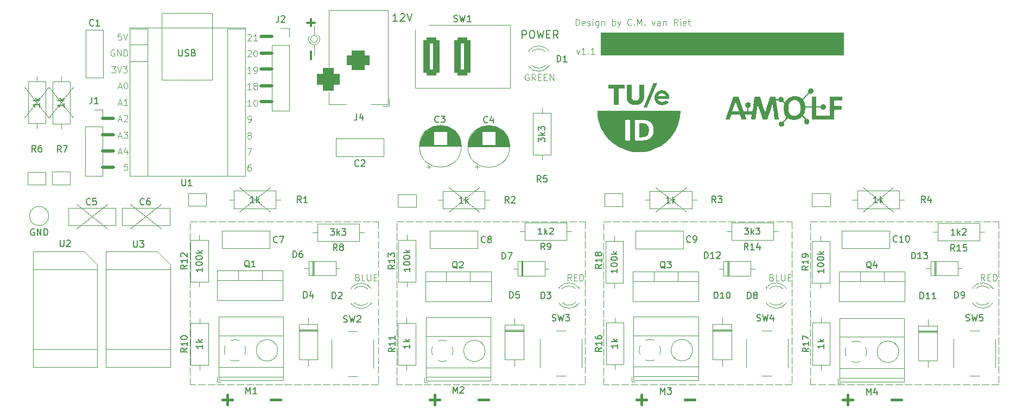
<source format=gto>
G04 #@! TF.GenerationSoftware,KiCad,Pcbnew,8.0.0-rc1*
G04 #@! TF.CreationDate,2025-12-23T23:51:37+01:00*
G04 #@! TF.ProjectId,Pneumatic control unit system,506e6575-6d61-4746-9963-20636f6e7472,rev?*
G04 #@! TF.SameCoordinates,Original*
G04 #@! TF.FileFunction,Legend,Top*
G04 #@! TF.FilePolarity,Positive*
%FSLAX46Y46*%
G04 Gerber Fmt 4.6, Leading zero omitted, Abs format (unit mm)*
G04 Created by KiCad (PCBNEW 8.0.0-rc1) date 2025-12-23 23:51:37*
%MOMM*%
%LPD*%
G01*
G04 APERTURE LIST*
G04 Aperture macros list*
%AMRoundRect*
0 Rectangle with rounded corners*
0 $1 Rounding radius*
0 $2 $3 $4 $5 $6 $7 $8 $9 X,Y pos of 4 corners*
0 Add a 4 corners polygon primitive as box body*
4,1,4,$2,$3,$4,$5,$6,$7,$8,$9,$2,$3,0*
0 Add four circle primitives for the rounded corners*
1,1,$1+$1,$2,$3*
1,1,$1+$1,$4,$5*
1,1,$1+$1,$6,$7*
1,1,$1+$1,$8,$9*
0 Add four rect primitives between the rounded corners*
20,1,$1+$1,$2,$3,$4,$5,0*
20,1,$1+$1,$4,$5,$6,$7,0*
20,1,$1+$1,$6,$7,$8,$9,0*
20,1,$1+$1,$8,$9,$2,$3,0*%
G04 Aperture macros list end*
%ADD10C,0.500000*%
%ADD11C,0.000000*%
%ADD12C,0.100000*%
%ADD13C,0.120000*%
%ADD14C,0.400000*%
%ADD15C,0.300000*%
%ADD16C,0.200000*%
%ADD17C,0.150000*%
%ADD18O,1.600000X1.600000*%
%ADD19R,1.600000X1.600000*%
%ADD20R,3.500000X3.500000*%
%ADD21RoundRect,0.750000X-1.000000X0.750000X-1.000000X-0.750000X1.000000X-0.750000X1.000000X0.750000X0*%
%ADD22RoundRect,0.875000X-0.875000X0.875000X-0.875000X-0.875000X0.875000X-0.875000X0.875000X0.875000X0*%
%ADD23C,2.000000*%
%ADD24O,1.700000X1.700000*%
%ADD25R,1.700000X1.700000*%
%ADD26R,2.200000X2.200000*%
%ADD27O,2.200000X2.200000*%
%ADD28R,1.800000X1.800000*%
%ADD29C,1.800000*%
%ADD30C,1.600000*%
%ADD31R,1.000000X1.500000*%
%ADD32C,3.200000*%
%ADD33R,1.905000X2.000000*%
%ADD34O,1.905000X2.000000*%
%ADD35R,2.600000X2.600000*%
%ADD36C,2.600000*%
%ADD37RoundRect,0.500000X-0.750000X-2.500000X0.750000X-2.500000X0.750000X2.500000X-0.750000X2.500000X0*%
G04 APERTURE END LIST*
D10*
X130650000Y-39000000D02*
X128950000Y-39000000D01*
D11*
G36*
X215493682Y-40669897D02*
G01*
X215502899Y-40670802D01*
X215511521Y-40672263D01*
X215519569Y-40674239D01*
X215527063Y-40676690D01*
X215534021Y-40679578D01*
X215540464Y-40682863D01*
X215546412Y-40686504D01*
X215551884Y-40690462D01*
X215556900Y-40694698D01*
X215561481Y-40699172D01*
X215565645Y-40703845D01*
X215569413Y-40708675D01*
X215572805Y-40713625D01*
X215575840Y-40718654D01*
X215578538Y-40723723D01*
X215580919Y-40728791D01*
X215583003Y-40733821D01*
X215586358Y-40743601D01*
X215588762Y-40752747D01*
X215590374Y-40760942D01*
X215591351Y-40767867D01*
X215591853Y-40773207D01*
X215592065Y-40777859D01*
X215592065Y-43539413D01*
X215592375Y-43549250D01*
X215593280Y-43558472D01*
X215594741Y-43567099D01*
X215596717Y-43575152D01*
X215599169Y-43582649D01*
X215602057Y-43589611D01*
X215605341Y-43596057D01*
X215608982Y-43602008D01*
X215612941Y-43607483D01*
X215617177Y-43612503D01*
X215621651Y-43617086D01*
X215626323Y-43621252D01*
X215631154Y-43625022D01*
X215636103Y-43628416D01*
X215641133Y-43631452D01*
X215646201Y-43634152D01*
X215651270Y-43636534D01*
X215656299Y-43638619D01*
X215666080Y-43641976D01*
X215675226Y-43644382D01*
X215683420Y-43645994D01*
X215690346Y-43646972D01*
X215695686Y-43647475D01*
X215700338Y-43647686D01*
X217710062Y-43647686D01*
X217710062Y-40777859D01*
X217710372Y-40768023D01*
X217711278Y-40758801D01*
X217712738Y-40750173D01*
X217714714Y-40742121D01*
X217717166Y-40734623D01*
X217720054Y-40727661D01*
X217723338Y-40721215D01*
X217726979Y-40715264D01*
X217730938Y-40709789D01*
X217735174Y-40704770D01*
X217739648Y-40700187D01*
X217744320Y-40696020D01*
X217749151Y-40692250D01*
X217754100Y-40688857D01*
X217759129Y-40685820D01*
X217764198Y-40683120D01*
X217769267Y-40680738D01*
X217774296Y-40678653D01*
X217784076Y-40675296D01*
X217793222Y-40672890D01*
X217801417Y-40671278D01*
X217808342Y-40670300D01*
X217813682Y-40669798D01*
X217818334Y-40669586D01*
X219518222Y-40669586D01*
X219528059Y-40669897D01*
X219537281Y-40670802D01*
X219545908Y-40672263D01*
X219553961Y-40674239D01*
X219561458Y-40676690D01*
X219568420Y-40679578D01*
X219574867Y-40682863D01*
X219580818Y-40686504D01*
X219586293Y-40690462D01*
X219591312Y-40694698D01*
X219595895Y-40699172D01*
X219600061Y-40703845D01*
X219603831Y-40708675D01*
X219607225Y-40713625D01*
X219610261Y-40718654D01*
X219612961Y-40723723D01*
X219615343Y-40728791D01*
X219617428Y-40733821D01*
X219620785Y-40743601D01*
X219623191Y-40752747D01*
X219624803Y-40760942D01*
X219625781Y-40767867D01*
X219626284Y-40773207D01*
X219626495Y-40777859D01*
X219626495Y-41150624D01*
X219626184Y-41160461D01*
X219625279Y-41169683D01*
X219623819Y-41178311D01*
X219621843Y-41186363D01*
X219619391Y-41193860D01*
X219616503Y-41200822D01*
X219613219Y-41207269D01*
X219609577Y-41213220D01*
X219605619Y-41218695D01*
X219601383Y-41223714D01*
X219596909Y-41228297D01*
X219592237Y-41232464D01*
X219587406Y-41236234D01*
X219582456Y-41239627D01*
X219577427Y-41242664D01*
X219572359Y-41245363D01*
X219567290Y-41247746D01*
X219562261Y-41249831D01*
X219552481Y-41253188D01*
X219543335Y-41255593D01*
X219535140Y-41257206D01*
X219528214Y-41258184D01*
X219522875Y-41258686D01*
X219518222Y-41258898D01*
X218508436Y-41258898D01*
X218498599Y-41259208D01*
X218489377Y-41260114D01*
X218480749Y-41261574D01*
X218472697Y-41263550D01*
X218465199Y-41266002D01*
X218458237Y-41268890D01*
X218451791Y-41272174D01*
X218445840Y-41275815D01*
X218440365Y-41279774D01*
X218435345Y-41284010D01*
X218430762Y-41288484D01*
X218426596Y-41293156D01*
X218422825Y-41297987D01*
X218419432Y-41302936D01*
X218416395Y-41307966D01*
X218413696Y-41313034D01*
X218411313Y-41318103D01*
X218409228Y-41323132D01*
X218405871Y-41332913D01*
X218403466Y-41342059D01*
X218401853Y-41350253D01*
X218400875Y-41357179D01*
X218400373Y-41362518D01*
X218400161Y-41367171D01*
X218400161Y-42069039D01*
X218400472Y-42078871D01*
X218401377Y-42088088D01*
X218402838Y-42096711D01*
X218404814Y-42104759D01*
X218407266Y-42112252D01*
X218410154Y-42119210D01*
X218413438Y-42125653D01*
X218417079Y-42131601D01*
X218421038Y-42137073D01*
X218425274Y-42142090D01*
X218429748Y-42146670D01*
X218434420Y-42150834D01*
X218439251Y-42154603D01*
X218444201Y-42157994D01*
X218449230Y-42161029D01*
X218454299Y-42163727D01*
X218459367Y-42166108D01*
X218464396Y-42168192D01*
X218474177Y-42171547D01*
X218483323Y-42173952D01*
X218491518Y-42175563D01*
X218498444Y-42176541D01*
X218503783Y-42177043D01*
X218508436Y-42177254D01*
X219449152Y-42177254D01*
X219458988Y-42177565D01*
X219468210Y-42178470D01*
X219476838Y-42179930D01*
X219484890Y-42181906D01*
X219492387Y-42184358D01*
X219499349Y-42187246D01*
X219505796Y-42190530D01*
X219511747Y-42194172D01*
X219517222Y-42198130D01*
X219522241Y-42202366D01*
X219526824Y-42206840D01*
X219530990Y-42211512D01*
X219534761Y-42216343D01*
X219538154Y-42221293D01*
X219541191Y-42226322D01*
X219543890Y-42231391D01*
X219546272Y-42236459D01*
X219548357Y-42241488D01*
X219551715Y-42251269D01*
X219554120Y-42260415D01*
X219555732Y-42268610D01*
X219556710Y-42275535D01*
X219557213Y-42280875D01*
X219557424Y-42285527D01*
X219557424Y-42636931D01*
X219557114Y-42646768D01*
X219556208Y-42655990D01*
X219554748Y-42664617D01*
X219552772Y-42672670D01*
X219550320Y-42680167D01*
X219547432Y-42687129D01*
X219544148Y-42693576D01*
X219540507Y-42699526D01*
X219536548Y-42705002D01*
X219532312Y-42710021D01*
X219527838Y-42714604D01*
X219523166Y-42718770D01*
X219518335Y-42722540D01*
X219513386Y-42725934D01*
X219508357Y-42728971D01*
X219503288Y-42731670D01*
X219498219Y-42734052D01*
X219493190Y-42736137D01*
X219483410Y-42739495D01*
X219474264Y-42741900D01*
X219466069Y-42743512D01*
X219459144Y-42744491D01*
X219453804Y-42744993D01*
X219449152Y-42745204D01*
X218508436Y-42745204D01*
X218498599Y-42745515D01*
X218489377Y-42746420D01*
X218480750Y-42747881D01*
X218472697Y-42749857D01*
X218465200Y-42752308D01*
X218458238Y-42755196D01*
X218451792Y-42758481D01*
X218445841Y-42762122D01*
X218440366Y-42766080D01*
X218435347Y-42770316D01*
X218430764Y-42774790D01*
X218426597Y-42779463D01*
X218422827Y-42784293D01*
X218419433Y-42789243D01*
X218416397Y-42794272D01*
X218413697Y-42799341D01*
X218411315Y-42804409D01*
X218409230Y-42809439D01*
X218405873Y-42819219D01*
X218403468Y-42828365D01*
X218401855Y-42836560D01*
X218400877Y-42843485D01*
X218400375Y-42848825D01*
X218400163Y-42853477D01*
X218400163Y-44144539D01*
X218399853Y-44154376D01*
X218398948Y-44163598D01*
X218397488Y-44172226D01*
X218395513Y-44180278D01*
X218393063Y-44187775D01*
X218390177Y-44194737D01*
X218386894Y-44201184D01*
X218383255Y-44207135D01*
X218379298Y-44212610D01*
X218375065Y-44217629D01*
X218370593Y-44222212D01*
X218365923Y-44226379D01*
X218361095Y-44230149D01*
X218356148Y-44233542D01*
X218351122Y-44236579D01*
X218346056Y-44239278D01*
X218340990Y-44241661D01*
X218335963Y-44243746D01*
X218326188Y-44247103D01*
X218317047Y-44249508D01*
X218308857Y-44251121D01*
X218301935Y-44252099D01*
X218296598Y-44252601D01*
X218291948Y-44252812D01*
X217893478Y-44252812D01*
X217893392Y-44252451D01*
X217815342Y-44252451D01*
X217815552Y-44252456D01*
X217815756Y-44252467D01*
X217815952Y-44252485D01*
X217816143Y-44252508D01*
X217816513Y-44252566D01*
X217816871Y-44252632D01*
X217817227Y-44252698D01*
X217817587Y-44252756D01*
X217817771Y-44252779D01*
X217817960Y-44252797D01*
X217818154Y-44252808D01*
X217818353Y-44252812D01*
X215010205Y-44252812D01*
X215000368Y-44252502D01*
X214991146Y-44251596D01*
X214982519Y-44250136D01*
X214974467Y-44248160D01*
X214966969Y-44245708D01*
X214960007Y-44242820D01*
X214953561Y-44239536D01*
X214947610Y-44235895D01*
X214942135Y-44231936D01*
X214937116Y-44227700D01*
X214932533Y-44223226D01*
X214928366Y-44218554D01*
X214924596Y-44213723D01*
X214921203Y-44208774D01*
X214918166Y-44203745D01*
X214915466Y-44198676D01*
X214913084Y-44193607D01*
X214910999Y-44188578D01*
X214907642Y-44178798D01*
X214905237Y-44169652D01*
X214903624Y-44161457D01*
X214902646Y-44154531D01*
X214902144Y-44149192D01*
X214901932Y-44144539D01*
X214901932Y-43647779D01*
X217710090Y-43647779D01*
X217710090Y-43648348D01*
X217710266Y-43648348D01*
X217710090Y-43647779D01*
X214901932Y-43647779D01*
X214901932Y-40777859D01*
X214902243Y-40768023D01*
X214903148Y-40758801D01*
X214904609Y-40750173D01*
X214906585Y-40742121D01*
X214909036Y-40734623D01*
X214911924Y-40727661D01*
X214915209Y-40721215D01*
X214918850Y-40715264D01*
X214922808Y-40709789D01*
X214927044Y-40704770D01*
X214931518Y-40700187D01*
X214936190Y-40696020D01*
X214941021Y-40692250D01*
X214945971Y-40688857D01*
X214951000Y-40685820D01*
X214956069Y-40683120D01*
X214961137Y-40680738D01*
X214966166Y-40678653D01*
X214975947Y-40675296D01*
X214985093Y-40672890D01*
X214993287Y-40671278D01*
X215000213Y-40670300D01*
X215005553Y-40669798D01*
X215010205Y-40669586D01*
X215483850Y-40669586D01*
X215493682Y-40669897D01*
G37*
D12*
X125600000Y-58650000D02*
X130400000Y-54850000D01*
D11*
G36*
X189200000Y-42400000D02*
G01*
X188644375Y-42400000D01*
X190205417Y-38590001D01*
X190761042Y-38590001D01*
X189200000Y-42400000D01*
G37*
D12*
X108600000Y-61300000D02*
X113400000Y-57500000D01*
D11*
G36*
X191575476Y-39689521D02*
G01*
X191635003Y-39693974D01*
X191693614Y-39701309D01*
X191751239Y-39711457D01*
X191807808Y-39724346D01*
X191863251Y-39739908D01*
X191917497Y-39758071D01*
X191970476Y-39778765D01*
X192022119Y-39801921D01*
X192072353Y-39827467D01*
X192121111Y-39855334D01*
X192168320Y-39885451D01*
X192213911Y-39917749D01*
X192257814Y-39952156D01*
X192299958Y-39988603D01*
X192340273Y-40027019D01*
X192378689Y-40067334D01*
X192415136Y-40109478D01*
X192449544Y-40153381D01*
X192481841Y-40198972D01*
X192511958Y-40246182D01*
X192539825Y-40294939D01*
X192565371Y-40345173D01*
X192588527Y-40396815D01*
X192609221Y-40449795D01*
X192627384Y-40504041D01*
X192642946Y-40559483D01*
X192655836Y-40616053D01*
X192665983Y-40673678D01*
X192673318Y-40732289D01*
X192677771Y-40791816D01*
X192679271Y-40852188D01*
X192679064Y-40901797D01*
X192678573Y-40926602D01*
X192677617Y-40951407D01*
X192676041Y-40976211D01*
X192673690Y-41001016D01*
X192670408Y-41025821D01*
X192668370Y-41038223D01*
X192666041Y-41050626D01*
X190893334Y-41050626D01*
X190910199Y-41099427D01*
X190930902Y-41146485D01*
X190955248Y-41191605D01*
X190983043Y-41234594D01*
X191014094Y-41275256D01*
X191048207Y-41313400D01*
X191085188Y-41348831D01*
X191124843Y-41381355D01*
X191166979Y-41410778D01*
X191211401Y-41436907D01*
X191257916Y-41459548D01*
X191306331Y-41478506D01*
X191356450Y-41493589D01*
X191382089Y-41499617D01*
X191408082Y-41504603D01*
X191434403Y-41508523D01*
X191461031Y-41511353D01*
X191487939Y-41513069D01*
X191515103Y-41513646D01*
X191552149Y-41513013D01*
X191588846Y-41511063D01*
X191625155Y-41507717D01*
X191661038Y-41502898D01*
X191696456Y-41496529D01*
X191731369Y-41488532D01*
X191765741Y-41478829D01*
X191799531Y-41467344D01*
X191832701Y-41453999D01*
X191865212Y-41438716D01*
X191897025Y-41421417D01*
X191928102Y-41402025D01*
X191958404Y-41380463D01*
X191987892Y-41356653D01*
X192016527Y-41330518D01*
X192044271Y-41301980D01*
X192573437Y-41513646D01*
X192528995Y-41571614D01*
X192480213Y-41626404D01*
X192427399Y-41677939D01*
X192370865Y-41726140D01*
X192310921Y-41770930D01*
X192247875Y-41812233D01*
X192182040Y-41849969D01*
X192113723Y-41884063D01*
X192043237Y-41914436D01*
X191970890Y-41941010D01*
X191896992Y-41963709D01*
X191821855Y-41982455D01*
X191745787Y-41997169D01*
X191669099Y-42007776D01*
X191592101Y-42014197D01*
X191515103Y-42016354D01*
X191454731Y-42014855D01*
X191395204Y-42010402D01*
X191336593Y-42003067D01*
X191278968Y-41992919D01*
X191222399Y-41980030D01*
X191166956Y-41964468D01*
X191112710Y-41946305D01*
X191059731Y-41925611D01*
X191008089Y-41902455D01*
X190957854Y-41876909D01*
X190909097Y-41849042D01*
X190861888Y-41818925D01*
X190816297Y-41786627D01*
X190772394Y-41752220D01*
X190730250Y-41715773D01*
X190689934Y-41677357D01*
X190651518Y-41637042D01*
X190615071Y-41594898D01*
X190580664Y-41550995D01*
X190548367Y-41505404D01*
X190518250Y-41458195D01*
X190490383Y-41409438D01*
X190464836Y-41359203D01*
X190441681Y-41307561D01*
X190420986Y-41254582D01*
X190402823Y-41200335D01*
X190387262Y-41144893D01*
X190374372Y-41088323D01*
X190364225Y-41030698D01*
X190356889Y-40972087D01*
X190352437Y-40912560D01*
X190350937Y-40852188D01*
X190352474Y-40791816D01*
X190357035Y-40732289D01*
X190364541Y-40673678D01*
X190374915Y-40616053D01*
X190378456Y-40600834D01*
X190906562Y-40600834D01*
X192123645Y-40600834D01*
X192104602Y-40556987D01*
X192082304Y-40514844D01*
X192056905Y-40474563D01*
X192028561Y-40436296D01*
X191997426Y-40400200D01*
X191963655Y-40366430D01*
X191927404Y-40335140D01*
X191888828Y-40306485D01*
X191848081Y-40280621D01*
X191805319Y-40257702D01*
X191760696Y-40237885D01*
X191714368Y-40221322D01*
X191666490Y-40208171D01*
X191617216Y-40198585D01*
X191566702Y-40192719D01*
X191515103Y-40190730D01*
X191489216Y-40191231D01*
X191463650Y-40192719D01*
X191438419Y-40195177D01*
X191413534Y-40198585D01*
X191389007Y-40202922D01*
X191364851Y-40208171D01*
X191341078Y-40214310D01*
X191317700Y-40221322D01*
X191294728Y-40229187D01*
X191272176Y-40237885D01*
X191250055Y-40247396D01*
X191228377Y-40257702D01*
X191207155Y-40268784D01*
X191186400Y-40280621D01*
X191166125Y-40293195D01*
X191146341Y-40306485D01*
X191127061Y-40320473D01*
X191108297Y-40335140D01*
X191090062Y-40350465D01*
X191072366Y-40366430D01*
X191055223Y-40383015D01*
X191038644Y-40400200D01*
X191007228Y-40436296D01*
X190978215Y-40474563D01*
X190951702Y-40514844D01*
X190927785Y-40556987D01*
X190906562Y-40600834D01*
X190378456Y-40600834D01*
X190388079Y-40559483D01*
X190403957Y-40504041D01*
X190422470Y-40449795D01*
X190443541Y-40396815D01*
X190467093Y-40345173D01*
X190493047Y-40294939D01*
X190521327Y-40246181D01*
X190551855Y-40198972D01*
X190584553Y-40153381D01*
X190619344Y-40109478D01*
X190656151Y-40067334D01*
X190694895Y-40027019D01*
X190735500Y-39988603D01*
X190777887Y-39952156D01*
X190821980Y-39917749D01*
X190867701Y-39885451D01*
X190914972Y-39855334D01*
X190963716Y-39827467D01*
X191013855Y-39801921D01*
X191065312Y-39778765D01*
X191118009Y-39758071D01*
X191171868Y-39739908D01*
X191226813Y-39724346D01*
X191282766Y-39711457D01*
X191339649Y-39701309D01*
X191397384Y-39693974D01*
X191455895Y-39689521D01*
X191515103Y-39688021D01*
X191575476Y-39689521D01*
G37*
G36*
X210127057Y-40731169D02*
G01*
X210148574Y-40732805D01*
X210169779Y-40735499D01*
X210190644Y-40739224D01*
X210211143Y-40743954D01*
X210231249Y-40749662D01*
X210250936Y-40756322D01*
X210270177Y-40763907D01*
X210288946Y-40772390D01*
X210307215Y-40781745D01*
X210324958Y-40791945D01*
X210342149Y-40802964D01*
X210358761Y-40814776D01*
X210374768Y-40827352D01*
X210390141Y-40840668D01*
X210404856Y-40854696D01*
X210418886Y-40869410D01*
X210432203Y-40884782D01*
X210444781Y-40900788D01*
X210456594Y-40917399D01*
X210467615Y-40934590D01*
X210477817Y-40952333D01*
X210487174Y-40970603D01*
X210495659Y-40989372D01*
X210503246Y-41008614D01*
X210509907Y-41028303D01*
X210515617Y-41048412D01*
X210520348Y-41068914D01*
X210524074Y-41089782D01*
X210526769Y-41110991D01*
X210528405Y-41132513D01*
X210528956Y-41154321D01*
X210528824Y-41164961D01*
X210528439Y-41175498D01*
X210527822Y-41185892D01*
X210526990Y-41196104D01*
X210525963Y-41206096D01*
X210524760Y-41215829D01*
X210523399Y-41225263D01*
X210521899Y-41234360D01*
X210520280Y-41243081D01*
X210518561Y-41251387D01*
X210516759Y-41259238D01*
X210514894Y-41266597D01*
X210512986Y-41273424D01*
X210511052Y-41279680D01*
X210509112Y-41285326D01*
X210507185Y-41290323D01*
X210506385Y-41292708D01*
X210505885Y-41295205D01*
X210505665Y-41297802D01*
X210505709Y-41300487D01*
X210505997Y-41303247D01*
X210506512Y-41306070D01*
X210507237Y-41308943D01*
X210508152Y-41311855D01*
X210509241Y-41314793D01*
X210510485Y-41317745D01*
X210511867Y-41320698D01*
X210513368Y-41323640D01*
X210516657Y-41329442D01*
X210520209Y-41335052D01*
X210523880Y-41340371D01*
X210527527Y-41345301D01*
X210531006Y-41349744D01*
X210534174Y-41353600D01*
X210539004Y-41359157D01*
X210540869Y-41361185D01*
X211056648Y-41902375D01*
X210969062Y-41989992D01*
X210966953Y-41992035D01*
X210964846Y-41993949D01*
X210962743Y-41995734D01*
X210960645Y-41997396D01*
X210956466Y-42000360D01*
X210952318Y-42002864D01*
X210948207Y-42004935D01*
X210944142Y-42006598D01*
X210940130Y-42007877D01*
X210936180Y-42008797D01*
X210932299Y-42009385D01*
X210928495Y-42009665D01*
X210924776Y-42009661D01*
X210921150Y-42009401D01*
X210917624Y-42008907D01*
X210914207Y-42008207D01*
X210910906Y-42007324D01*
X210907729Y-42006284D01*
X210904683Y-42005112D01*
X210901778Y-42003834D01*
X210899020Y-42002474D01*
X210896417Y-42001057D01*
X210893978Y-41999610D01*
X210891709Y-41998156D01*
X210887717Y-41995331D01*
X210884503Y-41992783D01*
X210882129Y-41990714D01*
X210880155Y-41988818D01*
X210429955Y-41515526D01*
X210425865Y-41511431D01*
X210421818Y-41507782D01*
X210417821Y-41504558D01*
X210413877Y-41501738D01*
X210409994Y-41499301D01*
X210406177Y-41497228D01*
X210402431Y-41495496D01*
X210398762Y-41494086D01*
X210395177Y-41492976D01*
X210391680Y-41492147D01*
X210388277Y-41491576D01*
X210384975Y-41491245D01*
X210381778Y-41491131D01*
X210378692Y-41491215D01*
X210375724Y-41491475D01*
X210372878Y-41491890D01*
X210370161Y-41492441D01*
X210367577Y-41493107D01*
X210365134Y-41493866D01*
X210362836Y-41494698D01*
X210360689Y-41495583D01*
X210358699Y-41496499D01*
X210355213Y-41498344D01*
X210352422Y-41500067D01*
X210350372Y-41501503D01*
X210348677Y-41502850D01*
X210340958Y-41509202D01*
X210331899Y-41515678D01*
X210321574Y-41522203D01*
X210310056Y-41528705D01*
X210297416Y-41535108D01*
X210283729Y-41541341D01*
X210269066Y-41547329D01*
X210253501Y-41553000D01*
X210237107Y-41558278D01*
X210219955Y-41563091D01*
X210202119Y-41567366D01*
X210183672Y-41571028D01*
X210164686Y-41574005D01*
X210145234Y-41576222D01*
X210125389Y-41577606D01*
X210105223Y-41578084D01*
X210086722Y-41577687D01*
X210068434Y-41576517D01*
X210050378Y-41574601D01*
X210032571Y-41571965D01*
X210015033Y-41568639D01*
X209997782Y-41564650D01*
X209980837Y-41560026D01*
X209964217Y-41554793D01*
X209947939Y-41548981D01*
X209932022Y-41542616D01*
X209916486Y-41535726D01*
X209901348Y-41528339D01*
X209886628Y-41520484D01*
X209872343Y-41512186D01*
X209858513Y-41503475D01*
X209845156Y-41494377D01*
X209832290Y-41484921D01*
X209819934Y-41475135D01*
X209808108Y-41465045D01*
X209796828Y-41454680D01*
X209786114Y-41444067D01*
X209775985Y-41433234D01*
X209766458Y-41422209D01*
X209757554Y-41411019D01*
X209749289Y-41399693D01*
X209741683Y-41388257D01*
X209734754Y-41376740D01*
X209728522Y-41365169D01*
X209723004Y-41353573D01*
X209718219Y-41341977D01*
X209714185Y-41330412D01*
X209710922Y-41318903D01*
X209709332Y-41313297D01*
X209707480Y-41308041D01*
X209705386Y-41303124D01*
X209703072Y-41298535D01*
X209700558Y-41294262D01*
X209697863Y-41290294D01*
X209695009Y-41286620D01*
X209692016Y-41283228D01*
X209688905Y-41280108D01*
X209685696Y-41277248D01*
X209682409Y-41274636D01*
X209679065Y-41272261D01*
X209675685Y-41270112D01*
X209672289Y-41268178D01*
X209668897Y-41266448D01*
X209665530Y-41264909D01*
X209662208Y-41263551D01*
X209658952Y-41262363D01*
X209652720Y-41260450D01*
X209646997Y-41259079D01*
X209641947Y-41258160D01*
X209637735Y-41257603D01*
X209634523Y-41257316D01*
X209631756Y-41257196D01*
X208931355Y-41257196D01*
X208931355Y-41133283D01*
X208931537Y-41127498D01*
X208932070Y-41122075D01*
X208932929Y-41117002D01*
X208934091Y-41112266D01*
X208935532Y-41107857D01*
X208937231Y-41103763D01*
X208939162Y-41099972D01*
X208941304Y-41096472D01*
X208943631Y-41093253D01*
X208946122Y-41090301D01*
X208948753Y-41087606D01*
X208951501Y-41085155D01*
X208954342Y-41082938D01*
X208957253Y-41080943D01*
X208960210Y-41079157D01*
X208963191Y-41077569D01*
X208966172Y-41076168D01*
X208969129Y-41074942D01*
X208974881Y-41072968D01*
X208980259Y-41071553D01*
X208985078Y-41070605D01*
X208989151Y-41070030D01*
X208992291Y-41069735D01*
X208995027Y-41069610D01*
X209626269Y-41069610D01*
X209632090Y-41069431D01*
X209637619Y-41068910D01*
X209642863Y-41068069D01*
X209647828Y-41066931D01*
X209652523Y-41065519D01*
X209656954Y-41063856D01*
X209661127Y-41061965D01*
X209665051Y-41059868D01*
X209668732Y-41057588D01*
X209672178Y-41055149D01*
X209675394Y-41052572D01*
X209678389Y-41049882D01*
X209681169Y-41047100D01*
X209683741Y-41044249D01*
X209686113Y-41041353D01*
X209688291Y-41038434D01*
X209690283Y-41035515D01*
X209692095Y-41032619D01*
X209695209Y-41026987D01*
X209697690Y-41021719D01*
X209699593Y-41017000D01*
X209700975Y-41013012D01*
X209701893Y-41009937D01*
X209702559Y-41007258D01*
X209705474Y-40994935D01*
X209709214Y-40982556D01*
X209719092Y-40957747D01*
X209732031Y-40933067D01*
X209747869Y-40908749D01*
X209766444Y-40885029D01*
X209787596Y-40862140D01*
X209811161Y-40840318D01*
X209836980Y-40819797D01*
X209864889Y-40800812D01*
X209894728Y-40783597D01*
X209926334Y-40768386D01*
X209959547Y-40755415D01*
X209994203Y-40744919D01*
X210012023Y-40740671D01*
X210030143Y-40737130D01*
X210048543Y-40734325D01*
X210067203Y-40732286D01*
X210086104Y-40731040D01*
X210105223Y-40730618D01*
X210105253Y-40730618D01*
X210127057Y-40731169D01*
G37*
D12*
X227650000Y-58650000D02*
X222850000Y-54850000D01*
D10*
X105950000Y-44100000D02*
X104250000Y-44100000D01*
D12*
X214630000Y-60210000D02*
X215730000Y-60210000D01*
X216130000Y-60210000D02*
X217230000Y-60210000D01*
X217630000Y-60210000D02*
X218730000Y-60210000D01*
X219130000Y-60210000D02*
X220230000Y-60210000D01*
X220630000Y-60210000D02*
X221730000Y-60210000D01*
X222130000Y-60210000D02*
X223230000Y-60210000D01*
X223630000Y-60210000D02*
X224730000Y-60210000D01*
X225130000Y-60210000D02*
X226230000Y-60210000D01*
X226630000Y-60210000D02*
X227730000Y-60210000D01*
X228130000Y-60210000D02*
X229230000Y-60210000D01*
X229630000Y-60210000D02*
X230730000Y-60210000D01*
X231130000Y-60210000D02*
X232230000Y-60210000D01*
X232630000Y-60210000D02*
X233730000Y-60210000D01*
X234130000Y-60210000D02*
X235230000Y-60210000D01*
X235630000Y-60210000D02*
X236730000Y-60210000D01*
X237130000Y-60210000D02*
X238230000Y-60210000D01*
X238630000Y-60210000D02*
X239730000Y-60210000D01*
X240130000Y-60210000D02*
X241230000Y-60210000D01*
X241630000Y-60210000D02*
X242730000Y-60210000D01*
X243130000Y-60210000D02*
X244030000Y-60210000D01*
X244030000Y-60210000D02*
X244030000Y-61310000D01*
X244030000Y-61710000D02*
X244030000Y-62810000D01*
X244030000Y-63210000D02*
X244030000Y-64310000D01*
X244030000Y-64710000D02*
X244030000Y-65810000D01*
X244030000Y-66210000D02*
X244030000Y-67310000D01*
X244030000Y-67710000D02*
X244030000Y-68810000D01*
X244030000Y-69210000D02*
X244030000Y-70310000D01*
X244030000Y-70710000D02*
X244030000Y-71810000D01*
X244030000Y-72210000D02*
X244030000Y-73310000D01*
X244030000Y-73710000D02*
X244030000Y-74810000D01*
X244030000Y-75210000D02*
X244030000Y-76310000D01*
X244030000Y-76710000D02*
X244030000Y-77810000D01*
X244030000Y-78210000D02*
X244030000Y-79310000D01*
X244030000Y-79710000D02*
X244030000Y-80810000D01*
X244030000Y-81210000D02*
X244030000Y-82310000D01*
X244030000Y-82710000D02*
X244030000Y-83810000D01*
X244030000Y-84210000D02*
X244030000Y-85310000D01*
X244030000Y-85540000D02*
X242930000Y-85540000D01*
X242530000Y-85540000D02*
X241430000Y-85540000D01*
X241030000Y-85540000D02*
X239930000Y-85540000D01*
X239530000Y-85540000D02*
X238430000Y-85540000D01*
X238030000Y-85540000D02*
X236930000Y-85540000D01*
X236530000Y-85540000D02*
X235430000Y-85540000D01*
X235030000Y-85540000D02*
X233930000Y-85540000D01*
X233530000Y-85540000D02*
X232430000Y-85540000D01*
X232030000Y-85540000D02*
X230930000Y-85540000D01*
X230530000Y-85540000D02*
X229430000Y-85540000D01*
X229030000Y-85540000D02*
X227930000Y-85540000D01*
X227530000Y-85540000D02*
X226430000Y-85540000D01*
X226030000Y-85540000D02*
X224930000Y-85540000D01*
X224530000Y-85540000D02*
X223430000Y-85540000D01*
X223030000Y-85540000D02*
X221930000Y-85540000D01*
X221530000Y-85540000D02*
X220430000Y-85540000D01*
X220030000Y-85540000D02*
X218930000Y-85540000D01*
X218530000Y-85540000D02*
X217430000Y-85540000D01*
X217030000Y-85540000D02*
X215930000Y-85540000D01*
X215530000Y-85540000D02*
X214630000Y-85540000D01*
X214630000Y-85540000D02*
X214630000Y-84440000D01*
X214630000Y-84040000D02*
X214630000Y-82940000D01*
X214630000Y-82540000D02*
X214630000Y-81440000D01*
X214630000Y-81040000D02*
X214630000Y-79940000D01*
X214630000Y-79540000D02*
X214630000Y-78440000D01*
X214630000Y-78040000D02*
X214630000Y-76940000D01*
X214630000Y-76540000D02*
X214630000Y-75440000D01*
X214630000Y-75040000D02*
X214630000Y-73940000D01*
X214630000Y-73540000D02*
X214630000Y-72440000D01*
X214630000Y-72040000D02*
X214630000Y-70940000D01*
X214630000Y-70540000D02*
X214630000Y-69440000D01*
X214630000Y-69040000D02*
X214630000Y-67940000D01*
X214630000Y-67540000D02*
X214630000Y-66440000D01*
X214630000Y-66040000D02*
X214630000Y-64940000D01*
X214630000Y-64540000D02*
X214630000Y-63440000D01*
X214630000Y-63040000D02*
X214630000Y-61940000D01*
X214630000Y-61540000D02*
X214630000Y-60440000D01*
D13*
X137250000Y-31140984D02*
X137250000Y-29700000D01*
D12*
X117850000Y-60210000D02*
X118950000Y-60210000D01*
X119350000Y-60210000D02*
X120450000Y-60210000D01*
X120850000Y-60210000D02*
X121950000Y-60210000D01*
X122350000Y-60210000D02*
X123450000Y-60210000D01*
X123850000Y-60210000D02*
X124950000Y-60210000D01*
X125350000Y-60210000D02*
X126450000Y-60210000D01*
X126850000Y-60210000D02*
X127950000Y-60210000D01*
X128350000Y-60210000D02*
X129450000Y-60210000D01*
X129850000Y-60210000D02*
X130950000Y-60210000D01*
X131350000Y-60210000D02*
X132450000Y-60210000D01*
X132850000Y-60210000D02*
X133950000Y-60210000D01*
X134350000Y-60210000D02*
X135450000Y-60210000D01*
X135850000Y-60210000D02*
X136950000Y-60210000D01*
X137350000Y-60210000D02*
X138450000Y-60210000D01*
X138850000Y-60210000D02*
X139950000Y-60210000D01*
X140350000Y-60210000D02*
X141450000Y-60210000D01*
X141850000Y-60210000D02*
X142950000Y-60210000D01*
X143350000Y-60210000D02*
X144450000Y-60210000D01*
X144850000Y-60210000D02*
X145950000Y-60210000D01*
X146350000Y-60210000D02*
X147250000Y-60210000D01*
X147250000Y-60210000D02*
X147250000Y-61310000D01*
X147250000Y-61710000D02*
X147250000Y-62810000D01*
X147250000Y-63210000D02*
X147250000Y-64310000D01*
X147250000Y-64710000D02*
X147250000Y-65810000D01*
X147250000Y-66210000D02*
X147250000Y-67310000D01*
X147250000Y-67710000D02*
X147250000Y-68810000D01*
X147250000Y-69210000D02*
X147250000Y-70310000D01*
X147250000Y-70710000D02*
X147250000Y-71810000D01*
X147250000Y-72210000D02*
X147250000Y-73310000D01*
X147250000Y-73710000D02*
X147250000Y-74810000D01*
X147250000Y-75210000D02*
X147250000Y-76310000D01*
X147250000Y-76710000D02*
X147250000Y-77810000D01*
X147250000Y-78210000D02*
X147250000Y-79310000D01*
X147250000Y-79710000D02*
X147250000Y-80810000D01*
X147250000Y-81210000D02*
X147250000Y-82310000D01*
X147250000Y-82710000D02*
X147250000Y-83810000D01*
X147250000Y-84210000D02*
X147250000Y-85310000D01*
X147250000Y-85540000D02*
X146150000Y-85540000D01*
X145750000Y-85540000D02*
X144650000Y-85540000D01*
X144250000Y-85540000D02*
X143150000Y-85540000D01*
X142750000Y-85540000D02*
X141650000Y-85540000D01*
X141250000Y-85540000D02*
X140150000Y-85540000D01*
X139750000Y-85540000D02*
X138650000Y-85540000D01*
X138250000Y-85540000D02*
X137150000Y-85540000D01*
X136750000Y-85540000D02*
X135650000Y-85540000D01*
X135250000Y-85540000D02*
X134150000Y-85540000D01*
X133750000Y-85540000D02*
X132650000Y-85540000D01*
X132250000Y-85540000D02*
X131150000Y-85540000D01*
X130750000Y-85540000D02*
X129650000Y-85540000D01*
X129250000Y-85540000D02*
X128150000Y-85540000D01*
X127750000Y-85540000D02*
X126650000Y-85540000D01*
X126250000Y-85540000D02*
X125150000Y-85540000D01*
X124750000Y-85540000D02*
X123650000Y-85540000D01*
X123250000Y-85540000D02*
X122150000Y-85540000D01*
X121750000Y-85540000D02*
X120650000Y-85540000D01*
X120250000Y-85540000D02*
X119150000Y-85540000D01*
X118750000Y-85540000D02*
X117850000Y-85540000D01*
X117850000Y-85540000D02*
X117850000Y-84440000D01*
X117850000Y-84040000D02*
X117850000Y-82940000D01*
X117850000Y-82540000D02*
X117850000Y-81440000D01*
X117850000Y-81040000D02*
X117850000Y-79940000D01*
X117850000Y-79540000D02*
X117850000Y-78440000D01*
X117850000Y-78040000D02*
X117850000Y-76940000D01*
X117850000Y-76540000D02*
X117850000Y-75440000D01*
X117850000Y-75040000D02*
X117850000Y-73940000D01*
X117850000Y-73540000D02*
X117850000Y-72440000D01*
X117850000Y-72040000D02*
X117850000Y-70940000D01*
X117850000Y-70540000D02*
X117850000Y-69440000D01*
X117850000Y-69040000D02*
X117850000Y-67940000D01*
X117850000Y-67540000D02*
X117850000Y-66440000D01*
X117850000Y-66040000D02*
X117850000Y-64940000D01*
X117850000Y-64540000D02*
X117850000Y-63440000D01*
X117850000Y-63040000D02*
X117850000Y-61940000D01*
X117850000Y-61540000D02*
X117850000Y-60440000D01*
D11*
G36*
X211148136Y-43858687D02*
G01*
X211151813Y-43863190D01*
X211155031Y-43867689D01*
X211157812Y-43872177D01*
X211160179Y-43876643D01*
X211162153Y-43881079D01*
X211163758Y-43885476D01*
X211165016Y-43889824D01*
X211165949Y-43894114D01*
X211166581Y-43898338D01*
X211166932Y-43902485D01*
X211167026Y-43906546D01*
X211166886Y-43910513D01*
X211166533Y-43914376D01*
X211165991Y-43918126D01*
X211165281Y-43921754D01*
X211164427Y-43925250D01*
X211163450Y-43928606D01*
X211162373Y-43931812D01*
X211161219Y-43934859D01*
X211160010Y-43937737D01*
X211157518Y-43942953D01*
X211155075Y-43947386D01*
X211152862Y-43950961D01*
X211151059Y-43953606D01*
X211149400Y-43955811D01*
X210553076Y-44677720D01*
X210549469Y-44682287D01*
X210546241Y-44686787D01*
X210543373Y-44691215D01*
X210540848Y-44695565D01*
X210538650Y-44699833D01*
X210536761Y-44704012D01*
X210535163Y-44708099D01*
X210533840Y-44712089D01*
X210532775Y-44715975D01*
X210531949Y-44719753D01*
X210531345Y-44723418D01*
X210530947Y-44726964D01*
X210530737Y-44730388D01*
X210530697Y-44733683D01*
X210530811Y-44736844D01*
X210531061Y-44739867D01*
X210531429Y-44742746D01*
X210531900Y-44745476D01*
X210532454Y-44748052D01*
X210533076Y-44750469D01*
X210533747Y-44752722D01*
X210534450Y-44754806D01*
X210535885Y-44758446D01*
X210537241Y-44761348D01*
X210538382Y-44763471D01*
X210539460Y-44765218D01*
X210544535Y-44773053D01*
X210549630Y-44782117D01*
X210554685Y-44792339D01*
X210559641Y-44803649D01*
X210564438Y-44815974D01*
X210569016Y-44829245D01*
X210573316Y-44843389D01*
X210577278Y-44858337D01*
X210580842Y-44874016D01*
X210583948Y-44890355D01*
X210586537Y-44907284D01*
X210588550Y-44924732D01*
X210589925Y-44942627D01*
X210590605Y-44960898D01*
X210590528Y-44979474D01*
X210589636Y-44998285D01*
X210587565Y-45020001D01*
X210584433Y-45041356D01*
X210580267Y-45062324D01*
X210575095Y-45082882D01*
X210568946Y-45103005D01*
X210561849Y-45122667D01*
X210553831Y-45141845D01*
X210544921Y-45160513D01*
X210535148Y-45178647D01*
X210524539Y-45196222D01*
X210513124Y-45213213D01*
X210500931Y-45229596D01*
X210487987Y-45245346D01*
X210474322Y-45260438D01*
X210459964Y-45274848D01*
X210444942Y-45288551D01*
X210429283Y-45301522D01*
X210413016Y-45313736D01*
X210396170Y-45325169D01*
X210378772Y-45335797D01*
X210360852Y-45345593D01*
X210342437Y-45354534D01*
X210323557Y-45362596D01*
X210304239Y-45369752D01*
X210284512Y-45375980D01*
X210264404Y-45381253D01*
X210243944Y-45385547D01*
X210223160Y-45388838D01*
X210202081Y-45391100D01*
X210180734Y-45392310D01*
X210159149Y-45392442D01*
X210137354Y-45391472D01*
X210115637Y-45389401D01*
X210094282Y-45386268D01*
X210073313Y-45382100D01*
X210052755Y-45376926D01*
X210032632Y-45370775D01*
X210012969Y-45363674D01*
X209993790Y-45355653D01*
X209975121Y-45346739D01*
X209956987Y-45336962D01*
X209939411Y-45326350D01*
X209922419Y-45314930D01*
X209906035Y-45302732D01*
X209890284Y-45289785D01*
X209875191Y-45276115D01*
X209860780Y-45261753D01*
X209847077Y-45246726D01*
X209834105Y-45231063D01*
X209821890Y-45214792D01*
X209810457Y-45197942D01*
X209799829Y-45180542D01*
X209790032Y-45162619D01*
X209781091Y-45144202D01*
X209773030Y-45125320D01*
X209765874Y-45106000D01*
X209759647Y-45086273D01*
X209754375Y-45066165D01*
X209750082Y-45045706D01*
X209746792Y-45024923D01*
X209744531Y-45003846D01*
X209743323Y-44982502D01*
X209743193Y-44960921D01*
X209744166Y-44939131D01*
X209746236Y-44917412D01*
X209749369Y-44896055D01*
X209753536Y-44875085D01*
X209758708Y-44854525D01*
X209764857Y-44834401D01*
X209771956Y-44814738D01*
X209779974Y-44795560D01*
X209788885Y-44776891D01*
X209798659Y-44758758D01*
X209809269Y-44741183D01*
X209820685Y-44724192D01*
X209832879Y-44707810D01*
X209845823Y-44692061D01*
X209859489Y-44676970D01*
X209873848Y-44662562D01*
X209888871Y-44648861D01*
X209904531Y-44635893D01*
X209920798Y-44623681D01*
X209937645Y-44612250D01*
X209955043Y-44601626D01*
X209972963Y-44591832D01*
X209991378Y-44582894D01*
X210010258Y-44574837D01*
X210029576Y-44567684D01*
X210049302Y-44561460D01*
X210069409Y-44556192D01*
X210089868Y-44551902D01*
X210110650Y-44548615D01*
X210131728Y-44546358D01*
X210153073Y-44545153D01*
X210174656Y-44545026D01*
X210196449Y-44546001D01*
X210208448Y-44547016D01*
X210220287Y-44548355D01*
X210231926Y-44549992D01*
X210243324Y-44551895D01*
X210254440Y-44554036D01*
X210265233Y-44556385D01*
X210275663Y-44558914D01*
X210285690Y-44561593D01*
X210295271Y-44564392D01*
X210304368Y-44567283D01*
X210312938Y-44570236D01*
X210320942Y-44573222D01*
X210328338Y-44576212D01*
X210335086Y-44579176D01*
X210341146Y-44582085D01*
X210346475Y-44584910D01*
X210348991Y-44586113D01*
X210351581Y-44586963D01*
X210354234Y-44587482D01*
X210356941Y-44587688D01*
X210359691Y-44587604D01*
X210362475Y-44587249D01*
X210365282Y-44586645D01*
X210368102Y-44585812D01*
X210370925Y-44584770D01*
X210373742Y-44583541D01*
X210376541Y-44582145D01*
X210379314Y-44580602D01*
X210382049Y-44578933D01*
X210384737Y-44577159D01*
X210389932Y-44573378D01*
X210394817Y-44569423D01*
X210399312Y-44565461D01*
X210403337Y-44561655D01*
X210406811Y-44558171D01*
X210411782Y-44552829D01*
X210413582Y-44550755D01*
X211066830Y-43765143D01*
X211148136Y-43858687D01*
G37*
D12*
X105000000Y-61300000D02*
X100200000Y-57500000D01*
D13*
X137999999Y-31200001D02*
G75*
G02*
X136500001Y-31200001I-749999J-499999D01*
G01*
D11*
G36*
X213171262Y-43216588D02*
G01*
X213171266Y-43216592D01*
X213171270Y-43216596D01*
X213171277Y-43216604D01*
X213171281Y-43216609D01*
X213171284Y-43216613D01*
X213171288Y-43216617D01*
X213171292Y-43216620D01*
X213173190Y-43216795D01*
X213175059Y-43217067D01*
X213176898Y-43217430D01*
X213178704Y-43217876D01*
X213180475Y-43218400D01*
X213182209Y-43218993D01*
X213183903Y-43219650D01*
X213185557Y-43220364D01*
X213187167Y-43221128D01*
X213188733Y-43221936D01*
X213190251Y-43222780D01*
X213191719Y-43223654D01*
X213193136Y-43224551D01*
X213194499Y-43225464D01*
X213197058Y-43227312D01*
X213199377Y-43229145D01*
X213201440Y-43230909D01*
X213203232Y-43232549D01*
X213204734Y-43234012D01*
X213206808Y-43236191D01*
X213207529Y-43237013D01*
X213943844Y-44123210D01*
X213947717Y-44127604D01*
X213951693Y-44131620D01*
X213955758Y-44135273D01*
X213959898Y-44138579D01*
X213964097Y-44141554D01*
X213968340Y-44144213D01*
X213972613Y-44146573D01*
X213976900Y-44148648D01*
X213981187Y-44150454D01*
X213985460Y-44152008D01*
X213989702Y-44153324D01*
X213993899Y-44154419D01*
X213998037Y-44155307D01*
X214002100Y-44156005D01*
X214006073Y-44156529D01*
X214009942Y-44156894D01*
X214017308Y-44157208D01*
X214024078Y-44157074D01*
X214030133Y-44156618D01*
X214035354Y-44155963D01*
X214039621Y-44155236D01*
X214042817Y-44154561D01*
X214045517Y-44153872D01*
X214060699Y-44149884D01*
X214076272Y-44146879D01*
X214092192Y-44144844D01*
X214108416Y-44143766D01*
X214124900Y-44143632D01*
X214141600Y-44144428D01*
X214158474Y-44146142D01*
X214175477Y-44148760D01*
X214192567Y-44152269D01*
X214209700Y-44156655D01*
X214226832Y-44161907D01*
X214243920Y-44168009D01*
X214260920Y-44174951D01*
X214277789Y-44182717D01*
X214294484Y-44191296D01*
X214310962Y-44200673D01*
X214327177Y-44210836D01*
X214343089Y-44221772D01*
X214358651Y-44233467D01*
X214373822Y-44245908D01*
X214388558Y-44259082D01*
X214402816Y-44272976D01*
X214416551Y-44287577D01*
X214429721Y-44302871D01*
X214442282Y-44318846D01*
X214454190Y-44335488D01*
X214465403Y-44352784D01*
X214475876Y-44370721D01*
X214485566Y-44389286D01*
X214494430Y-44408466D01*
X214502425Y-44428247D01*
X214509506Y-44448616D01*
X214515630Y-44469554D01*
X214520633Y-44490551D01*
X214524533Y-44511573D01*
X214527347Y-44532586D01*
X214529093Y-44553556D01*
X214529786Y-44574452D01*
X214529445Y-44595238D01*
X214528087Y-44615881D01*
X214525729Y-44636348D01*
X214522388Y-44656606D01*
X214518082Y-44676621D01*
X214512828Y-44696359D01*
X214506642Y-44715787D01*
X214499543Y-44734872D01*
X214491547Y-44753579D01*
X214482672Y-44771876D01*
X214472935Y-44789729D01*
X214462354Y-44807105D01*
X214450944Y-44823969D01*
X214438725Y-44840290D01*
X214425712Y-44856032D01*
X214411923Y-44871162D01*
X214397376Y-44885648D01*
X214382087Y-44899455D01*
X214366074Y-44912551D01*
X214349354Y-44924901D01*
X214331945Y-44936472D01*
X214313863Y-44947231D01*
X214295125Y-44957144D01*
X214275750Y-44966177D01*
X214255754Y-44974298D01*
X214235155Y-44981473D01*
X214214214Y-44987596D01*
X214193215Y-44992599D01*
X214172193Y-44996497D01*
X214151179Y-44999309D01*
X214130208Y-45001051D01*
X214109314Y-45001742D01*
X214088528Y-45001397D01*
X214067886Y-45000035D01*
X214047421Y-44997673D01*
X214027165Y-44994327D01*
X214007153Y-44990016D01*
X213987417Y-44984757D01*
X213967992Y-44978566D01*
X213948911Y-44971462D01*
X213930206Y-44963461D01*
X213911913Y-44954580D01*
X213894063Y-44944838D01*
X213876691Y-44934250D01*
X213859830Y-44922836D01*
X213843514Y-44910611D01*
X213827775Y-44897593D01*
X213812647Y-44883799D01*
X213798165Y-44869247D01*
X213784361Y-44853954D01*
X213771268Y-44837937D01*
X213758920Y-44821214D01*
X213747352Y-44803801D01*
X213736595Y-44785717D01*
X213726683Y-44766978D01*
X213717651Y-44747601D01*
X213709531Y-44727604D01*
X213702357Y-44707004D01*
X213697846Y-44691985D01*
X213693909Y-44676940D01*
X213690530Y-44661890D01*
X213687695Y-44646856D01*
X213685389Y-44631858D01*
X213683597Y-44616916D01*
X213682303Y-44602050D01*
X213681494Y-44587281D01*
X213681266Y-44558115D01*
X213682795Y-44529578D01*
X213685959Y-44501835D01*
X213690639Y-44475046D01*
X213696716Y-44449375D01*
X213704069Y-44424984D01*
X213712579Y-44402035D01*
X213722127Y-44380691D01*
X213732591Y-44361114D01*
X213743853Y-44343467D01*
X213755792Y-44327911D01*
X213761978Y-44320968D01*
X213768289Y-44314610D01*
X213772367Y-44310483D01*
X213775961Y-44306335D01*
X213779095Y-44302175D01*
X213781793Y-44298014D01*
X213784076Y-44293862D01*
X213785969Y-44289728D01*
X213787495Y-44285622D01*
X213788677Y-44281555D01*
X213789538Y-44277537D01*
X213790102Y-44273577D01*
X213790390Y-44269686D01*
X213790428Y-44265873D01*
X213790238Y-44262149D01*
X213789843Y-44258523D01*
X213789266Y-44255006D01*
X213788530Y-44251607D01*
X213787660Y-44248337D01*
X213786678Y-44245205D01*
X213785606Y-44242222D01*
X213784469Y-44239398D01*
X213782092Y-44234264D01*
X213779730Y-44229884D01*
X213777570Y-44226339D01*
X213775797Y-44223707D01*
X213774156Y-44221506D01*
X213062018Y-43349745D01*
X213132235Y-43241472D01*
X213134677Y-43237881D01*
X213137135Y-43234617D01*
X213139605Y-43231668D01*
X213140844Y-43230308D01*
X213142085Y-43229023D01*
X213143327Y-43227810D01*
X213144570Y-43226668D01*
X213145814Y-43225596D01*
X213147057Y-43224592D01*
X213148301Y-43223656D01*
X213149543Y-43222784D01*
X213152024Y-43221232D01*
X213154496Y-43219923D01*
X213156956Y-43218846D01*
X213159401Y-43217989D01*
X213161826Y-43217340D01*
X213164228Y-43216888D01*
X213166604Y-43216619D01*
X213168950Y-43216524D01*
X213171262Y-43216588D01*
G37*
D12*
X150100000Y-60210000D02*
X151200000Y-60210000D01*
X151600000Y-60210000D02*
X152700000Y-60210000D01*
X153100000Y-60210000D02*
X154200000Y-60210000D01*
X154600000Y-60210000D02*
X155700000Y-60210000D01*
X156100000Y-60210000D02*
X157200000Y-60210000D01*
X157600000Y-60210000D02*
X158700000Y-60210000D01*
X159100000Y-60210000D02*
X160200000Y-60210000D01*
X160600000Y-60210000D02*
X161700000Y-60210000D01*
X162100000Y-60210000D02*
X163200000Y-60210000D01*
X163600000Y-60210000D02*
X164700000Y-60210000D01*
X165100000Y-60210000D02*
X166200000Y-60210000D01*
X166600000Y-60210000D02*
X167700000Y-60210000D01*
X168100000Y-60210000D02*
X169200000Y-60210000D01*
X169600000Y-60210000D02*
X170700000Y-60210000D01*
X171100000Y-60210000D02*
X172200000Y-60210000D01*
X172600000Y-60210000D02*
X173700000Y-60210000D01*
X174100000Y-60210000D02*
X175200000Y-60210000D01*
X175600000Y-60210000D02*
X176700000Y-60210000D01*
X177100000Y-60210000D02*
X178200000Y-60210000D01*
X178600000Y-60210000D02*
X179500000Y-60210000D01*
X179500000Y-60210000D02*
X179500000Y-61310000D01*
X179500000Y-61710000D02*
X179500000Y-62810000D01*
X179500000Y-63210000D02*
X179500000Y-64310000D01*
X179500000Y-64710000D02*
X179500000Y-65810000D01*
X179500000Y-66210000D02*
X179500000Y-67310000D01*
X179500000Y-67710000D02*
X179500000Y-68810000D01*
X179500000Y-69210000D02*
X179500000Y-70310000D01*
X179500000Y-70710000D02*
X179500000Y-71810000D01*
X179500000Y-72210000D02*
X179500000Y-73310000D01*
X179500000Y-73710000D02*
X179500000Y-74810000D01*
X179500000Y-75210000D02*
X179500000Y-76310000D01*
X179500000Y-76710000D02*
X179500000Y-77810000D01*
X179500000Y-78210000D02*
X179500000Y-79310000D01*
X179500000Y-79710000D02*
X179500000Y-80810000D01*
X179500000Y-81210000D02*
X179500000Y-82310000D01*
X179500000Y-82710000D02*
X179500000Y-83810000D01*
X179500000Y-84210000D02*
X179500000Y-85310000D01*
X179500000Y-85540000D02*
X178400000Y-85540000D01*
X178000000Y-85540000D02*
X176900000Y-85540000D01*
X176500000Y-85540000D02*
X175400000Y-85540000D01*
X175000000Y-85540000D02*
X173900000Y-85540000D01*
X173500000Y-85540000D02*
X172400000Y-85540000D01*
X172000000Y-85540000D02*
X170900000Y-85540000D01*
X170500000Y-85540000D02*
X169400000Y-85540000D01*
X169000000Y-85540000D02*
X167900000Y-85540000D01*
X167500000Y-85540000D02*
X166400000Y-85540000D01*
X166000000Y-85540000D02*
X164900000Y-85540000D01*
X164500000Y-85540000D02*
X163400000Y-85540000D01*
X163000000Y-85540000D02*
X161900000Y-85540000D01*
X161500000Y-85540000D02*
X160400000Y-85540000D01*
X160000000Y-85540000D02*
X158900000Y-85540000D01*
X158500000Y-85540000D02*
X157400000Y-85540000D01*
X157000000Y-85540000D02*
X155900000Y-85540000D01*
X155500000Y-85540000D02*
X154400000Y-85540000D01*
X154000000Y-85540000D02*
X152900000Y-85540000D01*
X152500000Y-85540000D02*
X151400000Y-85540000D01*
X151000000Y-85540000D02*
X150100000Y-85540000D01*
X150100000Y-85540000D02*
X150100000Y-84440000D01*
X150100000Y-84040000D02*
X150100000Y-82940000D01*
X150100000Y-82540000D02*
X150100000Y-81440000D01*
X150100000Y-81040000D02*
X150100000Y-79940000D01*
X150100000Y-79540000D02*
X150100000Y-78440000D01*
X150100000Y-78040000D02*
X150100000Y-76940000D01*
X150100000Y-76540000D02*
X150100000Y-75440000D01*
X150100000Y-75040000D02*
X150100000Y-73940000D01*
X150100000Y-73540000D02*
X150100000Y-72440000D01*
X150100000Y-72040000D02*
X150100000Y-70940000D01*
X150100000Y-70540000D02*
X150100000Y-69440000D01*
X150100000Y-69040000D02*
X150100000Y-67940000D01*
X150100000Y-67540000D02*
X150100000Y-66440000D01*
X150100000Y-66040000D02*
X150100000Y-64940000D01*
X150100000Y-64540000D02*
X150100000Y-63440000D01*
X150100000Y-63040000D02*
X150100000Y-61940000D01*
X150100000Y-61540000D02*
X150100000Y-60440000D01*
D13*
X137809017Y-31700000D02*
G75*
G02*
X136690983Y-31700000I-559017J0D01*
G01*
X136690983Y-31700000D02*
G75*
G02*
X137809017Y-31700000I559017J0D01*
G01*
D12*
X182000000Y-30700000D02*
X219800000Y-30700000D01*
X219800000Y-34200000D01*
X182000000Y-34200000D01*
X182000000Y-30700000D01*
G36*
X182000000Y-30700000D02*
G01*
X219800000Y-30700000D01*
X219800000Y-34200000D01*
X182000000Y-34200000D01*
X182000000Y-30700000D01*
G37*
X92100000Y-44000000D02*
X95900000Y-39200000D01*
D11*
G36*
X212351121Y-40613224D02*
G01*
X212448742Y-40619273D01*
X212543106Y-40629291D01*
X212634216Y-40643223D01*
X212722076Y-40661015D01*
X212806689Y-40682615D01*
X212888061Y-40707969D01*
X212966193Y-40737024D01*
X213041092Y-40769725D01*
X213112759Y-40806020D01*
X213181200Y-40845855D01*
X213246417Y-40889177D01*
X213308416Y-40935932D01*
X213367199Y-40986066D01*
X213422771Y-41039527D01*
X213475135Y-41096261D01*
X213524296Y-41156214D01*
X213570257Y-41219333D01*
X213613023Y-41285564D01*
X213652596Y-41354854D01*
X213688981Y-41427150D01*
X213722182Y-41502398D01*
X213752202Y-41580545D01*
X213779046Y-41661536D01*
X213802718Y-41745319D01*
X213823220Y-41831841D01*
X213854735Y-42012885D01*
X213873621Y-42204240D01*
X213879909Y-42405479D01*
X213877611Y-42515563D01*
X213870791Y-42622834D01*
X213859564Y-42727248D01*
X213844044Y-42828761D01*
X213824344Y-42927326D01*
X213800577Y-43022901D01*
X213772858Y-43115439D01*
X213741301Y-43204896D01*
X213706019Y-43291227D01*
X213667125Y-43374389D01*
X213624735Y-43454335D01*
X213578960Y-43531021D01*
X213529916Y-43604402D01*
X213477716Y-43674434D01*
X213422473Y-43741072D01*
X213364302Y-43804272D01*
X213303316Y-43863987D01*
X213239628Y-43920174D01*
X213173354Y-43972789D01*
X213104605Y-44021785D01*
X213033497Y-44067119D01*
X212960143Y-44108745D01*
X212884656Y-44146620D01*
X212807150Y-44180697D01*
X212727740Y-44210933D01*
X212646538Y-44237283D01*
X212563659Y-44259701D01*
X212479216Y-44278144D01*
X212393324Y-44292567D01*
X212306095Y-44302924D01*
X212217644Y-44309171D01*
X212128084Y-44311263D01*
X212027198Y-44309235D01*
X211929573Y-44303185D01*
X211835206Y-44293168D01*
X211744094Y-44279236D01*
X211656231Y-44261443D01*
X211571615Y-44239843D01*
X211490241Y-44214489D01*
X211412105Y-44185435D01*
X211337205Y-44152733D01*
X211265535Y-44116439D01*
X211197091Y-44076603D01*
X211131871Y-44033282D01*
X211069870Y-43986527D01*
X211011085Y-43936392D01*
X210955511Y-43882931D01*
X210903144Y-43826198D01*
X210853981Y-43766245D01*
X210808018Y-43703126D01*
X210765251Y-43636894D01*
X210725676Y-43567604D01*
X210689289Y-43495308D01*
X210656087Y-43420060D01*
X210626065Y-43341914D01*
X210599220Y-43260922D01*
X210575547Y-43177139D01*
X210555044Y-43090617D01*
X210523527Y-42909573D01*
X210504640Y-42718218D01*
X210498352Y-42516979D01*
X210500125Y-42432033D01*
X211236283Y-42432033D01*
X211239897Y-42572076D01*
X211244422Y-42639574D01*
X211250766Y-42705337D01*
X211258933Y-42769328D01*
X211268928Y-42831506D01*
X211280756Y-42891833D01*
X211294422Y-42950271D01*
X211309931Y-43006780D01*
X211327287Y-43061322D01*
X211346497Y-43113857D01*
X211367563Y-43164347D01*
X211390492Y-43212753D01*
X211415288Y-43259037D01*
X211441956Y-43303158D01*
X211470501Y-43345079D01*
X211500927Y-43384760D01*
X211533240Y-43422162D01*
X211567445Y-43457248D01*
X211603546Y-43489977D01*
X211641548Y-43520312D01*
X211681457Y-43548212D01*
X211723276Y-43573640D01*
X211767011Y-43596556D01*
X211812667Y-43616922D01*
X211860248Y-43634698D01*
X211909760Y-43649846D01*
X211961207Y-43662327D01*
X212014594Y-43672103D01*
X212069927Y-43679133D01*
X212127209Y-43683380D01*
X212186446Y-43684804D01*
X212236830Y-43683562D01*
X212286416Y-43679846D01*
X212335149Y-43673668D01*
X212382978Y-43665043D01*
X212429849Y-43653984D01*
X212475712Y-43640504D01*
X212520512Y-43624618D01*
X212564199Y-43606339D01*
X212606719Y-43585680D01*
X212648019Y-43562656D01*
X212688048Y-43537279D01*
X212726752Y-43509564D01*
X212764080Y-43479523D01*
X212799979Y-43447171D01*
X212834397Y-43412521D01*
X212867280Y-43375587D01*
X212898577Y-43336382D01*
X212928235Y-43294921D01*
X212956201Y-43251215D01*
X212982424Y-43205280D01*
X213006851Y-43157129D01*
X213029428Y-43106775D01*
X213050105Y-43054232D01*
X213068827Y-42999514D01*
X213085544Y-42942634D01*
X213100201Y-42883605D01*
X213112748Y-42822442D01*
X213123131Y-42759158D01*
X213131298Y-42693767D01*
X213137197Y-42626282D01*
X213140775Y-42556716D01*
X213141979Y-42485084D01*
X213138364Y-42345922D01*
X213133837Y-42278777D01*
X213127492Y-42213314D01*
X213119323Y-42149572D01*
X213109326Y-42087595D01*
X213097495Y-42027423D01*
X213083826Y-41969099D01*
X213068314Y-41912665D01*
X213050954Y-41858162D01*
X213031741Y-41805632D01*
X213010671Y-41755117D01*
X212987738Y-41706659D01*
X212962938Y-41660299D01*
X212936266Y-41616079D01*
X212907717Y-41574042D01*
X212877286Y-41534228D01*
X212844969Y-41496680D01*
X212810760Y-41461440D01*
X212774655Y-41428548D01*
X212736649Y-41398048D01*
X212696737Y-41369981D01*
X212654914Y-41344388D01*
X212611176Y-41321312D01*
X212565517Y-41300795D01*
X212517933Y-41282877D01*
X212468419Y-41267601D01*
X212416970Y-41255009D01*
X212363581Y-41245142D01*
X212308247Y-41238043D01*
X212250964Y-41233753D01*
X212191727Y-41232313D01*
X212141351Y-41233570D01*
X212091773Y-41237330D01*
X212043047Y-41243576D01*
X211995225Y-41252293D01*
X211948360Y-41263462D01*
X211902503Y-41277068D01*
X211857707Y-41293095D01*
X211814026Y-41311525D01*
X211771511Y-41332343D01*
X211730215Y-41355531D01*
X211690190Y-41381074D01*
X211651488Y-41408954D01*
X211614163Y-41439156D01*
X211578267Y-41471662D01*
X211543852Y-41506456D01*
X211510971Y-41543522D01*
X211479676Y-41582843D01*
X211450020Y-41624402D01*
X211422055Y-41668184D01*
X211395833Y-41714171D01*
X211371408Y-41762347D01*
X211348831Y-41812695D01*
X211328156Y-41865200D01*
X211309433Y-41919844D01*
X211292717Y-41976611D01*
X211278060Y-42035484D01*
X211265513Y-42096447D01*
X211255130Y-42159484D01*
X211246963Y-42224577D01*
X211241065Y-42291711D01*
X211237487Y-42360868D01*
X211236283Y-42432033D01*
X210500125Y-42432033D01*
X210500650Y-42406890D01*
X210507469Y-42299614D01*
X210518696Y-42195196D01*
X210534216Y-42093681D01*
X210553916Y-41995112D01*
X210577681Y-41899536D01*
X210605399Y-41806996D01*
X210636956Y-41717537D01*
X210672237Y-41631205D01*
X210711130Y-41548043D01*
X210753519Y-41468097D01*
X210799293Y-41391412D01*
X210848336Y-41318031D01*
X210900536Y-41247999D01*
X210955778Y-41181362D01*
X211013948Y-41118164D01*
X211074934Y-41058450D01*
X211138621Y-41002265D01*
X211204895Y-40949652D01*
X211273643Y-40900658D01*
X211344751Y-40855326D01*
X211418106Y-40813701D01*
X211493593Y-40775829D01*
X211571099Y-40741753D01*
X211650510Y-40711518D01*
X211731712Y-40685170D01*
X211814592Y-40662753D01*
X211899036Y-40644311D01*
X211984930Y-40629890D01*
X212072161Y-40619534D01*
X212160615Y-40613287D01*
X212250177Y-40611195D01*
X212250237Y-40611195D01*
X212351121Y-40613224D01*
G37*
D12*
X95900000Y-44000000D02*
X99700000Y-39200000D01*
X158240000Y-58650000D02*
X163040000Y-54850000D01*
X92100000Y-39200000D02*
X95900000Y-44000000D01*
D13*
X137250000Y-32600000D02*
X137250000Y-34200000D01*
D11*
G36*
X204975631Y-41562702D02*
G01*
X204997151Y-41564339D01*
X205018359Y-41567035D01*
X205039227Y-41570763D01*
X205059728Y-41575496D01*
X205079837Y-41581208D01*
X205099527Y-41587872D01*
X205118771Y-41595462D01*
X205137542Y-41603950D01*
X205155813Y-41613311D01*
X205173559Y-41623517D01*
X205190753Y-41634542D01*
X205207367Y-41646359D01*
X205223375Y-41658942D01*
X205238751Y-41672264D01*
X205253468Y-41686298D01*
X205267500Y-41701018D01*
X205280819Y-41716397D01*
X205293399Y-41732408D01*
X205305214Y-41749025D01*
X205316236Y-41766221D01*
X205326440Y-41783969D01*
X205335798Y-41802243D01*
X205344285Y-41821016D01*
X205351872Y-41840262D01*
X205358535Y-41859953D01*
X205364245Y-41880064D01*
X205368977Y-41900567D01*
X205372704Y-41921436D01*
X205375398Y-41942644D01*
X205377035Y-41964165D01*
X205377586Y-41985971D01*
X205377164Y-42005118D01*
X205375915Y-42024044D01*
X205373870Y-42042728D01*
X205371057Y-42061151D01*
X205367507Y-42079292D01*
X205363249Y-42097132D01*
X205358311Y-42114649D01*
X205352725Y-42131824D01*
X205346518Y-42148636D01*
X205339720Y-42165066D01*
X205332361Y-42181093D01*
X205324470Y-42196697D01*
X205316077Y-42211857D01*
X205307211Y-42226554D01*
X205297901Y-42240767D01*
X205288177Y-42254476D01*
X205278067Y-42267661D01*
X205267603Y-42280301D01*
X205256812Y-42292377D01*
X205245725Y-42303868D01*
X205234370Y-42314753D01*
X205222778Y-42325014D01*
X205210977Y-42334629D01*
X205198997Y-42343578D01*
X205186868Y-42351842D01*
X205174618Y-42359399D01*
X205162278Y-42366230D01*
X205149876Y-42372315D01*
X205137442Y-42377632D01*
X205125006Y-42382163D01*
X205112596Y-42385887D01*
X205100243Y-42388783D01*
X205094563Y-42390106D01*
X205089229Y-42391708D01*
X205084228Y-42393568D01*
X205079550Y-42395664D01*
X205075185Y-42397975D01*
X205071121Y-42400481D01*
X205067348Y-42403160D01*
X205063855Y-42405992D01*
X205060630Y-42408955D01*
X205057665Y-42412028D01*
X205054946Y-42415191D01*
X205052465Y-42418422D01*
X205050210Y-42421700D01*
X205048170Y-42425004D01*
X205046335Y-42428314D01*
X205044693Y-42431608D01*
X205043234Y-42434865D01*
X205041948Y-42438064D01*
X205039848Y-42444205D01*
X205038308Y-42449863D01*
X205037241Y-42454869D01*
X205036562Y-42459055D01*
X205036183Y-42462254D01*
X205035983Y-42465014D01*
X205010016Y-43403088D01*
X204886133Y-43403088D01*
X204880352Y-43402906D01*
X204874942Y-43402374D01*
X204869891Y-43401516D01*
X204865187Y-43400356D01*
X204860817Y-43398916D01*
X204856769Y-43397220D01*
X204853031Y-43395291D01*
X204849590Y-43393153D01*
X204846435Y-43390828D01*
X204843552Y-43388341D01*
X204840929Y-43385713D01*
X204838555Y-43382970D01*
X204836417Y-43380133D01*
X204834502Y-43377226D01*
X204832798Y-43374273D01*
X204831293Y-43371296D01*
X204829975Y-43368319D01*
X204828831Y-43365366D01*
X204827017Y-43359622D01*
X204825752Y-43354251D01*
X204824938Y-43349439D01*
X204824476Y-43345371D01*
X204824268Y-43342236D01*
X204824220Y-43339504D01*
X204848457Y-42460114D01*
X204848440Y-42454290D01*
X204848073Y-42448742D01*
X204847380Y-42443463D01*
X204846384Y-42438448D01*
X204845107Y-42433691D01*
X204843573Y-42429186D01*
X204841804Y-42424926D01*
X204839824Y-42420907D01*
X204837655Y-42417122D01*
X204835320Y-42413564D01*
X204832842Y-42410229D01*
X204830244Y-42407110D01*
X204827550Y-42404201D01*
X204824781Y-42401496D01*
X204821962Y-42398990D01*
X204819114Y-42396676D01*
X204816262Y-42394548D01*
X204813427Y-42392601D01*
X204807902Y-42389224D01*
X204802723Y-42386497D01*
X204798075Y-42384372D01*
X204794140Y-42382803D01*
X204791102Y-42381741D01*
X204788452Y-42380948D01*
X204765414Y-42373628D01*
X204742267Y-42363290D01*
X204719230Y-42350083D01*
X204696524Y-42334158D01*
X204674369Y-42315668D01*
X204652984Y-42294761D01*
X204632591Y-42271589D01*
X204613410Y-42246304D01*
X204595660Y-42219055D01*
X204579563Y-42189993D01*
X204565338Y-42159269D01*
X204553205Y-42127034D01*
X204543385Y-42093439D01*
X204536098Y-42058635D01*
X204533473Y-42040826D01*
X204531565Y-42022772D01*
X204530399Y-42004490D01*
X204530004Y-41986001D01*
X204530556Y-41964194D01*
X204532193Y-41942673D01*
X204534888Y-41921465D01*
X204538615Y-41900596D01*
X204543348Y-41880093D01*
X204549059Y-41859982D01*
X204555722Y-41840291D01*
X204563311Y-41821045D01*
X204571798Y-41802272D01*
X204581158Y-41783998D01*
X204591363Y-41766250D01*
X204602386Y-41749054D01*
X204614202Y-41732437D01*
X204626784Y-41716426D01*
X204640104Y-41701047D01*
X204654137Y-41686327D01*
X204668856Y-41672293D01*
X204684233Y-41658971D01*
X204700243Y-41646388D01*
X204716858Y-41634571D01*
X204734053Y-41623546D01*
X204751800Y-41613340D01*
X204770073Y-41603979D01*
X204788845Y-41595491D01*
X204808090Y-41587901D01*
X204827780Y-41581237D01*
X204847890Y-41575525D01*
X204868392Y-41570792D01*
X204889261Y-41567064D01*
X204910469Y-41564368D01*
X204931989Y-41562731D01*
X204953796Y-41562180D01*
X204953825Y-41562151D01*
X204975631Y-41562702D01*
G37*
D12*
X190520000Y-58650000D02*
X195320000Y-54850000D01*
X182380000Y-60210000D02*
X183480000Y-60210000D01*
X183880000Y-60210000D02*
X184980000Y-60210000D01*
X185380000Y-60210000D02*
X186480000Y-60210000D01*
X186880000Y-60210000D02*
X187980000Y-60210000D01*
X188380000Y-60210000D02*
X189480000Y-60210000D01*
X189880000Y-60210000D02*
X190980000Y-60210000D01*
X191380000Y-60210000D02*
X192480000Y-60210000D01*
X192880000Y-60210000D02*
X193980000Y-60210000D01*
X194380000Y-60210000D02*
X195480000Y-60210000D01*
X195880000Y-60210000D02*
X196980000Y-60210000D01*
X197380000Y-60210000D02*
X198480000Y-60210000D01*
X198880000Y-60210000D02*
X199980000Y-60210000D01*
X200380000Y-60210000D02*
X201480000Y-60210000D01*
X201880000Y-60210000D02*
X202980000Y-60210000D01*
X203380000Y-60210000D02*
X204480000Y-60210000D01*
X204880000Y-60210000D02*
X205980000Y-60210000D01*
X206380000Y-60210000D02*
X207480000Y-60210000D01*
X207880000Y-60210000D02*
X208980000Y-60210000D01*
X209380000Y-60210000D02*
X210480000Y-60210000D01*
X210880000Y-60210000D02*
X211780000Y-60210000D01*
X211780000Y-60210000D02*
X211780000Y-61310000D01*
X211780000Y-61710000D02*
X211780000Y-62810000D01*
X211780000Y-63210000D02*
X211780000Y-64310000D01*
X211780000Y-64710000D02*
X211780000Y-65810000D01*
X211780000Y-66210000D02*
X211780000Y-67310000D01*
X211780000Y-67710000D02*
X211780000Y-68810000D01*
X211780000Y-69210000D02*
X211780000Y-70310000D01*
X211780000Y-70710000D02*
X211780000Y-71810000D01*
X211780000Y-72210000D02*
X211780000Y-73310000D01*
X211780000Y-73710000D02*
X211780000Y-74810000D01*
X211780000Y-75210000D02*
X211780000Y-76310000D01*
X211780000Y-76710000D02*
X211780000Y-77810000D01*
X211780000Y-78210000D02*
X211780000Y-79310000D01*
X211780000Y-79710000D02*
X211780000Y-80810000D01*
X211780000Y-81210000D02*
X211780000Y-82310000D01*
X211780000Y-82710000D02*
X211780000Y-83810000D01*
X211780000Y-84210000D02*
X211780000Y-85310000D01*
X211780000Y-85540000D02*
X210680000Y-85540000D01*
X210280000Y-85540000D02*
X209180000Y-85540000D01*
X208780000Y-85540000D02*
X207680000Y-85540000D01*
X207280000Y-85540000D02*
X206180000Y-85540000D01*
X205780000Y-85540000D02*
X204680000Y-85540000D01*
X204280000Y-85540000D02*
X203180000Y-85540000D01*
X202780000Y-85540000D02*
X201680000Y-85540000D01*
X201280000Y-85540000D02*
X200180000Y-85540000D01*
X199780000Y-85540000D02*
X198680000Y-85540000D01*
X198280000Y-85540000D02*
X197180000Y-85540000D01*
X196780000Y-85540000D02*
X195680000Y-85540000D01*
X195280000Y-85540000D02*
X194180000Y-85540000D01*
X193780000Y-85540000D02*
X192680000Y-85540000D01*
X192280000Y-85540000D02*
X191180000Y-85540000D01*
X190780000Y-85540000D02*
X189680000Y-85540000D01*
X189280000Y-85540000D02*
X188180000Y-85540000D01*
X187780000Y-85540000D02*
X186680000Y-85540000D01*
X186280000Y-85540000D02*
X185180000Y-85540000D01*
X184780000Y-85540000D02*
X183680000Y-85540000D01*
X183280000Y-85540000D02*
X182380000Y-85540000D01*
X182380000Y-85540000D02*
X182380000Y-84440000D01*
X182380000Y-84040000D02*
X182380000Y-82940000D01*
X182380000Y-82540000D02*
X182380000Y-81440000D01*
X182380000Y-81040000D02*
X182380000Y-79940000D01*
X182380000Y-79540000D02*
X182380000Y-78440000D01*
X182380000Y-78040000D02*
X182380000Y-76940000D01*
X182380000Y-76540000D02*
X182380000Y-75440000D01*
X182380000Y-75040000D02*
X182380000Y-73940000D01*
X182380000Y-73540000D02*
X182380000Y-72440000D01*
X182380000Y-72040000D02*
X182380000Y-70940000D01*
X182380000Y-70540000D02*
X182380000Y-69440000D01*
X182380000Y-69040000D02*
X182380000Y-67940000D01*
X182380000Y-67540000D02*
X182380000Y-66440000D01*
X182380000Y-66040000D02*
X182380000Y-64940000D01*
X182380000Y-64540000D02*
X182380000Y-63440000D01*
X182380000Y-63040000D02*
X182380000Y-61940000D01*
X182380000Y-61540000D02*
X182380000Y-60440000D01*
X113400000Y-61300000D02*
X108600000Y-57500000D01*
D11*
G36*
X185707500Y-39463126D02*
G01*
X184807917Y-39463126D01*
X184807917Y-41923751D01*
X184040625Y-41923751D01*
X184040625Y-39463126D01*
X183141042Y-39463126D01*
X183141042Y-38828126D01*
X185707500Y-38828126D01*
X185707500Y-39463126D01*
G37*
D12*
X222850000Y-58650000D02*
X227650000Y-54850000D01*
D11*
G36*
X214745774Y-39392550D02*
G01*
X214767581Y-39393101D01*
X214789101Y-39394738D01*
X214810309Y-39397433D01*
X214831177Y-39401160D01*
X214851680Y-39405893D01*
X214871790Y-39411604D01*
X214891480Y-39418267D01*
X214910725Y-39425856D01*
X214929497Y-39434343D01*
X214947770Y-39443703D01*
X214965517Y-39453908D01*
X214982712Y-39464932D01*
X214999327Y-39476748D01*
X215015337Y-39489329D01*
X215030714Y-39502650D01*
X215045433Y-39516682D01*
X215059466Y-39531401D01*
X215072786Y-39546778D01*
X215085368Y-39562788D01*
X215097184Y-39579404D01*
X215108208Y-39596598D01*
X215118413Y-39614345D01*
X215127772Y-39632618D01*
X215136259Y-39651390D01*
X215143848Y-39670635D01*
X215150511Y-39690325D01*
X215156223Y-39710435D01*
X215160955Y-39730938D01*
X215164682Y-39751806D01*
X215167378Y-39773014D01*
X215169014Y-39794534D01*
X215169566Y-39816341D01*
X215169014Y-39838153D01*
X215167378Y-39859677D01*
X215164682Y-39880889D01*
X215160955Y-39901760D01*
X215156223Y-39922264D01*
X215150511Y-39942375D01*
X215143848Y-39962067D01*
X215136259Y-39981312D01*
X215127772Y-40000084D01*
X215118413Y-40018356D01*
X215108208Y-40036102D01*
X215097184Y-40053295D01*
X215085368Y-40069908D01*
X215072786Y-40085916D01*
X215059466Y-40101291D01*
X215045433Y-40116007D01*
X215030714Y-40130037D01*
X215015337Y-40143354D01*
X214999327Y-40155933D01*
X214982712Y-40167746D01*
X214965517Y-40178766D01*
X214947770Y-40188968D01*
X214929497Y-40198325D01*
X214910725Y-40206809D01*
X214891480Y-40214395D01*
X214871790Y-40221056D01*
X214851680Y-40226765D01*
X214831177Y-40231496D01*
X214810309Y-40235221D01*
X214789101Y-40237916D01*
X214767581Y-40239552D01*
X214745774Y-40240103D01*
X214731375Y-40239849D01*
X214717163Y-40239113D01*
X214703187Y-40237934D01*
X214689499Y-40236350D01*
X214676148Y-40234400D01*
X214663185Y-40232123D01*
X214650662Y-40229557D01*
X214638628Y-40226741D01*
X214627135Y-40223713D01*
X214616232Y-40220513D01*
X214605970Y-40217178D01*
X214596401Y-40213748D01*
X214587573Y-40210261D01*
X214579539Y-40206756D01*
X214572349Y-40203271D01*
X214566053Y-40199845D01*
X214563090Y-40198340D01*
X214560058Y-40197184D01*
X214556966Y-40196358D01*
X214553826Y-40195841D01*
X214550649Y-40195614D01*
X214547444Y-40195657D01*
X214544223Y-40195951D01*
X214540997Y-40196475D01*
X214537777Y-40197210D01*
X214534572Y-40198136D01*
X214531394Y-40199233D01*
X214528254Y-40200482D01*
X214525163Y-40201863D01*
X214522130Y-40203355D01*
X214519167Y-40204940D01*
X214516285Y-40206597D01*
X214510806Y-40210050D01*
X214505778Y-40213556D01*
X214501288Y-40216956D01*
X214497421Y-40220092D01*
X214491902Y-40224942D01*
X214489910Y-40226840D01*
X213487575Y-41229057D01*
X213400135Y-41141528D01*
X213398088Y-41139419D01*
X213396170Y-41137310D01*
X213394377Y-41135203D01*
X213392708Y-41133100D01*
X213391158Y-41131000D01*
X213389725Y-41128906D01*
X213388405Y-41126818D01*
X213387195Y-41124737D01*
X213385095Y-41120601D01*
X213383399Y-41116506D01*
X213382083Y-41112461D01*
X213381122Y-41108473D01*
X213380490Y-41104551D01*
X213380164Y-41100704D01*
X213380119Y-41096939D01*
X213380330Y-41093264D01*
X213380771Y-41089689D01*
X213381419Y-41086220D01*
X213382248Y-41082867D01*
X213383234Y-41079638D01*
X213384352Y-41076540D01*
X213385578Y-41073583D01*
X213386886Y-41070774D01*
X213388252Y-41068121D01*
X213389650Y-41065634D01*
X213391057Y-41063319D01*
X213393797Y-41059242D01*
X213396273Y-41055957D01*
X213398286Y-41053528D01*
X213400135Y-41051506D01*
X214351121Y-40100404D01*
X214355143Y-40096214D01*
X214358781Y-40092093D01*
X214362054Y-40088045D01*
X214364976Y-40084074D01*
X214367565Y-40080185D01*
X214369837Y-40076381D01*
X214371810Y-40072667D01*
X214373500Y-40069046D01*
X214374925Y-40065524D01*
X214376100Y-40062105D01*
X214377042Y-40058792D01*
X214377769Y-40055590D01*
X214378296Y-40052503D01*
X214378642Y-40049535D01*
X214378822Y-40046691D01*
X214378854Y-40043975D01*
X214378753Y-40041390D01*
X214378538Y-40038942D01*
X214378224Y-40036634D01*
X214377829Y-40034471D01*
X214377369Y-40032456D01*
X214376861Y-40030595D01*
X214375768Y-40027348D01*
X214374684Y-40024764D01*
X214373744Y-40022877D01*
X214372831Y-40021326D01*
X214368412Y-40014390D01*
X214363944Y-40006386D01*
X214359474Y-39997376D01*
X214355046Y-39987419D01*
X214350708Y-39976578D01*
X214346506Y-39964912D01*
X214342485Y-39952483D01*
X214338692Y-39939351D01*
X214335172Y-39925578D01*
X214331972Y-39911224D01*
X214329138Y-39896350D01*
X214326716Y-39881017D01*
X214324752Y-39865285D01*
X214323292Y-39849217D01*
X214322382Y-39832872D01*
X214322069Y-39816311D01*
X214322620Y-39794505D01*
X214324256Y-39772984D01*
X214326950Y-39751776D01*
X214330676Y-39730908D01*
X214335406Y-39710406D01*
X214341115Y-39690296D01*
X214347776Y-39670605D01*
X214355361Y-39651361D01*
X214363845Y-39632589D01*
X214373202Y-39614316D01*
X214383403Y-39596569D01*
X214394423Y-39579374D01*
X214406235Y-39562758D01*
X214418812Y-39546749D01*
X214432129Y-39531371D01*
X214446157Y-39516653D01*
X214460872Y-39502620D01*
X214476245Y-39489299D01*
X214492251Y-39476718D01*
X214508862Y-39464902D01*
X214526053Y-39453878D01*
X214543797Y-39443673D01*
X214562066Y-39434314D01*
X214580835Y-39425826D01*
X214600077Y-39418238D01*
X214619765Y-39411574D01*
X214639872Y-39405863D01*
X214660373Y-39401131D01*
X214681239Y-39397403D01*
X214702446Y-39394708D01*
X214723966Y-39393071D01*
X214745772Y-39392520D01*
X214745774Y-39392550D01*
G37*
D12*
X163040000Y-58650000D02*
X158240000Y-54850000D01*
D11*
G36*
X194402947Y-43079948D02*
G01*
X194392177Y-43295591D01*
X194374329Y-43509908D01*
X194349491Y-43722749D01*
X194317746Y-43933967D01*
X194279180Y-44143415D01*
X194233878Y-44350944D01*
X194181926Y-44556407D01*
X194123409Y-44759656D01*
X194058413Y-44960543D01*
X193987022Y-45158921D01*
X193909322Y-45354641D01*
X193825398Y-45547556D01*
X193735336Y-45737519D01*
X193639220Y-45924380D01*
X193537137Y-46107994D01*
X193429171Y-46288211D01*
X193315408Y-46464885D01*
X193195933Y-46637866D01*
X193070832Y-46807009D01*
X192940189Y-46972164D01*
X192804090Y-47133184D01*
X192662621Y-47289921D01*
X192515866Y-47442228D01*
X192363911Y-47589957D01*
X192206842Y-47732959D01*
X192044743Y-47871088D01*
X191877700Y-48004195D01*
X191705798Y-48132133D01*
X191529123Y-48254754D01*
X191347759Y-48371910D01*
X191161793Y-48483453D01*
X190780056Y-48687249D01*
X190388764Y-48863872D01*
X189989280Y-49013323D01*
X189582970Y-49135600D01*
X189171199Y-49230705D01*
X188755333Y-49298638D01*
X188336737Y-49339397D01*
X187916776Y-49352984D01*
X187496815Y-49339399D01*
X187078220Y-49298641D01*
X186662357Y-49230711D01*
X186250589Y-49135608D01*
X185844283Y-49013333D01*
X185444803Y-48863885D01*
X185053515Y-48687265D01*
X184671785Y-48483473D01*
X184304454Y-48254776D01*
X183955875Y-48004220D01*
X183626731Y-47732986D01*
X183317705Y-47442256D01*
X183315940Y-47440364D01*
X185813282Y-47440364D01*
X185813306Y-47445319D01*
X185813365Y-47447791D01*
X185813481Y-47450262D01*
X185813674Y-47452731D01*
X185813963Y-47455198D01*
X185814369Y-47457665D01*
X185814910Y-47460131D01*
X185815606Y-47462597D01*
X185816477Y-47465063D01*
X185817541Y-47467531D01*
X185818820Y-47469999D01*
X185820331Y-47472470D01*
X185821180Y-47473706D01*
X185822095Y-47474943D01*
X185823078Y-47476180D01*
X185824131Y-47477418D01*
X185825258Y-47478657D01*
X185826459Y-47479897D01*
X185826536Y-47481100D01*
X185826764Y-47482230D01*
X185827137Y-47483294D01*
X185827650Y-47484296D01*
X185828300Y-47485240D01*
X185829080Y-47486132D01*
X185829987Y-47486975D01*
X185831015Y-47487776D01*
X185833415Y-47489267D01*
X185836243Y-47490643D01*
X185839458Y-47491943D01*
X185843022Y-47493204D01*
X185859989Y-47498631D01*
X185864714Y-47500276D01*
X185869555Y-47502111D01*
X185874472Y-47504177D01*
X185879428Y-47506510D01*
X185884541Y-47508841D01*
X185889948Y-47510898D01*
X185895628Y-47512721D01*
X185901561Y-47514349D01*
X185907728Y-47515820D01*
X185914110Y-47517175D01*
X185927435Y-47519688D01*
X185941381Y-47522201D01*
X185955789Y-47525027D01*
X185963118Y-47526655D01*
X185970503Y-47528478D01*
X185977925Y-47530535D01*
X185985365Y-47532866D01*
X185993108Y-47535194D01*
X186001429Y-47537230D01*
X186010290Y-47538994D01*
X186019653Y-47540505D01*
X186039731Y-47542848D01*
X186061354Y-47544415D01*
X186084219Y-47545361D01*
X186108017Y-47545844D01*
X186157189Y-47546043D01*
X186169586Y-47545895D01*
X186181946Y-47545477D01*
X186206401Y-47543984D01*
X186230240Y-47541873D01*
X186253152Y-47539454D01*
X186294942Y-47534925D01*
X186313195Y-47533432D01*
X186321525Y-47533014D01*
X186329271Y-47532866D01*
X186336710Y-47530535D01*
X186344132Y-47528478D01*
X186351518Y-47526655D01*
X186358846Y-47525027D01*
X186373254Y-47522201D01*
X186387200Y-47519688D01*
X186400526Y-47517175D01*
X186406907Y-47515820D01*
X186413074Y-47514349D01*
X186419007Y-47512721D01*
X186424687Y-47510898D01*
X186430094Y-47508841D01*
X186435208Y-47506510D01*
X186437649Y-47506471D01*
X186440015Y-47506357D01*
X186442306Y-47506168D01*
X186444527Y-47505909D01*
X186446678Y-47505581D01*
X186448764Y-47505188D01*
X186450785Y-47504730D01*
X186452746Y-47504212D01*
X186454647Y-47503635D01*
X186456493Y-47503002D01*
X186458284Y-47502315D01*
X186460025Y-47501578D01*
X186461716Y-47500791D01*
X186463362Y-47499958D01*
X186464963Y-47499082D01*
X186466524Y-47498164D01*
X186469531Y-47496215D01*
X186472403Y-47494131D01*
X186475160Y-47491931D01*
X186477821Y-47489636D01*
X186480408Y-47487265D01*
X186482940Y-47484839D01*
X186487918Y-47479897D01*
X186489120Y-47478657D01*
X186490249Y-47477418D01*
X186491305Y-47476180D01*
X186492293Y-47474943D01*
X186494070Y-47472470D01*
X186495598Y-47469999D01*
X186496896Y-47467531D01*
X186497982Y-47465063D01*
X186498876Y-47462597D01*
X186499596Y-47460131D01*
X186500162Y-47457665D01*
X186500590Y-47455198D01*
X186500902Y-47452731D01*
X186501114Y-47450262D01*
X186501247Y-47447791D01*
X186501319Y-47445319D01*
X186501353Y-47440364D01*
X186514531Y-47440364D01*
X186514531Y-47308073D01*
X187268490Y-47308073D01*
X187268797Y-47322499D01*
X187269177Y-47329381D01*
X187269705Y-47336051D01*
X187270378Y-47342518D01*
X187271194Y-47348788D01*
X187272150Y-47354868D01*
X187273245Y-47360767D01*
X187274475Y-47366491D01*
X187275838Y-47372047D01*
X187277332Y-47377443D01*
X187278955Y-47382687D01*
X187280703Y-47387785D01*
X187282575Y-47392745D01*
X187286680Y-47402279D01*
X187291251Y-47411348D01*
X187296266Y-47420011D01*
X187301708Y-47428325D01*
X187307558Y-47436350D01*
X187313794Y-47444143D01*
X187320399Y-47451764D01*
X187327353Y-47459270D01*
X187334636Y-47466720D01*
X187342083Y-47473855D01*
X187349568Y-47480390D01*
X187357130Y-47486345D01*
X187364807Y-47491739D01*
X187372638Y-47496591D01*
X187380663Y-47500920D01*
X187388920Y-47504745D01*
X187397449Y-47508087D01*
X187406287Y-47510963D01*
X187415474Y-47513393D01*
X187425049Y-47515396D01*
X187435051Y-47516993D01*
X187445519Y-47518201D01*
X187456491Y-47519040D01*
X187468007Y-47519529D01*
X187480105Y-47519688D01*
X188326823Y-47519688D01*
X188439631Y-47518426D01*
X188549644Y-47514536D01*
X188656554Y-47507861D01*
X188760053Y-47498242D01*
X188859830Y-47485523D01*
X188955579Y-47469546D01*
X189001845Y-47460286D01*
X189046988Y-47450153D01*
X189090970Y-47439127D01*
X189133751Y-47427187D01*
X189175606Y-47414470D01*
X189216823Y-47401110D01*
X189257382Y-47387088D01*
X189297263Y-47372386D01*
X189336447Y-47356984D01*
X189374915Y-47340864D01*
X189412647Y-47324007D01*
X189449623Y-47306394D01*
X189485824Y-47288005D01*
X189521230Y-47268822D01*
X189555822Y-47248826D01*
X189589581Y-47227999D01*
X189622486Y-47206320D01*
X189654518Y-47183772D01*
X189685658Y-47160335D01*
X189715886Y-47135990D01*
X189745336Y-47110720D01*
X189774130Y-47084518D01*
X189802228Y-47057386D01*
X189829590Y-47029322D01*
X189856179Y-47000328D01*
X189881955Y-46970403D01*
X189906879Y-46939547D01*
X189930912Y-46907761D01*
X189954014Y-46875046D01*
X189976148Y-46841399D01*
X189997273Y-46806824D01*
X190017350Y-46771318D01*
X190036341Y-46734883D01*
X190054207Y-46697518D01*
X190070908Y-46659224D01*
X190086406Y-46620001D01*
X190103152Y-46579850D01*
X190118678Y-46538770D01*
X190133002Y-46496763D01*
X190146144Y-46453826D01*
X190158123Y-46409961D01*
X190168959Y-46365166D01*
X190178671Y-46319442D01*
X190187278Y-46272787D01*
X190194800Y-46225203D01*
X190201257Y-46176688D01*
X190206667Y-46127243D01*
X190211049Y-46076866D01*
X190216811Y-45973318D01*
X190218698Y-45866042D01*
X190218232Y-45819227D01*
X190216835Y-45773051D01*
X190214507Y-45727533D01*
X190211248Y-45682694D01*
X190207058Y-45638553D01*
X190201938Y-45595129D01*
X190195887Y-45552441D01*
X190188906Y-45510509D01*
X190180995Y-45469352D01*
X190172153Y-45428989D01*
X190162382Y-45389440D01*
X190151681Y-45350725D01*
X190140051Y-45312862D01*
X190127491Y-45275871D01*
X190114002Y-45239772D01*
X190099584Y-45204583D01*
X190084240Y-45167840D01*
X190067986Y-45132009D01*
X190050841Y-45097071D01*
X190032826Y-45063007D01*
X190013958Y-45029796D01*
X189994257Y-44997420D01*
X189973743Y-44965858D01*
X189952435Y-44935092D01*
X189930351Y-44905100D01*
X189907511Y-44875864D01*
X189883935Y-44847363D01*
X189859641Y-44819579D01*
X189834649Y-44792491D01*
X189808978Y-44766079D01*
X189782648Y-44740325D01*
X189755676Y-44715208D01*
X189727924Y-44690716D01*
X189699239Y-44666861D01*
X189669621Y-44643662D01*
X189639070Y-44621141D01*
X189607588Y-44599316D01*
X189575174Y-44578207D01*
X189541828Y-44557834D01*
X189507552Y-44538216D01*
X189472346Y-44519374D01*
X189436210Y-44501326D01*
X189399145Y-44484093D01*
X189361151Y-44467694D01*
X189322229Y-44452149D01*
X189282379Y-44437477D01*
X189241601Y-44423699D01*
X189199897Y-44410834D01*
X189113677Y-44387291D01*
X189023585Y-44366376D01*
X188929465Y-44348247D01*
X188831160Y-44333061D01*
X188728514Y-44320976D01*
X188621371Y-44312148D01*
X188509575Y-44306737D01*
X188392969Y-44304898D01*
X187480105Y-44304898D01*
X187470187Y-44305056D01*
X187460289Y-44305546D01*
X187450431Y-44306385D01*
X187440632Y-44307593D01*
X187430911Y-44309189D01*
X187421288Y-44311193D01*
X187411781Y-44313623D01*
X187402410Y-44316499D01*
X187393193Y-44319840D01*
X187384151Y-44323666D01*
X187375303Y-44327995D01*
X187366667Y-44332846D01*
X187358263Y-44338240D01*
X187350111Y-44344195D01*
X187342228Y-44350731D01*
X187334636Y-44357866D01*
X187327353Y-44365318D01*
X187320399Y-44372832D01*
X187313794Y-44380466D01*
X187307558Y-44388275D01*
X187301708Y-44396320D01*
X187296266Y-44404656D01*
X187291251Y-44413342D01*
X187286680Y-44422435D01*
X187282575Y-44431994D01*
X187278955Y-44442075D01*
X187275838Y-44452736D01*
X187273245Y-44464036D01*
X187271194Y-44476032D01*
X187269705Y-44488781D01*
X187268797Y-44502341D01*
X187268490Y-44516771D01*
X187268490Y-47308073D01*
X186514531Y-47308073D01*
X186514531Y-44397657D01*
X186514508Y-44392691D01*
X186514449Y-44390206D01*
X186514333Y-44387719D01*
X186514139Y-44385230D01*
X186513850Y-44382741D01*
X186513444Y-44380251D01*
X186512903Y-44377761D01*
X186512207Y-44375271D01*
X186511337Y-44372781D01*
X186510272Y-44370292D01*
X186508994Y-44367804D01*
X186507482Y-44365317D01*
X186506633Y-44364074D01*
X186505718Y-44362831D01*
X186504735Y-44361589D01*
X186503681Y-44360347D01*
X186502555Y-44359106D01*
X186501353Y-44357866D01*
X186501276Y-44356664D01*
X186501049Y-44355535D01*
X186500676Y-44354474D01*
X186500163Y-44353477D01*
X186499513Y-44352539D01*
X186498732Y-44351654D01*
X186497826Y-44350819D01*
X186496798Y-44350027D01*
X186494397Y-44348555D01*
X186491570Y-44347201D01*
X186488355Y-44345925D01*
X186484791Y-44344688D01*
X186467824Y-44339349D01*
X186463098Y-44337722D01*
X186458258Y-44335899D01*
X186453340Y-44333841D01*
X186448385Y-44331511D01*
X186437865Y-44326569D01*
X186426251Y-44321771D01*
X186420084Y-44319476D01*
X186413703Y-44317277D01*
X186407128Y-44315192D01*
X186400378Y-44313243D01*
X186393473Y-44311449D01*
X186386432Y-44309830D01*
X186379276Y-44308405D01*
X186372024Y-44307196D01*
X186364695Y-44306220D01*
X186357310Y-44305499D01*
X186349888Y-44305051D01*
X186342449Y-44304898D01*
X186334706Y-44302569D01*
X186326384Y-44300533D01*
X186317523Y-44298769D01*
X186308160Y-44297257D01*
X186288082Y-44294914D01*
X186266458Y-44293348D01*
X186243594Y-44292401D01*
X186219796Y-44291918D01*
X186170624Y-44291720D01*
X186158227Y-44291868D01*
X186145867Y-44292286D01*
X186121412Y-44293779D01*
X186097573Y-44295889D01*
X186074661Y-44298309D01*
X186032871Y-44302839D01*
X186014618Y-44304331D01*
X186006288Y-44304750D01*
X185998542Y-44304898D01*
X185991103Y-44307231D01*
X185983681Y-44309297D01*
X185976295Y-44311132D01*
X185968967Y-44312776D01*
X185954559Y-44315643D01*
X185940613Y-44318204D01*
X185927287Y-44320765D01*
X185920906Y-44322141D01*
X185914739Y-44323632D01*
X185908806Y-44325276D01*
X185903126Y-44327112D01*
X185897719Y-44329177D01*
X185892605Y-44331511D01*
X185888961Y-44331549D01*
X185885468Y-44331661D01*
X185882119Y-44331846D01*
X185878911Y-44332101D01*
X185875839Y-44332422D01*
X185872897Y-44332809D01*
X185870082Y-44333259D01*
X185867387Y-44333768D01*
X185864809Y-44334336D01*
X185862342Y-44334959D01*
X185859982Y-44335635D01*
X185857724Y-44336361D01*
X185855562Y-44337136D01*
X185853493Y-44337957D01*
X185851510Y-44338822D01*
X185849610Y-44339727D01*
X185847788Y-44340672D01*
X185846038Y-44341652D01*
X185844356Y-44342667D01*
X185842737Y-44343713D01*
X185839669Y-44345891D01*
X185836795Y-44348167D01*
X185834075Y-44350521D01*
X185831472Y-44352935D01*
X185826459Y-44357866D01*
X185825258Y-44359106D01*
X185824131Y-44360347D01*
X185823078Y-44361589D01*
X185822095Y-44362831D01*
X185821180Y-44364074D01*
X185820331Y-44365317D01*
X185818820Y-44367804D01*
X185817541Y-44370292D01*
X185816477Y-44372781D01*
X185815606Y-44375271D01*
X185814910Y-44377761D01*
X185814369Y-44380251D01*
X185813963Y-44382741D01*
X185813674Y-44385230D01*
X185813481Y-44387719D01*
X185813365Y-44390206D01*
X185813306Y-44392691D01*
X185813282Y-44397657D01*
X185813282Y-47440364D01*
X183315940Y-47440364D01*
X183029478Y-47133213D01*
X182762735Y-46807039D01*
X182518156Y-46464915D01*
X182296425Y-46108024D01*
X182098224Y-45737548D01*
X181924236Y-45354669D01*
X181775142Y-44960569D01*
X181651626Y-44556429D01*
X181554370Y-44143433D01*
X181484056Y-43722763D01*
X181441368Y-43295599D01*
X181426987Y-42863125D01*
X187916771Y-42863125D01*
X194406555Y-42863124D01*
X194402947Y-43079948D01*
G37*
G36*
X216682833Y-41883126D02*
G01*
X216704642Y-41883678D01*
X216726165Y-41885314D01*
X216747375Y-41888008D01*
X216768245Y-41891733D01*
X216788749Y-41896464D01*
X216808859Y-41902173D01*
X216828551Y-41908833D01*
X216847796Y-41916419D01*
X216866568Y-41924903D01*
X216884841Y-41934259D01*
X216902588Y-41944460D01*
X216919783Y-41955480D01*
X216936398Y-41967292D01*
X216952407Y-41979870D01*
X216967784Y-41993186D01*
X216982502Y-42007215D01*
X216996534Y-42021929D01*
X217009854Y-42037303D01*
X217022434Y-42053308D01*
X217034249Y-42069920D01*
X217045272Y-42087111D01*
X217055476Y-42104854D01*
X217064835Y-42123124D01*
X217073321Y-42141893D01*
X217080909Y-42161134D01*
X217087571Y-42180822D01*
X217093282Y-42200930D01*
X217098014Y-42221430D01*
X217101741Y-42242297D01*
X217104435Y-42263503D01*
X217106072Y-42285023D01*
X217106623Y-42306829D01*
X217106072Y-42328636D01*
X217104435Y-42350157D01*
X217101741Y-42371364D01*
X217098014Y-42392233D01*
X217093282Y-42412735D01*
X217087572Y-42432845D01*
X217080909Y-42452536D01*
X217073322Y-42471780D01*
X217064835Y-42490552D01*
X217055477Y-42508825D01*
X217045273Y-42526572D01*
X217034251Y-42543767D01*
X217022436Y-42560382D01*
X217009856Y-42576392D01*
X216996537Y-42591770D01*
X216982506Y-42606488D01*
X216967789Y-42620521D01*
X216952413Y-42633841D01*
X216936404Y-42646423D01*
X216919790Y-42658239D01*
X216902597Y-42669263D01*
X216884851Y-42679468D01*
X216866579Y-42688827D01*
X216847808Y-42697315D01*
X216828564Y-42704903D01*
X216808875Y-42711566D01*
X216788766Y-42717278D01*
X216768264Y-42722010D01*
X216747396Y-42725737D01*
X216726189Y-42728433D01*
X216704668Y-42730069D01*
X216682862Y-42730621D01*
X216663718Y-42730198D01*
X216644794Y-42728949D01*
X216626111Y-42726903D01*
X216607689Y-42724089D01*
X216589547Y-42720538D01*
X216571708Y-42716278D01*
X216554189Y-42711339D01*
X216537013Y-42705750D01*
X216520199Y-42699540D01*
X216503767Y-42692740D01*
X216487738Y-42685379D01*
X216472131Y-42677485D01*
X216456968Y-42669089D01*
X216442268Y-42660219D01*
X216428052Y-42650906D01*
X216414340Y-42641178D01*
X216401151Y-42631065D01*
X216388507Y-42620597D01*
X216376428Y-42609803D01*
X216364934Y-42598712D01*
X216354044Y-42587354D01*
X216343781Y-42575758D01*
X216334162Y-42563953D01*
X216325210Y-42551970D01*
X216316944Y-42539837D01*
X216309384Y-42527584D01*
X216302551Y-42515240D01*
X216296464Y-42502835D01*
X216291145Y-42490398D01*
X216286613Y-42477958D01*
X216282889Y-42465545D01*
X216279993Y-42453189D01*
X216278674Y-42447516D01*
X216277077Y-42442198D01*
X216275222Y-42437223D01*
X216273131Y-42432579D01*
X216270824Y-42428255D01*
X216268321Y-42424240D01*
X216265646Y-42420523D01*
X216262817Y-42417091D01*
X216259857Y-42413933D01*
X216256787Y-42411039D01*
X216253627Y-42408396D01*
X216250398Y-42405993D01*
X216247122Y-42403819D01*
X216243819Y-42401862D01*
X216240511Y-42400110D01*
X216237219Y-42398554D01*
X216233963Y-42397180D01*
X216230765Y-42395977D01*
X216224626Y-42394041D01*
X216218969Y-42392654D01*
X216213964Y-42391724D01*
X216209778Y-42391160D01*
X216206580Y-42390871D01*
X216203820Y-42390749D01*
X213620698Y-42390749D01*
X213620698Y-42266924D01*
X213620880Y-42261139D01*
X213621413Y-42255716D01*
X213622272Y-42250642D01*
X213623434Y-42245907D01*
X213624875Y-42241498D01*
X213626574Y-42237404D01*
X213628505Y-42233613D01*
X213630647Y-42230113D01*
X213632975Y-42226893D01*
X213635466Y-42223942D01*
X213638097Y-42221247D01*
X213640844Y-42218796D01*
X213643685Y-42216579D01*
X213646596Y-42214584D01*
X213649554Y-42212798D01*
X213652535Y-42211210D01*
X213655515Y-42209809D01*
X213658473Y-42208583D01*
X213664225Y-42206609D01*
X213669603Y-42205194D01*
X213674423Y-42204246D01*
X213678495Y-42203671D01*
X213681636Y-42203376D01*
X213684372Y-42203251D01*
X216208691Y-42203251D01*
X216214521Y-42203074D01*
X216220074Y-42202559D01*
X216225358Y-42201727D01*
X216230377Y-42200601D01*
X216235138Y-42199204D01*
X216239647Y-42197559D01*
X216243910Y-42195688D01*
X216247933Y-42193614D01*
X216251721Y-42191359D01*
X216255281Y-42188946D01*
X216258619Y-42186398D01*
X216261740Y-42183736D01*
X216264651Y-42180984D01*
X216267358Y-42178165D01*
X216269866Y-42175300D01*
X216272181Y-42172412D01*
X216274310Y-42169525D01*
X216276259Y-42166660D01*
X216279638Y-42161089D01*
X216282366Y-42155879D01*
X216284491Y-42151211D01*
X216286061Y-42147266D01*
X216287123Y-42144224D01*
X216287916Y-42141574D01*
X216295241Y-42118531D01*
X216305583Y-42095378D01*
X216318792Y-42072336D01*
X216334718Y-42049624D01*
X216353208Y-42027464D01*
X216374113Y-42006075D01*
X216397282Y-41985677D01*
X216422565Y-41966492D01*
X216449809Y-41948738D01*
X216478865Y-41932637D01*
X216509582Y-41918409D01*
X216541810Y-41906273D01*
X216575396Y-41896451D01*
X216610192Y-41889163D01*
X216627996Y-41886537D01*
X216646045Y-41884628D01*
X216664321Y-41883462D01*
X216682806Y-41883068D01*
X216682833Y-41883126D01*
G37*
D12*
X130400000Y-58650000D02*
X125600000Y-54850000D01*
D11*
G36*
X203340379Y-40669648D02*
G01*
X203344867Y-40669832D01*
X203349265Y-40670133D01*
X203353575Y-40670548D01*
X203357796Y-40671074D01*
X203361930Y-40671707D01*
X203365977Y-40672444D01*
X203369939Y-40673280D01*
X203377610Y-40675239D01*
X203384950Y-40677554D01*
X203391963Y-40680197D01*
X203398659Y-40683139D01*
X203405043Y-40686352D01*
X203411123Y-40689806D01*
X203416904Y-40693474D01*
X203422394Y-40697327D01*
X203427600Y-40701336D01*
X203432528Y-40705472D01*
X203437186Y-40709706D01*
X203441579Y-40714010D01*
X203441968Y-40710981D01*
X203442472Y-40708538D01*
X203443084Y-40706650D01*
X203443796Y-40705285D01*
X203444599Y-40704411D01*
X203445484Y-40703994D01*
X203446443Y-40704004D01*
X203447468Y-40704408D01*
X203448550Y-40705174D01*
X203449680Y-40706269D01*
X203452054Y-40709319D01*
X203454523Y-40713301D01*
X203457017Y-40717957D01*
X203459471Y-40723030D01*
X203461816Y-40728262D01*
X203465912Y-40738174D01*
X203469836Y-40748576D01*
X203471832Y-40754298D01*
X203472843Y-40756190D01*
X203473786Y-40758002D01*
X203474661Y-40759728D01*
X203475468Y-40761361D01*
X203476208Y-40762897D01*
X203476882Y-40764329D01*
X203478031Y-40766860D01*
X203478918Y-40768908D01*
X203479548Y-40770427D01*
X203480048Y-40771698D01*
X204220208Y-42870613D01*
X204224302Y-42878659D01*
X204228699Y-42886209D01*
X204233370Y-42893278D01*
X204238287Y-42899882D01*
X204243421Y-42906037D01*
X204248744Y-42911759D01*
X204254227Y-42917064D01*
X204259843Y-42921967D01*
X204265563Y-42926484D01*
X204271358Y-42930632D01*
X204277201Y-42934425D01*
X204283062Y-42937880D01*
X204288914Y-42941012D01*
X204294729Y-42943837D01*
X204300476Y-42946372D01*
X204306130Y-42948631D01*
X204317039Y-42952388D01*
X204327230Y-42955233D01*
X204336476Y-42957294D01*
X204344549Y-42958697D01*
X204351223Y-42959568D01*
X204356271Y-42960033D01*
X204360582Y-42960254D01*
X205532808Y-42960254D01*
X205540695Y-42960066D01*
X205548258Y-42959514D01*
X205555504Y-42958616D01*
X205562438Y-42957391D01*
X205569068Y-42955857D01*
X205575399Y-42954034D01*
X205581440Y-42951939D01*
X205587196Y-42949590D01*
X205592673Y-42947007D01*
X205597880Y-42944208D01*
X205602821Y-42941211D01*
X205607505Y-42938034D01*
X205611936Y-42934697D01*
X205616123Y-42931218D01*
X205620071Y-42927615D01*
X205623788Y-42923907D01*
X205627279Y-42920111D01*
X205630552Y-42916248D01*
X205636469Y-42908390D01*
X205641591Y-42900480D01*
X205645971Y-42892666D01*
X205649662Y-42885097D01*
X205652717Y-42877919D01*
X205655189Y-42871282D01*
X205657131Y-42865332D01*
X205975789Y-40776598D01*
X205977585Y-40766876D01*
X205979882Y-40757761D01*
X205982645Y-40749234D01*
X205985836Y-40741276D01*
X205989420Y-40733866D01*
X205993359Y-40726985D01*
X205997616Y-40720613D01*
X206002156Y-40714732D01*
X206006941Y-40709320D01*
X206011934Y-40704360D01*
X206017100Y-40699830D01*
X206022401Y-40695712D01*
X206027801Y-40691986D01*
X206033263Y-40688632D01*
X206038750Y-40685631D01*
X206044227Y-40682963D01*
X206049655Y-40680608D01*
X206054999Y-40678548D01*
X206065286Y-40675230D01*
X206074795Y-40672852D01*
X206083233Y-40671258D01*
X206090307Y-40670292D01*
X206095722Y-40669795D01*
X206100406Y-40669586D01*
X206696056Y-40669586D01*
X206705989Y-40669882D01*
X206715492Y-40670742D01*
X206724572Y-40672131D01*
X206733237Y-40674009D01*
X206741495Y-40676340D01*
X206749354Y-40679086D01*
X206756819Y-40682208D01*
X206763900Y-40685670D01*
X206770603Y-40689433D01*
X206776937Y-40693460D01*
X206782908Y-40697713D01*
X206788525Y-40702155D01*
X206793794Y-40706747D01*
X206798723Y-40711453D01*
X206803320Y-40716234D01*
X206807593Y-40721053D01*
X206811548Y-40725871D01*
X206815193Y-40730652D01*
X206821585Y-40739951D01*
X206826829Y-40748646D01*
X206830984Y-40756436D01*
X206834111Y-40763020D01*
X206836270Y-40768096D01*
X206837926Y-40772519D01*
X207409514Y-42522320D01*
X207457021Y-42683943D01*
X207506891Y-42864039D01*
X207551532Y-43035243D01*
X207569518Y-43108958D01*
X207583349Y-43170187D01*
X207588170Y-43192479D01*
X207592408Y-43211312D01*
X207596071Y-43226913D01*
X207599169Y-43239509D01*
X207601711Y-43249326D01*
X207603706Y-43256591D01*
X207605162Y-43261533D01*
X207606089Y-43264376D01*
X207606268Y-43264811D01*
X207606447Y-43265187D01*
X207606625Y-43265506D01*
X207606802Y-43265772D01*
X207606978Y-43265987D01*
X207607152Y-43266155D01*
X207607324Y-43266278D01*
X207607494Y-43266360D01*
X207607661Y-43266403D01*
X207607825Y-43266411D01*
X207607985Y-43266386D01*
X207608142Y-43266332D01*
X207608294Y-43266251D01*
X207608442Y-43266146D01*
X207608585Y-43266021D01*
X207608723Y-43265879D01*
X207608855Y-43265722D01*
X207608981Y-43265553D01*
X207609214Y-43265193D01*
X207609419Y-43264822D01*
X207609594Y-43264465D01*
X207609838Y-43263888D01*
X207609924Y-43263654D01*
X207612339Y-43255489D01*
X207616742Y-43238540D01*
X207623163Y-43211452D01*
X207631635Y-43172869D01*
X207645466Y-43111713D01*
X207663439Y-43038091D01*
X207708028Y-42867107D01*
X207757833Y-42687232D01*
X207805283Y-42525782D01*
X208375991Y-40778358D01*
X208377646Y-40773946D01*
X208382930Y-40762312D01*
X208387084Y-40754539D01*
X208392324Y-40745864D01*
X208398711Y-40736587D01*
X208406306Y-40727009D01*
X208415168Y-40717431D01*
X208420092Y-40712737D01*
X208425356Y-40708155D01*
X208430967Y-40703723D01*
X208436932Y-40699479D01*
X208443259Y-40695461D01*
X208449955Y-40691707D01*
X208457028Y-40688253D01*
X208464485Y-40685138D01*
X208472333Y-40682399D01*
X208480581Y-40680073D01*
X208489236Y-40678199D01*
X208498305Y-40676814D01*
X208507795Y-40675955D01*
X208517715Y-40675660D01*
X209112601Y-40675660D01*
X209117279Y-40675868D01*
X209122687Y-40676362D01*
X209129751Y-40677326D01*
X209138177Y-40678915D01*
X209147672Y-40681288D01*
X209157944Y-40684600D01*
X209168700Y-40689007D01*
X209174168Y-40691671D01*
X209179647Y-40694668D01*
X209185100Y-40698016D01*
X209190492Y-40701737D01*
X209195784Y-40705850D01*
X209200941Y-40710373D01*
X209205927Y-40715327D01*
X209210703Y-40720731D01*
X209215235Y-40726605D01*
X209219484Y-40732969D01*
X209223415Y-40739842D01*
X209226991Y-40747243D01*
X209230176Y-40755192D01*
X209232932Y-40763709D01*
X209235223Y-40772814D01*
X209237013Y-40782525D01*
X209750518Y-44147304D01*
X209751005Y-44151893D01*
X209751305Y-44157161D01*
X209751369Y-44163992D01*
X209750989Y-44172076D01*
X209749961Y-44181098D01*
X209748077Y-44190746D01*
X209746751Y-44195707D01*
X209745134Y-44200707D01*
X209743199Y-44205707D01*
X209740923Y-44210668D01*
X209738278Y-44215550D01*
X209735239Y-44220316D01*
X209731781Y-44224924D01*
X209727877Y-44229338D01*
X209723502Y-44233516D01*
X209718630Y-44237421D01*
X209713236Y-44241013D01*
X209707293Y-44244253D01*
X209700776Y-44247102D01*
X209693659Y-44249520D01*
X209685916Y-44251469D01*
X209677522Y-44252910D01*
X209668451Y-44253803D01*
X209658677Y-44254109D01*
X209072299Y-44254109D01*
X208865524Y-42584238D01*
X208838710Y-42347904D01*
X208813860Y-42109083D01*
X208790980Y-41869272D01*
X208770073Y-41629967D01*
X208764790Y-41629967D01*
X208763662Y-41631629D01*
X208762097Y-41635576D01*
X208759727Y-41643263D01*
X208756450Y-41655935D01*
X208752162Y-41674840D01*
X208746760Y-41701224D01*
X208740141Y-41736333D01*
X208725200Y-41812872D01*
X208705938Y-41902050D01*
X208682830Y-42001564D01*
X208656350Y-42109112D01*
X208626975Y-42222394D01*
X208595181Y-42339106D01*
X208561442Y-42456947D01*
X208526235Y-42573616D01*
X208008637Y-44151441D01*
X208006976Y-44155854D01*
X208001675Y-44167488D01*
X207997511Y-44175260D01*
X207992259Y-44183936D01*
X207985860Y-44193212D01*
X207978253Y-44202790D01*
X207969379Y-44212368D01*
X207964448Y-44217063D01*
X207959179Y-44221645D01*
X207953563Y-44226077D01*
X207947593Y-44230320D01*
X207941262Y-44234338D01*
X207934562Y-44238093D01*
X207927486Y-44241547D01*
X207920026Y-44244662D01*
X207912175Y-44247401D01*
X207903926Y-44249727D01*
X207895271Y-44251601D01*
X207886202Y-44252986D01*
X207876713Y-44253845D01*
X207866796Y-44254139D01*
X207518737Y-44254139D01*
X207518796Y-44253447D01*
X207515141Y-44253248D01*
X207505470Y-44253099D01*
X207476095Y-44252920D01*
X207433351Y-44252845D01*
X207347789Y-44252845D01*
X207337861Y-44252550D01*
X207328361Y-44251690D01*
X207319284Y-44250303D01*
X207310620Y-44248427D01*
X207302362Y-44246099D01*
X207294504Y-44243357D01*
X207287037Y-44240238D01*
X207279955Y-44236780D01*
X207273249Y-44233021D01*
X207266912Y-44228998D01*
X207260938Y-44224750D01*
X207255317Y-44220313D01*
X207250044Y-44215726D01*
X207245109Y-44211026D01*
X207240507Y-44206250D01*
X207236229Y-44201437D01*
X207232269Y-44196624D01*
X207228617Y-44191848D01*
X207222214Y-44182561D01*
X207216959Y-44173876D01*
X207212794Y-44166094D01*
X207209658Y-44159518D01*
X207207492Y-44154447D01*
X207205831Y-44150029D01*
X206687451Y-42570062D01*
X206652193Y-42453255D01*
X206618410Y-42335267D01*
X206586576Y-42218403D01*
X206557167Y-42104972D01*
X206530656Y-41997278D01*
X206507517Y-41897629D01*
X206488224Y-41808332D01*
X206473252Y-41731693D01*
X206471477Y-41722016D01*
X206469784Y-41712945D01*
X206468169Y-41704458D01*
X206466633Y-41696538D01*
X206465172Y-41689164D01*
X206463786Y-41682317D01*
X206462472Y-41675977D01*
X206461230Y-41670125D01*
X206460058Y-41664741D01*
X206458954Y-41659805D01*
X206457915Y-41655299D01*
X206456942Y-41651203D01*
X206456032Y-41647497D01*
X206455184Y-41644161D01*
X206454395Y-41641177D01*
X206453665Y-41638524D01*
X206452992Y-41636183D01*
X206452373Y-41634134D01*
X206451809Y-41632359D01*
X206451296Y-41630837D01*
X206450833Y-41629549D01*
X206450419Y-41628476D01*
X206450052Y-41627597D01*
X206449731Y-41626894D01*
X206449453Y-41626347D01*
X206449218Y-41625936D01*
X206449023Y-41625641D01*
X206448868Y-41625444D01*
X206448749Y-41625325D01*
X206448667Y-41625264D01*
X206448603Y-41625239D01*
X206445863Y-41625239D01*
X206402623Y-42105745D01*
X206378287Y-42354073D01*
X206355049Y-42567127D01*
X206146720Y-44249922D01*
X206141084Y-44249922D01*
X206140693Y-44252842D01*
X205553553Y-44252842D01*
X205543763Y-44252535D01*
X205534678Y-44251640D01*
X205526271Y-44250197D01*
X205518517Y-44248243D01*
X205511390Y-44245819D01*
X205504864Y-44242964D01*
X205498913Y-44239717D01*
X205493512Y-44236117D01*
X205488634Y-44232204D01*
X205484254Y-44228016D01*
X205480347Y-44223593D01*
X205476885Y-44218974D01*
X205473844Y-44214198D01*
X205471198Y-44209305D01*
X205468921Y-44204333D01*
X205466986Y-44199322D01*
X205465369Y-44194311D01*
X205464043Y-44189339D01*
X205462162Y-44179670D01*
X205461137Y-44170628D01*
X205460762Y-44162527D01*
X205460829Y-44155680D01*
X205461133Y-44150401D01*
X205461624Y-44145802D01*
X205542549Y-43615585D01*
X205543076Y-43606479D01*
X205542984Y-43597936D01*
X205542312Y-43589939D01*
X205541099Y-43582470D01*
X205539385Y-43575512D01*
X205537210Y-43569045D01*
X205534614Y-43563052D01*
X205531635Y-43557514D01*
X205528313Y-43552415D01*
X205524688Y-43547735D01*
X205520799Y-43543458D01*
X205516686Y-43539564D01*
X205512388Y-43536035D01*
X205507945Y-43532855D01*
X205503396Y-43530003D01*
X205498782Y-43527464D01*
X205494141Y-43525218D01*
X205489513Y-43523248D01*
X205480453Y-43520062D01*
X205471920Y-43517762D01*
X205464229Y-43516203D01*
X205457697Y-43515242D01*
X205452640Y-43514734D01*
X205448214Y-43514501D01*
X204555973Y-43514501D01*
X204548511Y-43514666D01*
X204541511Y-43515150D01*
X204534959Y-43515939D01*
X204528840Y-43517015D01*
X204523142Y-43518365D01*
X204517850Y-43519972D01*
X204512950Y-43521822D01*
X204508430Y-43523897D01*
X204504274Y-43526184D01*
X204500470Y-43528666D01*
X204497004Y-43531329D01*
X204493861Y-43534156D01*
X204491028Y-43537132D01*
X204488492Y-43540242D01*
X204486238Y-43543470D01*
X204484252Y-43546800D01*
X204482522Y-43550218D01*
X204481033Y-43553707D01*
X204479771Y-43557253D01*
X204478723Y-43560839D01*
X204477875Y-43564451D01*
X204477213Y-43568072D01*
X204476393Y-43575282D01*
X204476152Y-43582344D01*
X204476380Y-43589136D01*
X204476968Y-43595534D01*
X204477805Y-43601413D01*
X204671523Y-44150700D01*
X204674483Y-44159977D01*
X204676644Y-44168674D01*
X204678053Y-44176810D01*
X204678754Y-44184404D01*
X204678795Y-44191475D01*
X204678223Y-44198041D01*
X204677082Y-44204121D01*
X204675419Y-44209733D01*
X204673281Y-44214896D01*
X204670714Y-44219630D01*
X204667764Y-44223952D01*
X204664478Y-44227881D01*
X204660900Y-44231437D01*
X204657079Y-44234637D01*
X204653060Y-44237501D01*
X204648889Y-44240047D01*
X204644612Y-44242294D01*
X204640276Y-44244260D01*
X204635928Y-44245965D01*
X204631612Y-44247426D01*
X204623266Y-44249695D01*
X204615608Y-44251216D01*
X204609007Y-44252138D01*
X204603834Y-44252612D01*
X204599252Y-44252811D01*
X204051314Y-44252811D01*
X204046051Y-44252727D01*
X204040912Y-44252481D01*
X204035895Y-44252076D01*
X204030998Y-44251520D01*
X204026220Y-44250819D01*
X204021559Y-44249977D01*
X204017012Y-44249001D01*
X204012578Y-44247897D01*
X204008255Y-44246671D01*
X204004042Y-44245328D01*
X203999936Y-44243874D01*
X203995935Y-44242316D01*
X203992038Y-44240658D01*
X203988243Y-44238907D01*
X203984548Y-44237069D01*
X203980951Y-44235149D01*
X203975455Y-44232357D01*
X203970183Y-44229389D01*
X203965132Y-44226264D01*
X203960299Y-44222997D01*
X203955679Y-44219608D01*
X203951271Y-44216112D01*
X203947071Y-44212527D01*
X203943075Y-44208870D01*
X203939280Y-44205160D01*
X203935684Y-44201413D01*
X203932282Y-44197646D01*
X203929072Y-44193876D01*
X203926050Y-44190122D01*
X203923213Y-44186400D01*
X203918081Y-44179123D01*
X203913651Y-44172184D01*
X203909895Y-44165720D01*
X203906789Y-44159870D01*
X203904305Y-44154774D01*
X203901104Y-44147393D01*
X203900083Y-44144687D01*
X203713231Y-43584248D01*
X203708968Y-43578489D01*
X203704529Y-43573087D01*
X203699933Y-43568030D01*
X203695201Y-43563307D01*
X203690353Y-43558905D01*
X203685410Y-43554815D01*
X203680393Y-43551024D01*
X203675322Y-43547521D01*
X203670218Y-43544295D01*
X203665100Y-43541334D01*
X203659990Y-43538627D01*
X203654907Y-43536163D01*
X203649873Y-43533929D01*
X203644907Y-43531916D01*
X203635265Y-43528503D01*
X203626144Y-43525832D01*
X203617707Y-43523813D01*
X203610119Y-43522355D01*
X203603543Y-43521365D01*
X203594083Y-43520431D01*
X203590639Y-43520281D01*
X202448166Y-43520281D01*
X202438229Y-43520575D01*
X202428715Y-43521432D01*
X202419617Y-43522814D01*
X202410927Y-43524684D01*
X202402639Y-43527004D01*
X202394746Y-43529737D01*
X202387240Y-43532845D01*
X202380115Y-43536291D01*
X202373363Y-43540037D01*
X202366978Y-43544046D01*
X202360952Y-43548280D01*
X202355279Y-43552702D01*
X202349951Y-43557273D01*
X202344961Y-43561957D01*
X202340303Y-43566716D01*
X202335968Y-43571513D01*
X202331951Y-43576310D01*
X202328245Y-43581069D01*
X202321733Y-43590325D01*
X202316378Y-43598980D01*
X202312123Y-43606735D01*
X202308912Y-43613289D01*
X202306687Y-43618342D01*
X202304976Y-43622745D01*
X202125342Y-44150321D01*
X202121859Y-44159632D01*
X202117979Y-44168362D01*
X202113737Y-44176528D01*
X202109164Y-44184151D01*
X202104294Y-44191248D01*
X202099161Y-44197838D01*
X202093798Y-44203941D01*
X202088237Y-44209574D01*
X202082513Y-44214756D01*
X202076659Y-44219508D01*
X202070707Y-44223846D01*
X202064691Y-44227790D01*
X202058644Y-44231359D01*
X202052600Y-44234571D01*
X202046592Y-44237446D01*
X202040652Y-44240001D01*
X202034815Y-44242256D01*
X202029114Y-44244230D01*
X202018251Y-44247408D01*
X202008329Y-44249685D01*
X201999614Y-44251211D01*
X201992373Y-44252137D01*
X201986872Y-44252612D01*
X201982151Y-44252812D01*
X201503226Y-44252812D01*
X201493490Y-44252519D01*
X201484564Y-44251663D01*
X201476413Y-44250283D01*
X201469006Y-44248415D01*
X201462310Y-44246097D01*
X201456291Y-44243367D01*
X201450917Y-44240263D01*
X201446155Y-44236821D01*
X201441972Y-44233079D01*
X201438337Y-44229075D01*
X201435215Y-44224846D01*
X201432574Y-44220430D01*
X201430381Y-44215863D01*
X201428604Y-44211185D01*
X201427210Y-44206431D01*
X201426165Y-44201640D01*
X201425438Y-44196848D01*
X201424996Y-44192095D01*
X201424804Y-44187416D01*
X201424832Y-44182850D01*
X201425414Y-44174204D01*
X201426477Y-44166458D01*
X201427761Y-44159912D01*
X201429002Y-44154865D01*
X201430310Y-44150467D01*
X201836579Y-42973517D01*
X202504474Y-42973517D01*
X203523709Y-42973517D01*
X203157399Y-41906542D01*
X203115858Y-41779121D01*
X203080063Y-41663642D01*
X203064862Y-41612245D01*
X203051746Y-41566071D01*
X203040931Y-41525866D01*
X203032635Y-41492375D01*
X203030937Y-41485142D01*
X203029331Y-41478362D01*
X203027813Y-41472019D01*
X203026381Y-41466099D01*
X203025033Y-41460586D01*
X203023766Y-41455468D01*
X203022579Y-41450728D01*
X203021467Y-41446353D01*
X203020430Y-41442327D01*
X203019464Y-41438637D01*
X203018568Y-41435267D01*
X203017738Y-41432204D01*
X203016972Y-41429432D01*
X203016269Y-41426937D01*
X203015624Y-41424704D01*
X203015037Y-41422720D01*
X203014504Y-41420968D01*
X203014023Y-41419435D01*
X203013592Y-41418106D01*
X203013208Y-41416967D01*
X203012869Y-41416002D01*
X203012571Y-41415198D01*
X203012314Y-41414540D01*
X203012095Y-41414013D01*
X203011910Y-41413602D01*
X203011758Y-41413294D01*
X203011636Y-41413073D01*
X203011541Y-41412924D01*
X203011472Y-41412834D01*
X203011426Y-41412788D01*
X203011391Y-41412769D01*
X203008751Y-41412769D01*
X203008722Y-41412828D01*
X202943707Y-41653721D01*
X202908701Y-41777895D01*
X202870725Y-41906541D01*
X202504474Y-42973517D01*
X201836579Y-42973517D01*
X202596550Y-40771903D01*
X202600068Y-40762607D01*
X202603980Y-40753893D01*
X202608253Y-40745740D01*
X202612854Y-40738130D01*
X202617750Y-40731046D01*
X202622908Y-40724467D01*
X202628294Y-40718375D01*
X202633875Y-40712751D01*
X202639619Y-40707577D01*
X202645491Y-40702834D01*
X202651459Y-40698503D01*
X202657490Y-40694566D01*
X202663549Y-40691003D01*
X202669606Y-40687796D01*
X202675625Y-40684927D01*
X202681573Y-40682376D01*
X202687419Y-40680125D01*
X202693128Y-40678154D01*
X202704003Y-40674982D01*
X202713933Y-40672709D01*
X202722653Y-40671185D01*
X202729898Y-40670261D01*
X202735401Y-40669786D01*
X202740122Y-40669586D01*
X203335801Y-40669586D01*
X203340379Y-40669648D01*
G37*
D10*
X130650000Y-36400000D02*
X128950000Y-36400000D01*
D11*
G36*
X186765834Y-40693438D02*
G01*
X186766454Y-40723204D01*
X186768314Y-40752969D01*
X186771415Y-40782735D01*
X186775756Y-40812501D01*
X186781337Y-40842266D01*
X186788158Y-40872032D01*
X186796220Y-40901798D01*
X186805522Y-40931563D01*
X186815495Y-40960709D01*
X186825779Y-40988614D01*
X186831134Y-41002101D01*
X186836682Y-41015279D01*
X186842464Y-41028146D01*
X186848516Y-41040704D01*
X186854879Y-41052951D01*
X186861590Y-41064888D01*
X186868689Y-41076516D01*
X186876215Y-41087833D01*
X186884205Y-41098840D01*
X186892699Y-41109537D01*
X186901736Y-41119924D01*
X186911355Y-41130001D01*
X186921283Y-41142100D01*
X186931250Y-41153617D01*
X186941295Y-41164592D01*
X186951456Y-41175063D01*
X186961772Y-41185069D01*
X186972281Y-41194648D01*
X186983023Y-41203840D01*
X186994037Y-41212683D01*
X187005361Y-41221216D01*
X187017033Y-41229478D01*
X187029093Y-41237507D01*
X187041579Y-41245342D01*
X187054531Y-41253023D01*
X187067986Y-41260587D01*
X187081984Y-41268074D01*
X187096563Y-41275522D01*
X187111601Y-41282656D01*
X187126949Y-41289190D01*
X187142607Y-41295142D01*
X187158575Y-41300533D01*
X187174853Y-41305381D01*
X187191441Y-41309705D01*
X187208339Y-41313526D01*
X187225547Y-41316863D01*
X187243066Y-41319734D01*
X187260894Y-41322160D01*
X187279032Y-41324159D01*
X187297481Y-41325751D01*
X187316240Y-41326956D01*
X187335308Y-41327793D01*
X187374375Y-41328439D01*
X187413443Y-41327793D01*
X187451270Y-41325751D01*
X187469718Y-41324159D01*
X187487857Y-41322160D01*
X187505685Y-41319734D01*
X187523203Y-41316863D01*
X187540412Y-41313527D01*
X187557310Y-41309706D01*
X187573898Y-41305381D01*
X187590176Y-41300533D01*
X187606144Y-41295143D01*
X187621802Y-41289190D01*
X187637150Y-41282656D01*
X187652187Y-41275522D01*
X187666767Y-41268074D01*
X187680765Y-41260587D01*
X187694220Y-41253023D01*
X187707171Y-41245342D01*
X187719658Y-41237507D01*
X187731718Y-41229478D01*
X187743390Y-41221216D01*
X187754714Y-41212683D01*
X187765727Y-41203840D01*
X187776469Y-41194648D01*
X187786979Y-41185069D01*
X187797295Y-41175063D01*
X187807456Y-41164592D01*
X187817501Y-41153617D01*
X187827468Y-41142100D01*
X187837396Y-41130001D01*
X187847015Y-41117599D01*
X187856052Y-41105196D01*
X187864546Y-41092794D01*
X187872536Y-41080391D01*
X187880062Y-41067989D01*
X187887161Y-41055587D01*
X187893872Y-41043184D01*
X187900235Y-41030782D01*
X187912069Y-41005977D01*
X187922972Y-40981173D01*
X187933256Y-40956368D01*
X187943229Y-40931563D01*
X187947887Y-40916680D01*
X187951963Y-40901798D01*
X187955496Y-40886915D01*
X187958526Y-40872032D01*
X187961090Y-40857149D01*
X187963228Y-40842266D01*
X187964979Y-40827384D01*
X187966381Y-40812501D01*
X187968293Y-40782735D01*
X187969275Y-40752969D01*
X187969688Y-40693438D01*
X187969688Y-38828126D01*
X188736980Y-38828126D01*
X188736980Y-40759584D01*
X188731347Y-40828391D01*
X188724164Y-40895803D01*
X188715120Y-40961665D01*
X188703906Y-41025821D01*
X188697389Y-41057211D01*
X188690212Y-41088117D01*
X188682338Y-41118519D01*
X188673727Y-41148398D01*
X188664342Y-41177734D01*
X188654142Y-41206508D01*
X188643090Y-41234701D01*
X188631146Y-41262293D01*
X188618434Y-41291748D01*
X188605101Y-41320584D01*
X188591148Y-41348799D01*
X188576576Y-41376394D01*
X188561383Y-41403369D01*
X188545570Y-41429724D01*
X188529137Y-41455459D01*
X188512084Y-41480574D01*
X188494410Y-41505068D01*
X188476117Y-41528943D01*
X188457203Y-41552197D01*
X188437670Y-41574832D01*
X188417516Y-41596846D01*
X188396742Y-41618240D01*
X188375348Y-41639014D01*
X188353334Y-41659168D01*
X188330700Y-41678850D01*
X188307445Y-41698183D01*
X188283571Y-41717129D01*
X188259076Y-41735649D01*
X188233961Y-41753703D01*
X188208226Y-41771254D01*
X188181871Y-41788262D01*
X188154896Y-41804688D01*
X188127301Y-41820495D01*
X188099086Y-41835642D01*
X188070250Y-41850092D01*
X188040795Y-41863806D01*
X188010719Y-41876745D01*
X187980023Y-41888869D01*
X187948707Y-41900141D01*
X187916771Y-41910522D01*
X187884367Y-41922462D01*
X187851633Y-41933492D01*
X187818551Y-41943630D01*
X187785100Y-41952896D01*
X187751262Y-41961310D01*
X187717016Y-41968890D01*
X187682345Y-41975657D01*
X187647227Y-41981629D01*
X187611645Y-41986825D01*
X187575578Y-41991266D01*
X187539007Y-41994971D01*
X187501913Y-41997958D01*
X187426078Y-42001860D01*
X187347918Y-42003126D01*
X187269757Y-42001860D01*
X187193922Y-41997958D01*
X187120257Y-41991266D01*
X187084190Y-41986825D01*
X187048608Y-41981629D01*
X187013490Y-41975657D01*
X186978819Y-41968890D01*
X186944573Y-41961310D01*
X186910735Y-41952896D01*
X186877284Y-41943630D01*
X186844201Y-41933492D01*
X186811468Y-41922462D01*
X186779063Y-41910522D01*
X186747276Y-41897961D01*
X186716380Y-41885071D01*
X186686336Y-41871832D01*
X186657107Y-41858225D01*
X186628653Y-41844231D01*
X186600935Y-41829829D01*
X186573914Y-41815001D01*
X186547553Y-41799728D01*
X186521812Y-41783989D01*
X186496652Y-41767766D01*
X186472034Y-41751039D01*
X186447921Y-41733788D01*
X186424272Y-41715996D01*
X186401050Y-41697641D01*
X186378216Y-41678705D01*
X186355730Y-41659168D01*
X186333719Y-41639014D01*
X186312348Y-41618240D01*
X186291635Y-41596846D01*
X186271601Y-41574832D01*
X186252264Y-41552197D01*
X186233644Y-41528943D01*
X186215761Y-41505068D01*
X186198634Y-41480574D01*
X186182281Y-41455459D01*
X186166723Y-41429724D01*
X186151980Y-41403369D01*
X186138069Y-41376394D01*
X186125011Y-41348799D01*
X186112825Y-41320584D01*
X186101530Y-41291748D01*
X186091147Y-41262293D01*
X186079206Y-41232517D01*
X186068176Y-41202684D01*
X186058038Y-41172734D01*
X186048772Y-41142610D01*
X186040358Y-41112253D01*
X186032778Y-41081606D01*
X186026012Y-41050610D01*
X186020040Y-41019207D01*
X186014843Y-40987338D01*
X186010402Y-40954947D01*
X186006698Y-40921974D01*
X186003710Y-40888362D01*
X186001420Y-40854052D01*
X185999808Y-40818986D01*
X185998856Y-40783107D01*
X185998542Y-40746355D01*
X185998542Y-38828126D01*
X186765834Y-38828126D01*
X186765834Y-40693438D01*
G37*
G36*
X188457875Y-44822124D02*
G01*
X188495889Y-44823672D01*
X188533167Y-44825839D01*
X188569670Y-44828626D01*
X188605359Y-44832032D01*
X188640196Y-44836058D01*
X188674141Y-44840704D01*
X188707155Y-44845970D01*
X188739201Y-44851857D01*
X188770240Y-44858364D01*
X188800231Y-44865491D01*
X188829138Y-44873239D01*
X188856920Y-44881608D01*
X188883540Y-44890598D01*
X188908959Y-44900210D01*
X188933456Y-44910440D01*
X188957354Y-44921274D01*
X188980669Y-44932693D01*
X189003423Y-44944676D01*
X189025634Y-44957203D01*
X189047322Y-44970255D01*
X189068506Y-44983811D01*
X189089206Y-44997852D01*
X189109440Y-45012359D01*
X189129229Y-45027311D01*
X189148592Y-45042688D01*
X189167547Y-45058471D01*
X189186115Y-45074639D01*
X189204315Y-45091173D01*
X189222166Y-45108054D01*
X189239688Y-45125261D01*
X189268809Y-45164998D01*
X189296540Y-45205041D01*
X189322722Y-45245702D01*
X189335184Y-45266362D01*
X189347201Y-45287292D01*
X189358752Y-45308533D01*
X189369819Y-45330122D01*
X189380381Y-45352100D01*
X189390420Y-45374504D01*
X189399916Y-45397374D01*
X189408848Y-45420748D01*
X189417199Y-45444667D01*
X189424948Y-45469167D01*
X189432083Y-45493977D01*
X189438618Y-45518824D01*
X189449967Y-45568783D01*
X189459148Y-45619358D01*
X189466315Y-45670860D01*
X189471621Y-45723603D01*
X189475221Y-45777899D01*
X189477268Y-45834059D01*
X189477916Y-45892397D01*
X189476749Y-45960643D01*
X189473559Y-46026573D01*
X189468814Y-46090341D01*
X189462981Y-46152097D01*
X189438125Y-46382032D01*
X189430373Y-46406677D01*
X189422002Y-46430993D01*
X189413010Y-46454958D01*
X189403398Y-46478555D01*
X189393166Y-46501763D01*
X189382314Y-46524564D01*
X189370842Y-46546939D01*
X189358750Y-46568868D01*
X189346038Y-46590331D01*
X189332705Y-46611310D01*
X189318752Y-46631786D01*
X189304180Y-46651739D01*
X189288987Y-46671150D01*
X189273174Y-46689999D01*
X189256741Y-46708269D01*
X189239688Y-46725938D01*
X189222018Y-46743139D01*
X189203749Y-46759990D01*
X189184899Y-46776453D01*
X189165488Y-46792489D01*
X189145535Y-46808059D01*
X189125060Y-46823125D01*
X189104081Y-46837647D01*
X189082617Y-46851589D01*
X189060688Y-46864910D01*
X189038314Y-46877572D01*
X189015513Y-46889538D01*
X188992304Y-46900767D01*
X188968708Y-46911222D01*
X188944742Y-46920863D01*
X188920427Y-46929653D01*
X188895781Y-46937553D01*
X188840535Y-46951790D01*
X188783731Y-46964631D01*
X188725061Y-46975923D01*
X188664219Y-46985509D01*
X188600896Y-46993234D01*
X188534786Y-46998944D01*
X188465579Y-47002484D01*
X188392969Y-47003699D01*
X188022708Y-47003699D01*
X188022708Y-44820886D01*
X188379792Y-44820886D01*
X188457875Y-44822124D01*
G37*
D10*
X105950000Y-51700000D02*
X104250000Y-51700000D01*
X105950000Y-46600000D02*
X104250000Y-46600000D01*
X105950000Y-49200000D02*
X104250000Y-49200000D01*
D12*
X100200000Y-61300000D02*
X105000000Y-57500000D01*
X195320000Y-58650000D02*
X190520000Y-54850000D01*
D10*
X130650000Y-31300000D02*
X128950000Y-31300000D01*
X130700000Y-33900000D02*
X129000000Y-33900000D01*
X130650000Y-41500000D02*
X128950000Y-41500000D01*
D12*
X95900000Y-39200000D02*
X99700000Y-44000000D01*
X241875312Y-69372419D02*
X241541979Y-68896228D01*
X241303884Y-69372419D02*
X241303884Y-68372419D01*
X241303884Y-68372419D02*
X241684836Y-68372419D01*
X241684836Y-68372419D02*
X241780074Y-68420038D01*
X241780074Y-68420038D02*
X241827693Y-68467657D01*
X241827693Y-68467657D02*
X241875312Y-68562895D01*
X241875312Y-68562895D02*
X241875312Y-68705752D01*
X241875312Y-68705752D02*
X241827693Y-68800990D01*
X241827693Y-68800990D02*
X241780074Y-68848609D01*
X241780074Y-68848609D02*
X241684836Y-68896228D01*
X241684836Y-68896228D02*
X241303884Y-68896228D01*
X242303884Y-68848609D02*
X242637217Y-68848609D01*
X242780074Y-69372419D02*
X242303884Y-69372419D01*
X242303884Y-69372419D02*
X242303884Y-68372419D01*
X242303884Y-68372419D02*
X242780074Y-68372419D01*
X243208646Y-69372419D02*
X243208646Y-68372419D01*
X243208646Y-68372419D02*
X243446741Y-68372419D01*
X243446741Y-68372419D02*
X243589598Y-68420038D01*
X243589598Y-68420038D02*
X243684836Y-68515276D01*
X243684836Y-68515276D02*
X243732455Y-68610514D01*
X243732455Y-68610514D02*
X243780074Y-68800990D01*
X243780074Y-68800990D02*
X243780074Y-68943847D01*
X243780074Y-68943847D02*
X243732455Y-69134323D01*
X243732455Y-69134323D02*
X243684836Y-69229561D01*
X243684836Y-69229561D02*
X243589598Y-69324800D01*
X243589598Y-69324800D02*
X243446741Y-69372419D01*
X243446741Y-69372419D02*
X243208646Y-69372419D01*
D14*
X155339347Y-87972533D02*
X156863157Y-87972533D01*
X156101252Y-88734438D02*
X156101252Y-87210628D01*
D15*
X136743100Y-33678571D02*
X136743100Y-34821429D01*
D16*
X169707292Y-31592742D02*
X169707292Y-30392742D01*
X169707292Y-30392742D02*
X170164435Y-30392742D01*
X170164435Y-30392742D02*
X170278720Y-30449885D01*
X170278720Y-30449885D02*
X170335863Y-30507028D01*
X170335863Y-30507028D02*
X170393006Y-30621314D01*
X170393006Y-30621314D02*
X170393006Y-30792742D01*
X170393006Y-30792742D02*
X170335863Y-30907028D01*
X170335863Y-30907028D02*
X170278720Y-30964171D01*
X170278720Y-30964171D02*
X170164435Y-31021314D01*
X170164435Y-31021314D02*
X169707292Y-31021314D01*
X171135863Y-30392742D02*
X171364435Y-30392742D01*
X171364435Y-30392742D02*
X171478720Y-30449885D01*
X171478720Y-30449885D02*
X171593006Y-30564171D01*
X171593006Y-30564171D02*
X171650149Y-30792742D01*
X171650149Y-30792742D02*
X171650149Y-31192742D01*
X171650149Y-31192742D02*
X171593006Y-31421314D01*
X171593006Y-31421314D02*
X171478720Y-31535600D01*
X171478720Y-31535600D02*
X171364435Y-31592742D01*
X171364435Y-31592742D02*
X171135863Y-31592742D01*
X171135863Y-31592742D02*
X171021578Y-31535600D01*
X171021578Y-31535600D02*
X170907292Y-31421314D01*
X170907292Y-31421314D02*
X170850149Y-31192742D01*
X170850149Y-31192742D02*
X170850149Y-30792742D01*
X170850149Y-30792742D02*
X170907292Y-30564171D01*
X170907292Y-30564171D02*
X171021578Y-30449885D01*
X171021578Y-30449885D02*
X171135863Y-30392742D01*
X172050149Y-30392742D02*
X172335863Y-31592742D01*
X172335863Y-31592742D02*
X172564435Y-30735600D01*
X172564435Y-30735600D02*
X172793006Y-31592742D01*
X172793006Y-31592742D02*
X173078721Y-30392742D01*
X173535864Y-30964171D02*
X173935864Y-30964171D01*
X174107292Y-31592742D02*
X173535864Y-31592742D01*
X173535864Y-31592742D02*
X173535864Y-30392742D01*
X173535864Y-30392742D02*
X174107292Y-30392742D01*
X175307292Y-31592742D02*
X174907292Y-31021314D01*
X174621578Y-31592742D02*
X174621578Y-30392742D01*
X174621578Y-30392742D02*
X175078721Y-30392742D01*
X175078721Y-30392742D02*
X175193006Y-30449885D01*
X175193006Y-30449885D02*
X175250149Y-30507028D01*
X175250149Y-30507028D02*
X175307292Y-30621314D01*
X175307292Y-30621314D02*
X175307292Y-30792742D01*
X175307292Y-30792742D02*
X175250149Y-30907028D01*
X175250149Y-30907028D02*
X175193006Y-30964171D01*
X175193006Y-30964171D02*
X175078721Y-31021314D01*
X175078721Y-31021314D02*
X174621578Y-31021314D01*
D12*
X177375312Y-69372419D02*
X177041979Y-68896228D01*
X176803884Y-69372419D02*
X176803884Y-68372419D01*
X176803884Y-68372419D02*
X177184836Y-68372419D01*
X177184836Y-68372419D02*
X177280074Y-68420038D01*
X177280074Y-68420038D02*
X177327693Y-68467657D01*
X177327693Y-68467657D02*
X177375312Y-68562895D01*
X177375312Y-68562895D02*
X177375312Y-68705752D01*
X177375312Y-68705752D02*
X177327693Y-68800990D01*
X177327693Y-68800990D02*
X177280074Y-68848609D01*
X177280074Y-68848609D02*
X177184836Y-68896228D01*
X177184836Y-68896228D02*
X176803884Y-68896228D01*
X177803884Y-68848609D02*
X178137217Y-68848609D01*
X178280074Y-69372419D02*
X177803884Y-69372419D01*
X177803884Y-69372419D02*
X177803884Y-68372419D01*
X177803884Y-68372419D02*
X178280074Y-68372419D01*
X178708646Y-69372419D02*
X178708646Y-68372419D01*
X178708646Y-68372419D02*
X178946741Y-68372419D01*
X178946741Y-68372419D02*
X179089598Y-68420038D01*
X179089598Y-68420038D02*
X179184836Y-68515276D01*
X179184836Y-68515276D02*
X179232455Y-68610514D01*
X179232455Y-68610514D02*
X179280074Y-68800990D01*
X179280074Y-68800990D02*
X179280074Y-68943847D01*
X179280074Y-68943847D02*
X179232455Y-69134323D01*
X179232455Y-69134323D02*
X179184836Y-69229561D01*
X179184836Y-69229561D02*
X179089598Y-69324800D01*
X179089598Y-69324800D02*
X178946741Y-69372419D01*
X178946741Y-69372419D02*
X178708646Y-69372419D01*
D14*
X195139347Y-87972533D02*
X196663157Y-87972533D01*
X122939347Y-87972533D02*
X124463157Y-87972533D01*
X123701252Y-88734438D02*
X123701252Y-87210628D01*
X187539347Y-87972533D02*
X189063157Y-87972533D01*
X188301252Y-88734438D02*
X188301252Y-87210628D01*
X219739347Y-87972533D02*
X221263157Y-87972533D01*
X220501252Y-88734438D02*
X220501252Y-87210628D01*
D12*
X178208646Y-33405752D02*
X178446741Y-34072419D01*
X178446741Y-34072419D02*
X178684836Y-33405752D01*
X179589598Y-34072419D02*
X179018170Y-34072419D01*
X179303884Y-34072419D02*
X179303884Y-33072419D01*
X179303884Y-33072419D02*
X179208646Y-33215276D01*
X179208646Y-33215276D02*
X179113408Y-33310514D01*
X179113408Y-33310514D02*
X179018170Y-33358133D01*
X180018170Y-33977180D02*
X180065789Y-34024800D01*
X180065789Y-34024800D02*
X180018170Y-34072419D01*
X180018170Y-34072419D02*
X179970551Y-34024800D01*
X179970551Y-34024800D02*
X180018170Y-33977180D01*
X180018170Y-33977180D02*
X180018170Y-34072419D01*
X181018169Y-34072419D02*
X180446741Y-34072419D01*
X180732455Y-34072419D02*
X180732455Y-33072419D01*
X180732455Y-33072419D02*
X180637217Y-33215276D01*
X180637217Y-33215276D02*
X180541979Y-33310514D01*
X180541979Y-33310514D02*
X180446741Y-33358133D01*
D16*
X150245863Y-28942742D02*
X149560149Y-28942742D01*
X149903006Y-28942742D02*
X149903006Y-27742742D01*
X149903006Y-27742742D02*
X149788720Y-27914171D01*
X149788720Y-27914171D02*
X149674435Y-28028457D01*
X149674435Y-28028457D02*
X149560149Y-28085600D01*
X150703006Y-27857028D02*
X150760149Y-27799885D01*
X150760149Y-27799885D02*
X150874435Y-27742742D01*
X150874435Y-27742742D02*
X151160149Y-27742742D01*
X151160149Y-27742742D02*
X151274435Y-27799885D01*
X151274435Y-27799885D02*
X151331577Y-27857028D01*
X151331577Y-27857028D02*
X151388720Y-27971314D01*
X151388720Y-27971314D02*
X151388720Y-28085600D01*
X151388720Y-28085600D02*
X151331577Y-28257028D01*
X151331577Y-28257028D02*
X150645863Y-28942742D01*
X150645863Y-28942742D02*
X151388720Y-28942742D01*
X151731577Y-27742742D02*
X152131577Y-28942742D01*
X152131577Y-28942742D02*
X152531577Y-27742742D01*
D14*
X227339347Y-87972533D02*
X228863157Y-87972533D01*
D12*
X208637217Y-68848609D02*
X208780074Y-68896228D01*
X208780074Y-68896228D02*
X208827693Y-68943847D01*
X208827693Y-68943847D02*
X208875312Y-69039085D01*
X208875312Y-69039085D02*
X208875312Y-69181942D01*
X208875312Y-69181942D02*
X208827693Y-69277180D01*
X208827693Y-69277180D02*
X208780074Y-69324800D01*
X208780074Y-69324800D02*
X208684836Y-69372419D01*
X208684836Y-69372419D02*
X208303884Y-69372419D01*
X208303884Y-69372419D02*
X208303884Y-68372419D01*
X208303884Y-68372419D02*
X208637217Y-68372419D01*
X208637217Y-68372419D02*
X208732455Y-68420038D01*
X208732455Y-68420038D02*
X208780074Y-68467657D01*
X208780074Y-68467657D02*
X208827693Y-68562895D01*
X208827693Y-68562895D02*
X208827693Y-68658133D01*
X208827693Y-68658133D02*
X208780074Y-68753371D01*
X208780074Y-68753371D02*
X208732455Y-68800990D01*
X208732455Y-68800990D02*
X208637217Y-68848609D01*
X208637217Y-68848609D02*
X208303884Y-68848609D01*
X209780074Y-69372419D02*
X209303884Y-69372419D01*
X209303884Y-69372419D02*
X209303884Y-68372419D01*
X210113408Y-68372419D02*
X210113408Y-69181942D01*
X210113408Y-69181942D02*
X210161027Y-69277180D01*
X210161027Y-69277180D02*
X210208646Y-69324800D01*
X210208646Y-69324800D02*
X210303884Y-69372419D01*
X210303884Y-69372419D02*
X210494360Y-69372419D01*
X210494360Y-69372419D02*
X210589598Y-69324800D01*
X210589598Y-69324800D02*
X210637217Y-69277180D01*
X210637217Y-69277180D02*
X210684836Y-69181942D01*
X210684836Y-69181942D02*
X210684836Y-68372419D01*
X211161027Y-68848609D02*
X211494360Y-68848609D01*
X211637217Y-69372419D02*
X211161027Y-69372419D01*
X211161027Y-69372419D02*
X211161027Y-68372419D01*
X211161027Y-68372419D02*
X211637217Y-68372419D01*
X178053884Y-29572419D02*
X178053884Y-28572419D01*
X178053884Y-28572419D02*
X178291979Y-28572419D01*
X178291979Y-28572419D02*
X178434836Y-28620038D01*
X178434836Y-28620038D02*
X178530074Y-28715276D01*
X178530074Y-28715276D02*
X178577693Y-28810514D01*
X178577693Y-28810514D02*
X178625312Y-29000990D01*
X178625312Y-29000990D02*
X178625312Y-29143847D01*
X178625312Y-29143847D02*
X178577693Y-29334323D01*
X178577693Y-29334323D02*
X178530074Y-29429561D01*
X178530074Y-29429561D02*
X178434836Y-29524800D01*
X178434836Y-29524800D02*
X178291979Y-29572419D01*
X178291979Y-29572419D02*
X178053884Y-29572419D01*
X179434836Y-29524800D02*
X179339598Y-29572419D01*
X179339598Y-29572419D02*
X179149122Y-29572419D01*
X179149122Y-29572419D02*
X179053884Y-29524800D01*
X179053884Y-29524800D02*
X179006265Y-29429561D01*
X179006265Y-29429561D02*
X179006265Y-29048609D01*
X179006265Y-29048609D02*
X179053884Y-28953371D01*
X179053884Y-28953371D02*
X179149122Y-28905752D01*
X179149122Y-28905752D02*
X179339598Y-28905752D01*
X179339598Y-28905752D02*
X179434836Y-28953371D01*
X179434836Y-28953371D02*
X179482455Y-29048609D01*
X179482455Y-29048609D02*
X179482455Y-29143847D01*
X179482455Y-29143847D02*
X179006265Y-29239085D01*
X179863408Y-29524800D02*
X179958646Y-29572419D01*
X179958646Y-29572419D02*
X180149122Y-29572419D01*
X180149122Y-29572419D02*
X180244360Y-29524800D01*
X180244360Y-29524800D02*
X180291979Y-29429561D01*
X180291979Y-29429561D02*
X180291979Y-29381942D01*
X180291979Y-29381942D02*
X180244360Y-29286704D01*
X180244360Y-29286704D02*
X180149122Y-29239085D01*
X180149122Y-29239085D02*
X180006265Y-29239085D01*
X180006265Y-29239085D02*
X179911027Y-29191466D01*
X179911027Y-29191466D02*
X179863408Y-29096228D01*
X179863408Y-29096228D02*
X179863408Y-29048609D01*
X179863408Y-29048609D02*
X179911027Y-28953371D01*
X179911027Y-28953371D02*
X180006265Y-28905752D01*
X180006265Y-28905752D02*
X180149122Y-28905752D01*
X180149122Y-28905752D02*
X180244360Y-28953371D01*
X180720551Y-29572419D02*
X180720551Y-28905752D01*
X180720551Y-28572419D02*
X180672932Y-28620038D01*
X180672932Y-28620038D02*
X180720551Y-28667657D01*
X180720551Y-28667657D02*
X180768170Y-28620038D01*
X180768170Y-28620038D02*
X180720551Y-28572419D01*
X180720551Y-28572419D02*
X180720551Y-28667657D01*
X181625312Y-28905752D02*
X181625312Y-29715276D01*
X181625312Y-29715276D02*
X181577693Y-29810514D01*
X181577693Y-29810514D02*
X181530074Y-29858133D01*
X181530074Y-29858133D02*
X181434836Y-29905752D01*
X181434836Y-29905752D02*
X181291979Y-29905752D01*
X181291979Y-29905752D02*
X181196741Y-29858133D01*
X181625312Y-29524800D02*
X181530074Y-29572419D01*
X181530074Y-29572419D02*
X181339598Y-29572419D01*
X181339598Y-29572419D02*
X181244360Y-29524800D01*
X181244360Y-29524800D02*
X181196741Y-29477180D01*
X181196741Y-29477180D02*
X181149122Y-29381942D01*
X181149122Y-29381942D02*
X181149122Y-29096228D01*
X181149122Y-29096228D02*
X181196741Y-29000990D01*
X181196741Y-29000990D02*
X181244360Y-28953371D01*
X181244360Y-28953371D02*
X181339598Y-28905752D01*
X181339598Y-28905752D02*
X181530074Y-28905752D01*
X181530074Y-28905752D02*
X181625312Y-28953371D01*
X182101503Y-28905752D02*
X182101503Y-29572419D01*
X182101503Y-29000990D02*
X182149122Y-28953371D01*
X182149122Y-28953371D02*
X182244360Y-28905752D01*
X182244360Y-28905752D02*
X182387217Y-28905752D01*
X182387217Y-28905752D02*
X182482455Y-28953371D01*
X182482455Y-28953371D02*
X182530074Y-29048609D01*
X182530074Y-29048609D02*
X182530074Y-29572419D01*
X183768170Y-29572419D02*
X183768170Y-28572419D01*
X183768170Y-28953371D02*
X183863408Y-28905752D01*
X183863408Y-28905752D02*
X184053884Y-28905752D01*
X184053884Y-28905752D02*
X184149122Y-28953371D01*
X184149122Y-28953371D02*
X184196741Y-29000990D01*
X184196741Y-29000990D02*
X184244360Y-29096228D01*
X184244360Y-29096228D02*
X184244360Y-29381942D01*
X184244360Y-29381942D02*
X184196741Y-29477180D01*
X184196741Y-29477180D02*
X184149122Y-29524800D01*
X184149122Y-29524800D02*
X184053884Y-29572419D01*
X184053884Y-29572419D02*
X183863408Y-29572419D01*
X183863408Y-29572419D02*
X183768170Y-29524800D01*
X184577694Y-28905752D02*
X184815789Y-29572419D01*
X185053884Y-28905752D02*
X184815789Y-29572419D01*
X184815789Y-29572419D02*
X184720551Y-29810514D01*
X184720551Y-29810514D02*
X184672932Y-29858133D01*
X184672932Y-29858133D02*
X184577694Y-29905752D01*
X186768170Y-29477180D02*
X186720551Y-29524800D01*
X186720551Y-29524800D02*
X186577694Y-29572419D01*
X186577694Y-29572419D02*
X186482456Y-29572419D01*
X186482456Y-29572419D02*
X186339599Y-29524800D01*
X186339599Y-29524800D02*
X186244361Y-29429561D01*
X186244361Y-29429561D02*
X186196742Y-29334323D01*
X186196742Y-29334323D02*
X186149123Y-29143847D01*
X186149123Y-29143847D02*
X186149123Y-29000990D01*
X186149123Y-29000990D02*
X186196742Y-28810514D01*
X186196742Y-28810514D02*
X186244361Y-28715276D01*
X186244361Y-28715276D02*
X186339599Y-28620038D01*
X186339599Y-28620038D02*
X186482456Y-28572419D01*
X186482456Y-28572419D02*
X186577694Y-28572419D01*
X186577694Y-28572419D02*
X186720551Y-28620038D01*
X186720551Y-28620038D02*
X186768170Y-28667657D01*
X187196742Y-29477180D02*
X187244361Y-29524800D01*
X187244361Y-29524800D02*
X187196742Y-29572419D01*
X187196742Y-29572419D02*
X187149123Y-29524800D01*
X187149123Y-29524800D02*
X187196742Y-29477180D01*
X187196742Y-29477180D02*
X187196742Y-29572419D01*
X187672932Y-29572419D02*
X187672932Y-28572419D01*
X187672932Y-28572419D02*
X188006265Y-29286704D01*
X188006265Y-29286704D02*
X188339598Y-28572419D01*
X188339598Y-28572419D02*
X188339598Y-29572419D01*
X188815789Y-29477180D02*
X188863408Y-29524800D01*
X188863408Y-29524800D02*
X188815789Y-29572419D01*
X188815789Y-29572419D02*
X188768170Y-29524800D01*
X188768170Y-29524800D02*
X188815789Y-29477180D01*
X188815789Y-29477180D02*
X188815789Y-29572419D01*
X189958646Y-28905752D02*
X190196741Y-29572419D01*
X190196741Y-29572419D02*
X190434836Y-28905752D01*
X191244360Y-29572419D02*
X191244360Y-29048609D01*
X191244360Y-29048609D02*
X191196741Y-28953371D01*
X191196741Y-28953371D02*
X191101503Y-28905752D01*
X191101503Y-28905752D02*
X190911027Y-28905752D01*
X190911027Y-28905752D02*
X190815789Y-28953371D01*
X191244360Y-29524800D02*
X191149122Y-29572419D01*
X191149122Y-29572419D02*
X190911027Y-29572419D01*
X190911027Y-29572419D02*
X190815789Y-29524800D01*
X190815789Y-29524800D02*
X190768170Y-29429561D01*
X190768170Y-29429561D02*
X190768170Y-29334323D01*
X190768170Y-29334323D02*
X190815789Y-29239085D01*
X190815789Y-29239085D02*
X190911027Y-29191466D01*
X190911027Y-29191466D02*
X191149122Y-29191466D01*
X191149122Y-29191466D02*
X191244360Y-29143847D01*
X191720551Y-28905752D02*
X191720551Y-29572419D01*
X191720551Y-29000990D02*
X191768170Y-28953371D01*
X191768170Y-28953371D02*
X191863408Y-28905752D01*
X191863408Y-28905752D02*
X192006265Y-28905752D01*
X192006265Y-28905752D02*
X192101503Y-28953371D01*
X192101503Y-28953371D02*
X192149122Y-29048609D01*
X192149122Y-29048609D02*
X192149122Y-29572419D01*
X193958646Y-29572419D02*
X193625313Y-29096228D01*
X193387218Y-29572419D02*
X193387218Y-28572419D01*
X193387218Y-28572419D02*
X193768170Y-28572419D01*
X193768170Y-28572419D02*
X193863408Y-28620038D01*
X193863408Y-28620038D02*
X193911027Y-28667657D01*
X193911027Y-28667657D02*
X193958646Y-28762895D01*
X193958646Y-28762895D02*
X193958646Y-28905752D01*
X193958646Y-28905752D02*
X193911027Y-29000990D01*
X193911027Y-29000990D02*
X193863408Y-29048609D01*
X193863408Y-29048609D02*
X193768170Y-29096228D01*
X193768170Y-29096228D02*
X193387218Y-29096228D01*
X194387218Y-29572419D02*
X194387218Y-28905752D01*
X194387218Y-28572419D02*
X194339599Y-28620038D01*
X194339599Y-28620038D02*
X194387218Y-28667657D01*
X194387218Y-28667657D02*
X194434837Y-28620038D01*
X194434837Y-28620038D02*
X194387218Y-28572419D01*
X194387218Y-28572419D02*
X194387218Y-28667657D01*
X195244360Y-29524800D02*
X195149122Y-29572419D01*
X195149122Y-29572419D02*
X194958646Y-29572419D01*
X194958646Y-29572419D02*
X194863408Y-29524800D01*
X194863408Y-29524800D02*
X194815789Y-29429561D01*
X194815789Y-29429561D02*
X194815789Y-29048609D01*
X194815789Y-29048609D02*
X194863408Y-28953371D01*
X194863408Y-28953371D02*
X194958646Y-28905752D01*
X194958646Y-28905752D02*
X195149122Y-28905752D01*
X195149122Y-28905752D02*
X195244360Y-28953371D01*
X195244360Y-28953371D02*
X195291979Y-29048609D01*
X195291979Y-29048609D02*
X195291979Y-29143847D01*
X195291979Y-29143847D02*
X194815789Y-29239085D01*
X195577694Y-28905752D02*
X195958646Y-28905752D01*
X195720551Y-28572419D02*
X195720551Y-29429561D01*
X195720551Y-29429561D02*
X195768170Y-29524800D01*
X195768170Y-29524800D02*
X195863408Y-29572419D01*
X195863408Y-29572419D02*
X195958646Y-29572419D01*
D15*
X137321428Y-29143100D02*
X136178571Y-29143100D01*
X136749999Y-28571671D02*
X136749999Y-29714528D01*
D14*
X130539347Y-87972533D02*
X132063157Y-87972533D01*
D12*
X170727693Y-37220038D02*
X170632455Y-37172419D01*
X170632455Y-37172419D02*
X170489598Y-37172419D01*
X170489598Y-37172419D02*
X170346741Y-37220038D01*
X170346741Y-37220038D02*
X170251503Y-37315276D01*
X170251503Y-37315276D02*
X170203884Y-37410514D01*
X170203884Y-37410514D02*
X170156265Y-37600990D01*
X170156265Y-37600990D02*
X170156265Y-37743847D01*
X170156265Y-37743847D02*
X170203884Y-37934323D01*
X170203884Y-37934323D02*
X170251503Y-38029561D01*
X170251503Y-38029561D02*
X170346741Y-38124800D01*
X170346741Y-38124800D02*
X170489598Y-38172419D01*
X170489598Y-38172419D02*
X170584836Y-38172419D01*
X170584836Y-38172419D02*
X170727693Y-38124800D01*
X170727693Y-38124800D02*
X170775312Y-38077180D01*
X170775312Y-38077180D02*
X170775312Y-37743847D01*
X170775312Y-37743847D02*
X170584836Y-37743847D01*
X171775312Y-38172419D02*
X171441979Y-37696228D01*
X171203884Y-38172419D02*
X171203884Y-37172419D01*
X171203884Y-37172419D02*
X171584836Y-37172419D01*
X171584836Y-37172419D02*
X171680074Y-37220038D01*
X171680074Y-37220038D02*
X171727693Y-37267657D01*
X171727693Y-37267657D02*
X171775312Y-37362895D01*
X171775312Y-37362895D02*
X171775312Y-37505752D01*
X171775312Y-37505752D02*
X171727693Y-37600990D01*
X171727693Y-37600990D02*
X171680074Y-37648609D01*
X171680074Y-37648609D02*
X171584836Y-37696228D01*
X171584836Y-37696228D02*
X171203884Y-37696228D01*
X172203884Y-37648609D02*
X172537217Y-37648609D01*
X172680074Y-38172419D02*
X172203884Y-38172419D01*
X172203884Y-38172419D02*
X172203884Y-37172419D01*
X172203884Y-37172419D02*
X172680074Y-37172419D01*
X173108646Y-37648609D02*
X173441979Y-37648609D01*
X173584836Y-38172419D02*
X173108646Y-38172419D01*
X173108646Y-38172419D02*
X173108646Y-37172419D01*
X173108646Y-37172419D02*
X173584836Y-37172419D01*
X174013408Y-38172419D02*
X174013408Y-37172419D01*
X174013408Y-37172419D02*
X174584836Y-38172419D01*
X174584836Y-38172419D02*
X174584836Y-37172419D01*
X144037217Y-68848609D02*
X144180074Y-68896228D01*
X144180074Y-68896228D02*
X144227693Y-68943847D01*
X144227693Y-68943847D02*
X144275312Y-69039085D01*
X144275312Y-69039085D02*
X144275312Y-69181942D01*
X144275312Y-69181942D02*
X144227693Y-69277180D01*
X144227693Y-69277180D02*
X144180074Y-69324800D01*
X144180074Y-69324800D02*
X144084836Y-69372419D01*
X144084836Y-69372419D02*
X143703884Y-69372419D01*
X143703884Y-69372419D02*
X143703884Y-68372419D01*
X143703884Y-68372419D02*
X144037217Y-68372419D01*
X144037217Y-68372419D02*
X144132455Y-68420038D01*
X144132455Y-68420038D02*
X144180074Y-68467657D01*
X144180074Y-68467657D02*
X144227693Y-68562895D01*
X144227693Y-68562895D02*
X144227693Y-68658133D01*
X144227693Y-68658133D02*
X144180074Y-68753371D01*
X144180074Y-68753371D02*
X144132455Y-68800990D01*
X144132455Y-68800990D02*
X144037217Y-68848609D01*
X144037217Y-68848609D02*
X143703884Y-68848609D01*
X145180074Y-69372419D02*
X144703884Y-69372419D01*
X144703884Y-69372419D02*
X144703884Y-68372419D01*
X145513408Y-68372419D02*
X145513408Y-69181942D01*
X145513408Y-69181942D02*
X145561027Y-69277180D01*
X145561027Y-69277180D02*
X145608646Y-69324800D01*
X145608646Y-69324800D02*
X145703884Y-69372419D01*
X145703884Y-69372419D02*
X145894360Y-69372419D01*
X145894360Y-69372419D02*
X145989598Y-69324800D01*
X145989598Y-69324800D02*
X146037217Y-69277180D01*
X146037217Y-69277180D02*
X146084836Y-69181942D01*
X146084836Y-69181942D02*
X146084836Y-68372419D01*
X146561027Y-68848609D02*
X146894360Y-68848609D01*
X147037217Y-69372419D02*
X146561027Y-69372419D01*
X146561027Y-69372419D02*
X146561027Y-68372419D01*
X146561027Y-68372419D02*
X147037217Y-68372419D01*
D14*
X162939347Y-87972533D02*
X164463157Y-87972533D01*
D17*
X116638095Y-53604819D02*
X116638095Y-54414342D01*
X116638095Y-54414342D02*
X116685714Y-54509580D01*
X116685714Y-54509580D02*
X116733333Y-54557200D01*
X116733333Y-54557200D02*
X116828571Y-54604819D01*
X116828571Y-54604819D02*
X117019047Y-54604819D01*
X117019047Y-54604819D02*
X117114285Y-54557200D01*
X117114285Y-54557200D02*
X117161904Y-54509580D01*
X117161904Y-54509580D02*
X117209523Y-54414342D01*
X117209523Y-54414342D02*
X117209523Y-53604819D01*
X118209523Y-54604819D02*
X117638095Y-54604819D01*
X117923809Y-54604819D02*
X117923809Y-53604819D01*
X117923809Y-53604819D02*
X117828571Y-53747676D01*
X117828571Y-53747676D02*
X117733333Y-53842914D01*
X117733333Y-53842914D02*
X117638095Y-53890533D01*
D12*
X127436693Y-39565419D02*
X126865265Y-39565419D01*
X127150979Y-39565419D02*
X127150979Y-38565419D01*
X127150979Y-38565419D02*
X127055741Y-38708276D01*
X127055741Y-38708276D02*
X126960503Y-38803514D01*
X126960503Y-38803514D02*
X126865265Y-38851133D01*
X128008122Y-38993990D02*
X127912884Y-38946371D01*
X127912884Y-38946371D02*
X127865265Y-38898752D01*
X127865265Y-38898752D02*
X127817646Y-38803514D01*
X127817646Y-38803514D02*
X127817646Y-38755895D01*
X127817646Y-38755895D02*
X127865265Y-38660657D01*
X127865265Y-38660657D02*
X127912884Y-38613038D01*
X127912884Y-38613038D02*
X128008122Y-38565419D01*
X128008122Y-38565419D02*
X128198598Y-38565419D01*
X128198598Y-38565419D02*
X128293836Y-38613038D01*
X128293836Y-38613038D02*
X128341455Y-38660657D01*
X128341455Y-38660657D02*
X128389074Y-38755895D01*
X128389074Y-38755895D02*
X128389074Y-38803514D01*
X128389074Y-38803514D02*
X128341455Y-38898752D01*
X128341455Y-38898752D02*
X128293836Y-38946371D01*
X128293836Y-38946371D02*
X128198598Y-38993990D01*
X128198598Y-38993990D02*
X128008122Y-38993990D01*
X128008122Y-38993990D02*
X127912884Y-39041609D01*
X127912884Y-39041609D02*
X127865265Y-39089228D01*
X127865265Y-39089228D02*
X127817646Y-39184466D01*
X127817646Y-39184466D02*
X127817646Y-39374942D01*
X127817646Y-39374942D02*
X127865265Y-39470180D01*
X127865265Y-39470180D02*
X127912884Y-39517800D01*
X127912884Y-39517800D02*
X128008122Y-39565419D01*
X128008122Y-39565419D02*
X128198598Y-39565419D01*
X128198598Y-39565419D02*
X128293836Y-39517800D01*
X128293836Y-39517800D02*
X128341455Y-39470180D01*
X128341455Y-39470180D02*
X128389074Y-39374942D01*
X128389074Y-39374942D02*
X128389074Y-39184466D01*
X128389074Y-39184466D02*
X128341455Y-39089228D01*
X128341455Y-39089228D02*
X128293836Y-39041609D01*
X128293836Y-39041609D02*
X128198598Y-38993990D01*
X105624163Y-35965419D02*
X106243210Y-35965419D01*
X106243210Y-35965419D02*
X105909877Y-36346371D01*
X105909877Y-36346371D02*
X106052734Y-36346371D01*
X106052734Y-36346371D02*
X106147972Y-36393990D01*
X106147972Y-36393990D02*
X106195591Y-36441609D01*
X106195591Y-36441609D02*
X106243210Y-36536847D01*
X106243210Y-36536847D02*
X106243210Y-36774942D01*
X106243210Y-36774942D02*
X106195591Y-36870180D01*
X106195591Y-36870180D02*
X106147972Y-36917800D01*
X106147972Y-36917800D02*
X106052734Y-36965419D01*
X106052734Y-36965419D02*
X105767020Y-36965419D01*
X105767020Y-36965419D02*
X105671782Y-36917800D01*
X105671782Y-36917800D02*
X105624163Y-36870180D01*
X106528925Y-35965419D02*
X106862258Y-36965419D01*
X106862258Y-36965419D02*
X107195591Y-35965419D01*
X107433687Y-35965419D02*
X108052734Y-35965419D01*
X108052734Y-35965419D02*
X107719401Y-36346371D01*
X107719401Y-36346371D02*
X107862258Y-36346371D01*
X107862258Y-36346371D02*
X107957496Y-36393990D01*
X107957496Y-36393990D02*
X108005115Y-36441609D01*
X108005115Y-36441609D02*
X108052734Y-36536847D01*
X108052734Y-36536847D02*
X108052734Y-36774942D01*
X108052734Y-36774942D02*
X108005115Y-36870180D01*
X108005115Y-36870180D02*
X107957496Y-36917800D01*
X107957496Y-36917800D02*
X107862258Y-36965419D01*
X107862258Y-36965419D02*
X107576544Y-36965419D01*
X107576544Y-36965419D02*
X107481306Y-36917800D01*
X107481306Y-36917800D02*
X107433687Y-36870180D01*
X106724163Y-49379704D02*
X107200353Y-49379704D01*
X106628925Y-49665419D02*
X106962258Y-48665419D01*
X106962258Y-48665419D02*
X107295591Y-49665419D01*
X108057496Y-48998752D02*
X108057496Y-49665419D01*
X107819401Y-48617800D02*
X107581306Y-49332085D01*
X107581306Y-49332085D02*
X108200353Y-49332085D01*
D17*
X116117095Y-33367819D02*
X116117095Y-34177342D01*
X116117095Y-34177342D02*
X116164714Y-34272580D01*
X116164714Y-34272580D02*
X116212333Y-34320200D01*
X116212333Y-34320200D02*
X116307571Y-34367819D01*
X116307571Y-34367819D02*
X116498047Y-34367819D01*
X116498047Y-34367819D02*
X116593285Y-34320200D01*
X116593285Y-34320200D02*
X116640904Y-34272580D01*
X116640904Y-34272580D02*
X116688523Y-34177342D01*
X116688523Y-34177342D02*
X116688523Y-33367819D01*
X117117095Y-34320200D02*
X117259952Y-34367819D01*
X117259952Y-34367819D02*
X117498047Y-34367819D01*
X117498047Y-34367819D02*
X117593285Y-34320200D01*
X117593285Y-34320200D02*
X117640904Y-34272580D01*
X117640904Y-34272580D02*
X117688523Y-34177342D01*
X117688523Y-34177342D02*
X117688523Y-34082104D01*
X117688523Y-34082104D02*
X117640904Y-33986866D01*
X117640904Y-33986866D02*
X117593285Y-33939247D01*
X117593285Y-33939247D02*
X117498047Y-33891628D01*
X117498047Y-33891628D02*
X117307571Y-33844009D01*
X117307571Y-33844009D02*
X117212333Y-33796390D01*
X117212333Y-33796390D02*
X117164714Y-33748771D01*
X117164714Y-33748771D02*
X117117095Y-33653533D01*
X117117095Y-33653533D02*
X117117095Y-33558295D01*
X117117095Y-33558295D02*
X117164714Y-33463057D01*
X117164714Y-33463057D02*
X117212333Y-33415438D01*
X117212333Y-33415438D02*
X117307571Y-33367819D01*
X117307571Y-33367819D02*
X117545666Y-33367819D01*
X117545666Y-33367819D02*
X117688523Y-33415438D01*
X118450428Y-33844009D02*
X118593285Y-33891628D01*
X118593285Y-33891628D02*
X118640904Y-33939247D01*
X118640904Y-33939247D02*
X118688523Y-34034485D01*
X118688523Y-34034485D02*
X118688523Y-34177342D01*
X118688523Y-34177342D02*
X118640904Y-34272580D01*
X118640904Y-34272580D02*
X118593285Y-34320200D01*
X118593285Y-34320200D02*
X118498047Y-34367819D01*
X118498047Y-34367819D02*
X118117095Y-34367819D01*
X118117095Y-34367819D02*
X118117095Y-33367819D01*
X118117095Y-33367819D02*
X118450428Y-33367819D01*
X118450428Y-33367819D02*
X118545666Y-33415438D01*
X118545666Y-33415438D02*
X118593285Y-33463057D01*
X118593285Y-33463057D02*
X118640904Y-33558295D01*
X118640904Y-33558295D02*
X118640904Y-33653533D01*
X118640904Y-33653533D02*
X118593285Y-33748771D01*
X118593285Y-33748771D02*
X118545666Y-33796390D01*
X118545666Y-33796390D02*
X118450428Y-33844009D01*
X118450428Y-33844009D02*
X118117095Y-33844009D01*
D12*
X107147972Y-30865419D02*
X106671782Y-30865419D01*
X106671782Y-30865419D02*
X106624163Y-31341609D01*
X106624163Y-31341609D02*
X106671782Y-31293990D01*
X106671782Y-31293990D02*
X106767020Y-31246371D01*
X106767020Y-31246371D02*
X107005115Y-31246371D01*
X107005115Y-31246371D02*
X107100353Y-31293990D01*
X107100353Y-31293990D02*
X107147972Y-31341609D01*
X107147972Y-31341609D02*
X107195591Y-31436847D01*
X107195591Y-31436847D02*
X107195591Y-31674942D01*
X107195591Y-31674942D02*
X107147972Y-31770180D01*
X107147972Y-31770180D02*
X107100353Y-31817800D01*
X107100353Y-31817800D02*
X107005115Y-31865419D01*
X107005115Y-31865419D02*
X106767020Y-31865419D01*
X106767020Y-31865419D02*
X106671782Y-31817800D01*
X106671782Y-31817800D02*
X106624163Y-31770180D01*
X107481306Y-30865419D02*
X107814639Y-31865419D01*
X107814639Y-31865419D02*
X108147972Y-30865419D01*
X106724163Y-41779704D02*
X107200353Y-41779704D01*
X106628925Y-42065419D02*
X106962258Y-41065419D01*
X106962258Y-41065419D02*
X107295591Y-42065419D01*
X108152734Y-42065419D02*
X107581306Y-42065419D01*
X107867020Y-42065419D02*
X107867020Y-41065419D01*
X107867020Y-41065419D02*
X107771782Y-41208276D01*
X107771782Y-41208276D02*
X107676544Y-41303514D01*
X107676544Y-41303514D02*
X107581306Y-41351133D01*
X126865265Y-31060657D02*
X126912884Y-31013038D01*
X126912884Y-31013038D02*
X127008122Y-30965419D01*
X127008122Y-30965419D02*
X127246217Y-30965419D01*
X127246217Y-30965419D02*
X127341455Y-31013038D01*
X127341455Y-31013038D02*
X127389074Y-31060657D01*
X127389074Y-31060657D02*
X127436693Y-31155895D01*
X127436693Y-31155895D02*
X127436693Y-31251133D01*
X127436693Y-31251133D02*
X127389074Y-31393990D01*
X127389074Y-31393990D02*
X126817646Y-31965419D01*
X126817646Y-31965419D02*
X127436693Y-31965419D01*
X128389074Y-31965419D02*
X127817646Y-31965419D01*
X128103360Y-31965419D02*
X128103360Y-30965419D01*
X128103360Y-30965419D02*
X128008122Y-31108276D01*
X128008122Y-31108276D02*
X127912884Y-31203514D01*
X127912884Y-31203514D02*
X127817646Y-31251133D01*
X106724163Y-44279704D02*
X107200353Y-44279704D01*
X106628925Y-44565419D02*
X106962258Y-43565419D01*
X106962258Y-43565419D02*
X107295591Y-44565419D01*
X107581306Y-43660657D02*
X107628925Y-43613038D01*
X107628925Y-43613038D02*
X107724163Y-43565419D01*
X107724163Y-43565419D02*
X107962258Y-43565419D01*
X107962258Y-43565419D02*
X108057496Y-43613038D01*
X108057496Y-43613038D02*
X108105115Y-43660657D01*
X108105115Y-43660657D02*
X108152734Y-43755895D01*
X108152734Y-43755895D02*
X108152734Y-43851133D01*
X108152734Y-43851133D02*
X108105115Y-43993990D01*
X108105115Y-43993990D02*
X107533687Y-44565419D01*
X107533687Y-44565419D02*
X108152734Y-44565419D01*
X108105115Y-51165419D02*
X107628925Y-51165419D01*
X107628925Y-51165419D02*
X107581306Y-51641609D01*
X107581306Y-51641609D02*
X107628925Y-51593990D01*
X107628925Y-51593990D02*
X107724163Y-51546371D01*
X107724163Y-51546371D02*
X107962258Y-51546371D01*
X107962258Y-51546371D02*
X108057496Y-51593990D01*
X108057496Y-51593990D02*
X108105115Y-51641609D01*
X108105115Y-51641609D02*
X108152734Y-51736847D01*
X108152734Y-51736847D02*
X108152734Y-51974942D01*
X108152734Y-51974942D02*
X108105115Y-52070180D01*
X108105115Y-52070180D02*
X108057496Y-52117800D01*
X108057496Y-52117800D02*
X107962258Y-52165419D01*
X107962258Y-52165419D02*
X107724163Y-52165419D01*
X107724163Y-52165419D02*
X107628925Y-52117800D01*
X107628925Y-52117800D02*
X107581306Y-52070180D01*
X127055741Y-46693990D02*
X126960503Y-46646371D01*
X126960503Y-46646371D02*
X126912884Y-46598752D01*
X126912884Y-46598752D02*
X126865265Y-46503514D01*
X126865265Y-46503514D02*
X126865265Y-46455895D01*
X126865265Y-46455895D02*
X126912884Y-46360657D01*
X126912884Y-46360657D02*
X126960503Y-46313038D01*
X126960503Y-46313038D02*
X127055741Y-46265419D01*
X127055741Y-46265419D02*
X127246217Y-46265419D01*
X127246217Y-46265419D02*
X127341455Y-46313038D01*
X127341455Y-46313038D02*
X127389074Y-46360657D01*
X127389074Y-46360657D02*
X127436693Y-46455895D01*
X127436693Y-46455895D02*
X127436693Y-46503514D01*
X127436693Y-46503514D02*
X127389074Y-46598752D01*
X127389074Y-46598752D02*
X127341455Y-46646371D01*
X127341455Y-46646371D02*
X127246217Y-46693990D01*
X127246217Y-46693990D02*
X127055741Y-46693990D01*
X127055741Y-46693990D02*
X126960503Y-46741609D01*
X126960503Y-46741609D02*
X126912884Y-46789228D01*
X126912884Y-46789228D02*
X126865265Y-46884466D01*
X126865265Y-46884466D02*
X126865265Y-47074942D01*
X126865265Y-47074942D02*
X126912884Y-47170180D01*
X126912884Y-47170180D02*
X126960503Y-47217800D01*
X126960503Y-47217800D02*
X127055741Y-47265419D01*
X127055741Y-47265419D02*
X127246217Y-47265419D01*
X127246217Y-47265419D02*
X127341455Y-47217800D01*
X127341455Y-47217800D02*
X127389074Y-47170180D01*
X127389074Y-47170180D02*
X127436693Y-47074942D01*
X127436693Y-47074942D02*
X127436693Y-46884466D01*
X127436693Y-46884466D02*
X127389074Y-46789228D01*
X127389074Y-46789228D02*
X127341455Y-46741609D01*
X127341455Y-46741609D02*
X127246217Y-46693990D01*
X126960503Y-44665419D02*
X127150979Y-44665419D01*
X127150979Y-44665419D02*
X127246217Y-44617800D01*
X127246217Y-44617800D02*
X127293836Y-44570180D01*
X127293836Y-44570180D02*
X127389074Y-44427323D01*
X127389074Y-44427323D02*
X127436693Y-44236847D01*
X127436693Y-44236847D02*
X127436693Y-43855895D01*
X127436693Y-43855895D02*
X127389074Y-43760657D01*
X127389074Y-43760657D02*
X127341455Y-43713038D01*
X127341455Y-43713038D02*
X127246217Y-43665419D01*
X127246217Y-43665419D02*
X127055741Y-43665419D01*
X127055741Y-43665419D02*
X126960503Y-43713038D01*
X126960503Y-43713038D02*
X126912884Y-43760657D01*
X126912884Y-43760657D02*
X126865265Y-43855895D01*
X126865265Y-43855895D02*
X126865265Y-44093990D01*
X126865265Y-44093990D02*
X126912884Y-44189228D01*
X126912884Y-44189228D02*
X126960503Y-44236847D01*
X126960503Y-44236847D02*
X127055741Y-44284466D01*
X127055741Y-44284466D02*
X127246217Y-44284466D01*
X127246217Y-44284466D02*
X127341455Y-44236847D01*
X127341455Y-44236847D02*
X127389074Y-44189228D01*
X127389074Y-44189228D02*
X127436693Y-44093990D01*
X106724163Y-39179704D02*
X107200353Y-39179704D01*
X106628925Y-39465419D02*
X106962258Y-38465419D01*
X106962258Y-38465419D02*
X107295591Y-39465419D01*
X107819401Y-38465419D02*
X107914639Y-38465419D01*
X107914639Y-38465419D02*
X108009877Y-38513038D01*
X108009877Y-38513038D02*
X108057496Y-38560657D01*
X108057496Y-38560657D02*
X108105115Y-38655895D01*
X108105115Y-38655895D02*
X108152734Y-38846371D01*
X108152734Y-38846371D02*
X108152734Y-39084466D01*
X108152734Y-39084466D02*
X108105115Y-39274942D01*
X108105115Y-39274942D02*
X108057496Y-39370180D01*
X108057496Y-39370180D02*
X108009877Y-39417800D01*
X108009877Y-39417800D02*
X107914639Y-39465419D01*
X107914639Y-39465419D02*
X107819401Y-39465419D01*
X107819401Y-39465419D02*
X107724163Y-39417800D01*
X107724163Y-39417800D02*
X107676544Y-39370180D01*
X107676544Y-39370180D02*
X107628925Y-39274942D01*
X107628925Y-39274942D02*
X107581306Y-39084466D01*
X107581306Y-39084466D02*
X107581306Y-38846371D01*
X107581306Y-38846371D02*
X107628925Y-38655895D01*
X107628925Y-38655895D02*
X107676544Y-38560657D01*
X107676544Y-38560657D02*
X107724163Y-38513038D01*
X107724163Y-38513038D02*
X107819401Y-38465419D01*
X126865265Y-33560657D02*
X126912884Y-33513038D01*
X126912884Y-33513038D02*
X127008122Y-33465419D01*
X127008122Y-33465419D02*
X127246217Y-33465419D01*
X127246217Y-33465419D02*
X127341455Y-33513038D01*
X127341455Y-33513038D02*
X127389074Y-33560657D01*
X127389074Y-33560657D02*
X127436693Y-33655895D01*
X127436693Y-33655895D02*
X127436693Y-33751133D01*
X127436693Y-33751133D02*
X127389074Y-33893990D01*
X127389074Y-33893990D02*
X126817646Y-34465419D01*
X126817646Y-34465419D02*
X127436693Y-34465419D01*
X128055741Y-33465419D02*
X128150979Y-33465419D01*
X128150979Y-33465419D02*
X128246217Y-33513038D01*
X128246217Y-33513038D02*
X128293836Y-33560657D01*
X128293836Y-33560657D02*
X128341455Y-33655895D01*
X128341455Y-33655895D02*
X128389074Y-33846371D01*
X128389074Y-33846371D02*
X128389074Y-34084466D01*
X128389074Y-34084466D02*
X128341455Y-34274942D01*
X128341455Y-34274942D02*
X128293836Y-34370180D01*
X128293836Y-34370180D02*
X128246217Y-34417800D01*
X128246217Y-34417800D02*
X128150979Y-34465419D01*
X128150979Y-34465419D02*
X128055741Y-34465419D01*
X128055741Y-34465419D02*
X127960503Y-34417800D01*
X127960503Y-34417800D02*
X127912884Y-34370180D01*
X127912884Y-34370180D02*
X127865265Y-34274942D01*
X127865265Y-34274942D02*
X127817646Y-34084466D01*
X127817646Y-34084466D02*
X127817646Y-33846371D01*
X127817646Y-33846371D02*
X127865265Y-33655895D01*
X127865265Y-33655895D02*
X127912884Y-33560657D01*
X127912884Y-33560657D02*
X127960503Y-33513038D01*
X127960503Y-33513038D02*
X128055741Y-33465419D01*
X126817646Y-48765419D02*
X127484312Y-48765419D01*
X127484312Y-48765419D02*
X127055741Y-49765419D01*
X127436693Y-37065419D02*
X126865265Y-37065419D01*
X127150979Y-37065419D02*
X127150979Y-36065419D01*
X127150979Y-36065419D02*
X127055741Y-36208276D01*
X127055741Y-36208276D02*
X126960503Y-36303514D01*
X126960503Y-36303514D02*
X126865265Y-36351133D01*
X127912884Y-37065419D02*
X128103360Y-37065419D01*
X128103360Y-37065419D02*
X128198598Y-37017800D01*
X128198598Y-37017800D02*
X128246217Y-36970180D01*
X128246217Y-36970180D02*
X128341455Y-36827323D01*
X128341455Y-36827323D02*
X128389074Y-36636847D01*
X128389074Y-36636847D02*
X128389074Y-36255895D01*
X128389074Y-36255895D02*
X128341455Y-36160657D01*
X128341455Y-36160657D02*
X128293836Y-36113038D01*
X128293836Y-36113038D02*
X128198598Y-36065419D01*
X128198598Y-36065419D02*
X128008122Y-36065419D01*
X128008122Y-36065419D02*
X127912884Y-36113038D01*
X127912884Y-36113038D02*
X127865265Y-36160657D01*
X127865265Y-36160657D02*
X127817646Y-36255895D01*
X127817646Y-36255895D02*
X127817646Y-36493990D01*
X127817646Y-36493990D02*
X127865265Y-36589228D01*
X127865265Y-36589228D02*
X127912884Y-36636847D01*
X127912884Y-36636847D02*
X128008122Y-36684466D01*
X128008122Y-36684466D02*
X128198598Y-36684466D01*
X128198598Y-36684466D02*
X128293836Y-36636847D01*
X128293836Y-36636847D02*
X128341455Y-36589228D01*
X128341455Y-36589228D02*
X128389074Y-36493990D01*
X127341455Y-51265419D02*
X127150979Y-51265419D01*
X127150979Y-51265419D02*
X127055741Y-51313038D01*
X127055741Y-51313038D02*
X127008122Y-51360657D01*
X127008122Y-51360657D02*
X126912884Y-51503514D01*
X126912884Y-51503514D02*
X126865265Y-51693990D01*
X126865265Y-51693990D02*
X126865265Y-52074942D01*
X126865265Y-52074942D02*
X126912884Y-52170180D01*
X126912884Y-52170180D02*
X126960503Y-52217800D01*
X126960503Y-52217800D02*
X127055741Y-52265419D01*
X127055741Y-52265419D02*
X127246217Y-52265419D01*
X127246217Y-52265419D02*
X127341455Y-52217800D01*
X127341455Y-52217800D02*
X127389074Y-52170180D01*
X127389074Y-52170180D02*
X127436693Y-52074942D01*
X127436693Y-52074942D02*
X127436693Y-51836847D01*
X127436693Y-51836847D02*
X127389074Y-51741609D01*
X127389074Y-51741609D02*
X127341455Y-51693990D01*
X127341455Y-51693990D02*
X127246217Y-51646371D01*
X127246217Y-51646371D02*
X127055741Y-51646371D01*
X127055741Y-51646371D02*
X126960503Y-51693990D01*
X126960503Y-51693990D02*
X126912884Y-51741609D01*
X126912884Y-51741609D02*
X126865265Y-51836847D01*
X106057496Y-33413038D02*
X105962258Y-33365419D01*
X105962258Y-33365419D02*
X105819401Y-33365419D01*
X105819401Y-33365419D02*
X105676544Y-33413038D01*
X105676544Y-33413038D02*
X105581306Y-33508276D01*
X105581306Y-33508276D02*
X105533687Y-33603514D01*
X105533687Y-33603514D02*
X105486068Y-33793990D01*
X105486068Y-33793990D02*
X105486068Y-33936847D01*
X105486068Y-33936847D02*
X105533687Y-34127323D01*
X105533687Y-34127323D02*
X105581306Y-34222561D01*
X105581306Y-34222561D02*
X105676544Y-34317800D01*
X105676544Y-34317800D02*
X105819401Y-34365419D01*
X105819401Y-34365419D02*
X105914639Y-34365419D01*
X105914639Y-34365419D02*
X106057496Y-34317800D01*
X106057496Y-34317800D02*
X106105115Y-34270180D01*
X106105115Y-34270180D02*
X106105115Y-33936847D01*
X106105115Y-33936847D02*
X105914639Y-33936847D01*
X106533687Y-34365419D02*
X106533687Y-33365419D01*
X106533687Y-33365419D02*
X107105115Y-34365419D01*
X107105115Y-34365419D02*
X107105115Y-33365419D01*
X107581306Y-34365419D02*
X107581306Y-33365419D01*
X107581306Y-33365419D02*
X107819401Y-33365419D01*
X107819401Y-33365419D02*
X107962258Y-33413038D01*
X107962258Y-33413038D02*
X108057496Y-33508276D01*
X108057496Y-33508276D02*
X108105115Y-33603514D01*
X108105115Y-33603514D02*
X108152734Y-33793990D01*
X108152734Y-33793990D02*
X108152734Y-33936847D01*
X108152734Y-33936847D02*
X108105115Y-34127323D01*
X108105115Y-34127323D02*
X108057496Y-34222561D01*
X108057496Y-34222561D02*
X107962258Y-34317800D01*
X107962258Y-34317800D02*
X107819401Y-34365419D01*
X107819401Y-34365419D02*
X107581306Y-34365419D01*
X106724163Y-46879704D02*
X107200353Y-46879704D01*
X106628925Y-47165419D02*
X106962258Y-46165419D01*
X106962258Y-46165419D02*
X107295591Y-47165419D01*
X107533687Y-46165419D02*
X108152734Y-46165419D01*
X108152734Y-46165419D02*
X107819401Y-46546371D01*
X107819401Y-46546371D02*
X107962258Y-46546371D01*
X107962258Y-46546371D02*
X108057496Y-46593990D01*
X108057496Y-46593990D02*
X108105115Y-46641609D01*
X108105115Y-46641609D02*
X108152734Y-46736847D01*
X108152734Y-46736847D02*
X108152734Y-46974942D01*
X108152734Y-46974942D02*
X108105115Y-47070180D01*
X108105115Y-47070180D02*
X108057496Y-47117800D01*
X108057496Y-47117800D02*
X107962258Y-47165419D01*
X107962258Y-47165419D02*
X107676544Y-47165419D01*
X107676544Y-47165419D02*
X107581306Y-47117800D01*
X107581306Y-47117800D02*
X107533687Y-47070180D01*
X127436693Y-42165419D02*
X126865265Y-42165419D01*
X127150979Y-42165419D02*
X127150979Y-41165419D01*
X127150979Y-41165419D02*
X127055741Y-41308276D01*
X127055741Y-41308276D02*
X126960503Y-41403514D01*
X126960503Y-41403514D02*
X126865265Y-41451133D01*
X128055741Y-41165419D02*
X128150979Y-41165419D01*
X128150979Y-41165419D02*
X128246217Y-41213038D01*
X128246217Y-41213038D02*
X128293836Y-41260657D01*
X128293836Y-41260657D02*
X128341455Y-41355895D01*
X128341455Y-41355895D02*
X128389074Y-41546371D01*
X128389074Y-41546371D02*
X128389074Y-41784466D01*
X128389074Y-41784466D02*
X128341455Y-41974942D01*
X128341455Y-41974942D02*
X128293836Y-42070180D01*
X128293836Y-42070180D02*
X128246217Y-42117800D01*
X128246217Y-42117800D02*
X128150979Y-42165419D01*
X128150979Y-42165419D02*
X128055741Y-42165419D01*
X128055741Y-42165419D02*
X127960503Y-42117800D01*
X127960503Y-42117800D02*
X127912884Y-42070180D01*
X127912884Y-42070180D02*
X127865265Y-41974942D01*
X127865265Y-41974942D02*
X127817646Y-41784466D01*
X127817646Y-41784466D02*
X127817646Y-41546371D01*
X127817646Y-41546371D02*
X127865265Y-41355895D01*
X127865265Y-41355895D02*
X127912884Y-41260657D01*
X127912884Y-41260657D02*
X127960503Y-41213038D01*
X127960503Y-41213038D02*
X128055741Y-41165419D01*
D17*
X143916666Y-43354819D02*
X143916666Y-44069104D01*
X143916666Y-44069104D02*
X143869047Y-44211961D01*
X143869047Y-44211961D02*
X143773809Y-44307200D01*
X143773809Y-44307200D02*
X143630952Y-44354819D01*
X143630952Y-44354819D02*
X143535714Y-44354819D01*
X144821428Y-43688152D02*
X144821428Y-44354819D01*
X144583333Y-43307200D02*
X144345238Y-44021485D01*
X144345238Y-44021485D02*
X144964285Y-44021485D01*
X93588095Y-61352438D02*
X93492857Y-61304819D01*
X93492857Y-61304819D02*
X93350000Y-61304819D01*
X93350000Y-61304819D02*
X93207143Y-61352438D01*
X93207143Y-61352438D02*
X93111905Y-61447676D01*
X93111905Y-61447676D02*
X93064286Y-61542914D01*
X93064286Y-61542914D02*
X93016667Y-61733390D01*
X93016667Y-61733390D02*
X93016667Y-61876247D01*
X93016667Y-61876247D02*
X93064286Y-62066723D01*
X93064286Y-62066723D02*
X93111905Y-62161961D01*
X93111905Y-62161961D02*
X93207143Y-62257200D01*
X93207143Y-62257200D02*
X93350000Y-62304819D01*
X93350000Y-62304819D02*
X93445238Y-62304819D01*
X93445238Y-62304819D02*
X93588095Y-62257200D01*
X93588095Y-62257200D02*
X93635714Y-62209580D01*
X93635714Y-62209580D02*
X93635714Y-61876247D01*
X93635714Y-61876247D02*
X93445238Y-61876247D01*
X94064286Y-62304819D02*
X94064286Y-61304819D01*
X94064286Y-61304819D02*
X94635714Y-62304819D01*
X94635714Y-62304819D02*
X94635714Y-61304819D01*
X95111905Y-62304819D02*
X95111905Y-61304819D01*
X95111905Y-61304819D02*
X95350000Y-61304819D01*
X95350000Y-61304819D02*
X95492857Y-61352438D01*
X95492857Y-61352438D02*
X95588095Y-61447676D01*
X95588095Y-61447676D02*
X95635714Y-61542914D01*
X95635714Y-61542914D02*
X95683333Y-61733390D01*
X95683333Y-61733390D02*
X95683333Y-61876247D01*
X95683333Y-61876247D02*
X95635714Y-62066723D01*
X95635714Y-62066723D02*
X95588095Y-62161961D01*
X95588095Y-62161961D02*
X95492857Y-62257200D01*
X95492857Y-62257200D02*
X95350000Y-62304819D01*
X95350000Y-62304819D02*
X95111905Y-62304819D01*
X131701666Y-28059819D02*
X131701666Y-28774104D01*
X131701666Y-28774104D02*
X131654047Y-28916961D01*
X131654047Y-28916961D02*
X131558809Y-29012200D01*
X131558809Y-29012200D02*
X131415952Y-29059819D01*
X131415952Y-29059819D02*
X131320714Y-29059819D01*
X132130238Y-28155057D02*
X132177857Y-28107438D01*
X132177857Y-28107438D02*
X132273095Y-28059819D01*
X132273095Y-28059819D02*
X132511190Y-28059819D01*
X132511190Y-28059819D02*
X132606428Y-28107438D01*
X132606428Y-28107438D02*
X132654047Y-28155057D01*
X132654047Y-28155057D02*
X132701666Y-28250295D01*
X132701666Y-28250295D02*
X132701666Y-28345533D01*
X132701666Y-28345533D02*
X132654047Y-28488390D01*
X132654047Y-28488390D02*
X132082619Y-29059819D01*
X132082619Y-29059819D02*
X132701666Y-29059819D01*
X102566666Y-40784819D02*
X102566666Y-41499104D01*
X102566666Y-41499104D02*
X102519047Y-41641961D01*
X102519047Y-41641961D02*
X102423809Y-41737200D01*
X102423809Y-41737200D02*
X102280952Y-41784819D01*
X102280952Y-41784819D02*
X102185714Y-41784819D01*
X103566666Y-41784819D02*
X102995238Y-41784819D01*
X103280952Y-41784819D02*
X103280952Y-40784819D01*
X103280952Y-40784819D02*
X103185714Y-40927676D01*
X103185714Y-40927676D02*
X103090476Y-41022914D01*
X103090476Y-41022914D02*
X102995238Y-41070533D01*
X109088095Y-63154819D02*
X109088095Y-63964342D01*
X109088095Y-63964342D02*
X109135714Y-64059580D01*
X109135714Y-64059580D02*
X109183333Y-64107200D01*
X109183333Y-64107200D02*
X109278571Y-64154819D01*
X109278571Y-64154819D02*
X109469047Y-64154819D01*
X109469047Y-64154819D02*
X109564285Y-64107200D01*
X109564285Y-64107200D02*
X109611904Y-64059580D01*
X109611904Y-64059580D02*
X109659523Y-63964342D01*
X109659523Y-63964342D02*
X109659523Y-63154819D01*
X110040476Y-63154819D02*
X110659523Y-63154819D01*
X110659523Y-63154819D02*
X110326190Y-63535771D01*
X110326190Y-63535771D02*
X110469047Y-63535771D01*
X110469047Y-63535771D02*
X110564285Y-63583390D01*
X110564285Y-63583390D02*
X110611904Y-63631009D01*
X110611904Y-63631009D02*
X110659523Y-63726247D01*
X110659523Y-63726247D02*
X110659523Y-63964342D01*
X110659523Y-63964342D02*
X110611904Y-64059580D01*
X110611904Y-64059580D02*
X110564285Y-64107200D01*
X110564285Y-64107200D02*
X110469047Y-64154819D01*
X110469047Y-64154819D02*
X110183333Y-64154819D01*
X110183333Y-64154819D02*
X110088095Y-64107200D01*
X110088095Y-64107200D02*
X110040476Y-64059580D01*
X230485714Y-65954819D02*
X230485714Y-64954819D01*
X230485714Y-64954819D02*
X230723809Y-64954819D01*
X230723809Y-64954819D02*
X230866666Y-65002438D01*
X230866666Y-65002438D02*
X230961904Y-65097676D01*
X230961904Y-65097676D02*
X231009523Y-65192914D01*
X231009523Y-65192914D02*
X231057142Y-65383390D01*
X231057142Y-65383390D02*
X231057142Y-65526247D01*
X231057142Y-65526247D02*
X231009523Y-65716723D01*
X231009523Y-65716723D02*
X230961904Y-65811961D01*
X230961904Y-65811961D02*
X230866666Y-65907200D01*
X230866666Y-65907200D02*
X230723809Y-65954819D01*
X230723809Y-65954819D02*
X230485714Y-65954819D01*
X232009523Y-65954819D02*
X231438095Y-65954819D01*
X231723809Y-65954819D02*
X231723809Y-64954819D01*
X231723809Y-64954819D02*
X231628571Y-65097676D01*
X231628571Y-65097676D02*
X231533333Y-65192914D01*
X231533333Y-65192914D02*
X231438095Y-65240533D01*
X232342857Y-64954819D02*
X232961904Y-64954819D01*
X232961904Y-64954819D02*
X232628571Y-65335771D01*
X232628571Y-65335771D02*
X232771428Y-65335771D01*
X232771428Y-65335771D02*
X232866666Y-65383390D01*
X232866666Y-65383390D02*
X232914285Y-65431009D01*
X232914285Y-65431009D02*
X232961904Y-65526247D01*
X232961904Y-65526247D02*
X232961904Y-65764342D01*
X232961904Y-65764342D02*
X232914285Y-65859580D01*
X232914285Y-65859580D02*
X232866666Y-65907200D01*
X232866666Y-65907200D02*
X232771428Y-65954819D01*
X232771428Y-65954819D02*
X232485714Y-65954819D01*
X232485714Y-65954819D02*
X232390476Y-65907200D01*
X232390476Y-65907200D02*
X232342857Y-65859580D01*
X231785714Y-72204819D02*
X231785714Y-71204819D01*
X231785714Y-71204819D02*
X232023809Y-71204819D01*
X232023809Y-71204819D02*
X232166666Y-71252438D01*
X232166666Y-71252438D02*
X232261904Y-71347676D01*
X232261904Y-71347676D02*
X232309523Y-71442914D01*
X232309523Y-71442914D02*
X232357142Y-71633390D01*
X232357142Y-71633390D02*
X232357142Y-71776247D01*
X232357142Y-71776247D02*
X232309523Y-71966723D01*
X232309523Y-71966723D02*
X232261904Y-72061961D01*
X232261904Y-72061961D02*
X232166666Y-72157200D01*
X232166666Y-72157200D02*
X232023809Y-72204819D01*
X232023809Y-72204819D02*
X231785714Y-72204819D01*
X233309523Y-72204819D02*
X232738095Y-72204819D01*
X233023809Y-72204819D02*
X233023809Y-71204819D01*
X233023809Y-71204819D02*
X232928571Y-71347676D01*
X232928571Y-71347676D02*
X232833333Y-71442914D01*
X232833333Y-71442914D02*
X232738095Y-71490533D01*
X234261904Y-72204819D02*
X233690476Y-72204819D01*
X233976190Y-72204819D02*
X233976190Y-71204819D01*
X233976190Y-71204819D02*
X233880952Y-71347676D01*
X233880952Y-71347676D02*
X233785714Y-71442914D01*
X233785714Y-71442914D02*
X233690476Y-71490533D01*
X237211905Y-72104819D02*
X237211905Y-71104819D01*
X237211905Y-71104819D02*
X237450000Y-71104819D01*
X237450000Y-71104819D02*
X237592857Y-71152438D01*
X237592857Y-71152438D02*
X237688095Y-71247676D01*
X237688095Y-71247676D02*
X237735714Y-71342914D01*
X237735714Y-71342914D02*
X237783333Y-71533390D01*
X237783333Y-71533390D02*
X237783333Y-71676247D01*
X237783333Y-71676247D02*
X237735714Y-71866723D01*
X237735714Y-71866723D02*
X237688095Y-71961961D01*
X237688095Y-71961961D02*
X237592857Y-72057200D01*
X237592857Y-72057200D02*
X237450000Y-72104819D01*
X237450000Y-72104819D02*
X237211905Y-72104819D01*
X238259524Y-72104819D02*
X238450000Y-72104819D01*
X238450000Y-72104819D02*
X238545238Y-72057200D01*
X238545238Y-72057200D02*
X238592857Y-72009580D01*
X238592857Y-72009580D02*
X238688095Y-71866723D01*
X238688095Y-71866723D02*
X238735714Y-71676247D01*
X238735714Y-71676247D02*
X238735714Y-71295295D01*
X238735714Y-71295295D02*
X238688095Y-71200057D01*
X238688095Y-71200057D02*
X238640476Y-71152438D01*
X238640476Y-71152438D02*
X238545238Y-71104819D01*
X238545238Y-71104819D02*
X238354762Y-71104819D01*
X238354762Y-71104819D02*
X238259524Y-71152438D01*
X238259524Y-71152438D02*
X238211905Y-71200057D01*
X238211905Y-71200057D02*
X238164286Y-71295295D01*
X238164286Y-71295295D02*
X238164286Y-71533390D01*
X238164286Y-71533390D02*
X238211905Y-71628628D01*
X238211905Y-71628628D02*
X238259524Y-71676247D01*
X238259524Y-71676247D02*
X238354762Y-71723866D01*
X238354762Y-71723866D02*
X238545238Y-71723866D01*
X238545238Y-71723866D02*
X238640476Y-71676247D01*
X238640476Y-71676247D02*
X238688095Y-71628628D01*
X238688095Y-71628628D02*
X238735714Y-71533390D01*
X166561905Y-66004819D02*
X166561905Y-65004819D01*
X166561905Y-65004819D02*
X166800000Y-65004819D01*
X166800000Y-65004819D02*
X166942857Y-65052438D01*
X166942857Y-65052438D02*
X167038095Y-65147676D01*
X167038095Y-65147676D02*
X167085714Y-65242914D01*
X167085714Y-65242914D02*
X167133333Y-65433390D01*
X167133333Y-65433390D02*
X167133333Y-65576247D01*
X167133333Y-65576247D02*
X167085714Y-65766723D01*
X167085714Y-65766723D02*
X167038095Y-65861961D01*
X167038095Y-65861961D02*
X166942857Y-65957200D01*
X166942857Y-65957200D02*
X166800000Y-66004819D01*
X166800000Y-66004819D02*
X166561905Y-66004819D01*
X167466667Y-65004819D02*
X168133333Y-65004819D01*
X168133333Y-65004819D02*
X167704762Y-66004819D01*
X167761906Y-72104818D02*
X167761906Y-71104818D01*
X167761906Y-71104818D02*
X168000001Y-71104818D01*
X168000001Y-71104818D02*
X168142858Y-71152437D01*
X168142858Y-71152437D02*
X168238096Y-71247675D01*
X168238096Y-71247675D02*
X168285715Y-71342913D01*
X168285715Y-71342913D02*
X168333334Y-71533389D01*
X168333334Y-71533389D02*
X168333334Y-71676246D01*
X168333334Y-71676246D02*
X168285715Y-71866722D01*
X168285715Y-71866722D02*
X168238096Y-71961960D01*
X168238096Y-71961960D02*
X168142858Y-72057199D01*
X168142858Y-72057199D02*
X168000001Y-72104818D01*
X168000001Y-72104818D02*
X167761906Y-72104818D01*
X169238096Y-71104818D02*
X168761906Y-71104818D01*
X168761906Y-71104818D02*
X168714287Y-71581008D01*
X168714287Y-71581008D02*
X168761906Y-71533389D01*
X168761906Y-71533389D02*
X168857144Y-71485770D01*
X168857144Y-71485770D02*
X169095239Y-71485770D01*
X169095239Y-71485770D02*
X169190477Y-71533389D01*
X169190477Y-71533389D02*
X169238096Y-71581008D01*
X169238096Y-71581008D02*
X169285715Y-71676246D01*
X169285715Y-71676246D02*
X169285715Y-71914341D01*
X169285715Y-71914341D02*
X169238096Y-72009579D01*
X169238096Y-72009579D02*
X169190477Y-72057199D01*
X169190477Y-72057199D02*
X169095239Y-72104818D01*
X169095239Y-72104818D02*
X168857144Y-72104818D01*
X168857144Y-72104818D02*
X168761906Y-72057199D01*
X168761906Y-72057199D02*
X168714287Y-72009579D01*
X172661905Y-72154819D02*
X172661905Y-71154819D01*
X172661905Y-71154819D02*
X172900000Y-71154819D01*
X172900000Y-71154819D02*
X173042857Y-71202438D01*
X173042857Y-71202438D02*
X173138095Y-71297676D01*
X173138095Y-71297676D02*
X173185714Y-71392914D01*
X173185714Y-71392914D02*
X173233333Y-71583390D01*
X173233333Y-71583390D02*
X173233333Y-71726247D01*
X173233333Y-71726247D02*
X173185714Y-71916723D01*
X173185714Y-71916723D02*
X173138095Y-72011961D01*
X173138095Y-72011961D02*
X173042857Y-72107200D01*
X173042857Y-72107200D02*
X172900000Y-72154819D01*
X172900000Y-72154819D02*
X172661905Y-72154819D01*
X173566667Y-71154819D02*
X174185714Y-71154819D01*
X174185714Y-71154819D02*
X173852381Y-71535771D01*
X173852381Y-71535771D02*
X173995238Y-71535771D01*
X173995238Y-71535771D02*
X174090476Y-71583390D01*
X174090476Y-71583390D02*
X174138095Y-71631009D01*
X174138095Y-71631009D02*
X174185714Y-71726247D01*
X174185714Y-71726247D02*
X174185714Y-71964342D01*
X174185714Y-71964342D02*
X174138095Y-72059580D01*
X174138095Y-72059580D02*
X174090476Y-72107200D01*
X174090476Y-72107200D02*
X173995238Y-72154819D01*
X173995238Y-72154819D02*
X173709524Y-72154819D01*
X173709524Y-72154819D02*
X173614286Y-72107200D01*
X173614286Y-72107200D02*
X173566667Y-72059580D01*
X164333334Y-44677199D02*
X164285715Y-44724819D01*
X164285715Y-44724819D02*
X164142858Y-44772438D01*
X164142858Y-44772438D02*
X164047620Y-44772438D01*
X164047620Y-44772438D02*
X163904763Y-44724819D01*
X163904763Y-44724819D02*
X163809525Y-44629580D01*
X163809525Y-44629580D02*
X163761906Y-44534342D01*
X163761906Y-44534342D02*
X163714287Y-44343866D01*
X163714287Y-44343866D02*
X163714287Y-44201009D01*
X163714287Y-44201009D02*
X163761906Y-44010533D01*
X163761906Y-44010533D02*
X163809525Y-43915295D01*
X163809525Y-43915295D02*
X163904763Y-43820057D01*
X163904763Y-43820057D02*
X164047620Y-43772438D01*
X164047620Y-43772438D02*
X164142858Y-43772438D01*
X164142858Y-43772438D02*
X164285715Y-43820057D01*
X164285715Y-43820057D02*
X164333334Y-43867676D01*
X165190477Y-44105771D02*
X165190477Y-44772438D01*
X164952382Y-43724819D02*
X164714287Y-44439104D01*
X164714287Y-44439104D02*
X165333334Y-44439104D01*
X144233333Y-51459580D02*
X144185714Y-51507200D01*
X144185714Y-51507200D02*
X144042857Y-51554819D01*
X144042857Y-51554819D02*
X143947619Y-51554819D01*
X143947619Y-51554819D02*
X143804762Y-51507200D01*
X143804762Y-51507200D02*
X143709524Y-51411961D01*
X143709524Y-51411961D02*
X143661905Y-51316723D01*
X143661905Y-51316723D02*
X143614286Y-51126247D01*
X143614286Y-51126247D02*
X143614286Y-50983390D01*
X143614286Y-50983390D02*
X143661905Y-50792914D01*
X143661905Y-50792914D02*
X143709524Y-50697676D01*
X143709524Y-50697676D02*
X143804762Y-50602438D01*
X143804762Y-50602438D02*
X143947619Y-50554819D01*
X143947619Y-50554819D02*
X144042857Y-50554819D01*
X144042857Y-50554819D02*
X144185714Y-50602438D01*
X144185714Y-50602438D02*
X144233333Y-50650057D01*
X144614286Y-50650057D02*
X144661905Y-50602438D01*
X144661905Y-50602438D02*
X144757143Y-50554819D01*
X144757143Y-50554819D02*
X144995238Y-50554819D01*
X144995238Y-50554819D02*
X145090476Y-50602438D01*
X145090476Y-50602438D02*
X145138095Y-50650057D01*
X145138095Y-50650057D02*
X145185714Y-50745295D01*
X145185714Y-50745295D02*
X145185714Y-50840533D01*
X145185714Y-50840533D02*
X145138095Y-50983390D01*
X145138095Y-50983390D02*
X144566667Y-51554819D01*
X144566667Y-51554819D02*
X145185714Y-51554819D01*
X232583333Y-57204819D02*
X232250000Y-56728628D01*
X232011905Y-57204819D02*
X232011905Y-56204819D01*
X232011905Y-56204819D02*
X232392857Y-56204819D01*
X232392857Y-56204819D02*
X232488095Y-56252438D01*
X232488095Y-56252438D02*
X232535714Y-56300057D01*
X232535714Y-56300057D02*
X232583333Y-56395295D01*
X232583333Y-56395295D02*
X232583333Y-56538152D01*
X232583333Y-56538152D02*
X232535714Y-56633390D01*
X232535714Y-56633390D02*
X232488095Y-56681009D01*
X232488095Y-56681009D02*
X232392857Y-56728628D01*
X232392857Y-56728628D02*
X232011905Y-56728628D01*
X233440476Y-56538152D02*
X233440476Y-57204819D01*
X233202381Y-56157200D02*
X232964286Y-56871485D01*
X232964286Y-56871485D02*
X233583333Y-56871485D01*
X225130952Y-57204819D02*
X224559524Y-57204819D01*
X224845238Y-57204819D02*
X224845238Y-56204819D01*
X224845238Y-56204819D02*
X224750000Y-56347676D01*
X224750000Y-56347676D02*
X224654762Y-56442914D01*
X224654762Y-56442914D02*
X224559524Y-56490533D01*
X225559524Y-57204819D02*
X225559524Y-56204819D01*
X225654762Y-56823866D02*
X225940476Y-57204819D01*
X225940476Y-56538152D02*
X225559524Y-56919104D01*
X102833333Y-29559580D02*
X102785714Y-29607200D01*
X102785714Y-29607200D02*
X102642857Y-29654819D01*
X102642857Y-29654819D02*
X102547619Y-29654819D01*
X102547619Y-29654819D02*
X102404762Y-29607200D01*
X102404762Y-29607200D02*
X102309524Y-29511961D01*
X102309524Y-29511961D02*
X102261905Y-29416723D01*
X102261905Y-29416723D02*
X102214286Y-29226247D01*
X102214286Y-29226247D02*
X102214286Y-29083390D01*
X102214286Y-29083390D02*
X102261905Y-28892914D01*
X102261905Y-28892914D02*
X102309524Y-28797676D01*
X102309524Y-28797676D02*
X102404762Y-28702438D01*
X102404762Y-28702438D02*
X102547619Y-28654819D01*
X102547619Y-28654819D02*
X102642857Y-28654819D01*
X102642857Y-28654819D02*
X102785714Y-28702438D01*
X102785714Y-28702438D02*
X102833333Y-28750057D01*
X103785714Y-29654819D02*
X103214286Y-29654819D01*
X103500000Y-29654819D02*
X103500000Y-28654819D01*
X103500000Y-28654819D02*
X103404762Y-28797676D01*
X103404762Y-28797676D02*
X103309524Y-28892914D01*
X103309524Y-28892914D02*
X103214286Y-28940533D01*
X117434819Y-66972857D02*
X116958628Y-67306190D01*
X117434819Y-67544285D02*
X116434819Y-67544285D01*
X116434819Y-67544285D02*
X116434819Y-67163333D01*
X116434819Y-67163333D02*
X116482438Y-67068095D01*
X116482438Y-67068095D02*
X116530057Y-67020476D01*
X116530057Y-67020476D02*
X116625295Y-66972857D01*
X116625295Y-66972857D02*
X116768152Y-66972857D01*
X116768152Y-66972857D02*
X116863390Y-67020476D01*
X116863390Y-67020476D02*
X116911009Y-67068095D01*
X116911009Y-67068095D02*
X116958628Y-67163333D01*
X116958628Y-67163333D02*
X116958628Y-67544285D01*
X117434819Y-66020476D02*
X117434819Y-66591904D01*
X117434819Y-66306190D02*
X116434819Y-66306190D01*
X116434819Y-66306190D02*
X116577676Y-66401428D01*
X116577676Y-66401428D02*
X116672914Y-66496666D01*
X116672914Y-66496666D02*
X116720533Y-66591904D01*
X116530057Y-65639523D02*
X116482438Y-65591904D01*
X116482438Y-65591904D02*
X116434819Y-65496666D01*
X116434819Y-65496666D02*
X116434819Y-65258571D01*
X116434819Y-65258571D02*
X116482438Y-65163333D01*
X116482438Y-65163333D02*
X116530057Y-65115714D01*
X116530057Y-65115714D02*
X116625295Y-65068095D01*
X116625295Y-65068095D02*
X116720533Y-65068095D01*
X116720533Y-65068095D02*
X116863390Y-65115714D01*
X116863390Y-65115714D02*
X117434819Y-65687142D01*
X117434819Y-65687142D02*
X117434819Y-65068095D01*
X119804819Y-67401428D02*
X119804819Y-67972856D01*
X119804819Y-67687142D02*
X118804819Y-67687142D01*
X118804819Y-67687142D02*
X118947676Y-67782380D01*
X118947676Y-67782380D02*
X119042914Y-67877618D01*
X119042914Y-67877618D02*
X119090533Y-67972856D01*
X118804819Y-66782380D02*
X118804819Y-66687142D01*
X118804819Y-66687142D02*
X118852438Y-66591904D01*
X118852438Y-66591904D02*
X118900057Y-66544285D01*
X118900057Y-66544285D02*
X118995295Y-66496666D01*
X118995295Y-66496666D02*
X119185771Y-66449047D01*
X119185771Y-66449047D02*
X119423866Y-66449047D01*
X119423866Y-66449047D02*
X119614342Y-66496666D01*
X119614342Y-66496666D02*
X119709580Y-66544285D01*
X119709580Y-66544285D02*
X119757200Y-66591904D01*
X119757200Y-66591904D02*
X119804819Y-66687142D01*
X119804819Y-66687142D02*
X119804819Y-66782380D01*
X119804819Y-66782380D02*
X119757200Y-66877618D01*
X119757200Y-66877618D02*
X119709580Y-66925237D01*
X119709580Y-66925237D02*
X119614342Y-66972856D01*
X119614342Y-66972856D02*
X119423866Y-67020475D01*
X119423866Y-67020475D02*
X119185771Y-67020475D01*
X119185771Y-67020475D02*
X118995295Y-66972856D01*
X118995295Y-66972856D02*
X118900057Y-66925237D01*
X118900057Y-66925237D02*
X118852438Y-66877618D01*
X118852438Y-66877618D02*
X118804819Y-66782380D01*
X118804819Y-65829999D02*
X118804819Y-65734761D01*
X118804819Y-65734761D02*
X118852438Y-65639523D01*
X118852438Y-65639523D02*
X118900057Y-65591904D01*
X118900057Y-65591904D02*
X118995295Y-65544285D01*
X118995295Y-65544285D02*
X119185771Y-65496666D01*
X119185771Y-65496666D02*
X119423866Y-65496666D01*
X119423866Y-65496666D02*
X119614342Y-65544285D01*
X119614342Y-65544285D02*
X119709580Y-65591904D01*
X119709580Y-65591904D02*
X119757200Y-65639523D01*
X119757200Y-65639523D02*
X119804819Y-65734761D01*
X119804819Y-65734761D02*
X119804819Y-65829999D01*
X119804819Y-65829999D02*
X119757200Y-65925237D01*
X119757200Y-65925237D02*
X119709580Y-65972856D01*
X119709580Y-65972856D02*
X119614342Y-66020475D01*
X119614342Y-66020475D02*
X119423866Y-66068094D01*
X119423866Y-66068094D02*
X119185771Y-66068094D01*
X119185771Y-66068094D02*
X118995295Y-66020475D01*
X118995295Y-66020475D02*
X118900057Y-65972856D01*
X118900057Y-65972856D02*
X118852438Y-65925237D01*
X118852438Y-65925237D02*
X118804819Y-65829999D01*
X119804819Y-65068094D02*
X118804819Y-65068094D01*
X119423866Y-64972856D02*
X119804819Y-64687142D01*
X119138152Y-64687142D02*
X119519104Y-65068094D01*
X140863333Y-64674819D02*
X140530000Y-64198628D01*
X140291905Y-64674819D02*
X140291905Y-63674819D01*
X140291905Y-63674819D02*
X140672857Y-63674819D01*
X140672857Y-63674819D02*
X140768095Y-63722438D01*
X140768095Y-63722438D02*
X140815714Y-63770057D01*
X140815714Y-63770057D02*
X140863333Y-63865295D01*
X140863333Y-63865295D02*
X140863333Y-64008152D01*
X140863333Y-64008152D02*
X140815714Y-64103390D01*
X140815714Y-64103390D02*
X140768095Y-64151009D01*
X140768095Y-64151009D02*
X140672857Y-64198628D01*
X140672857Y-64198628D02*
X140291905Y-64198628D01*
X141434762Y-64103390D02*
X141339524Y-64055771D01*
X141339524Y-64055771D02*
X141291905Y-64008152D01*
X141291905Y-64008152D02*
X141244286Y-63912914D01*
X141244286Y-63912914D02*
X141244286Y-63865295D01*
X141244286Y-63865295D02*
X141291905Y-63770057D01*
X141291905Y-63770057D02*
X141339524Y-63722438D01*
X141339524Y-63722438D02*
X141434762Y-63674819D01*
X141434762Y-63674819D02*
X141625238Y-63674819D01*
X141625238Y-63674819D02*
X141720476Y-63722438D01*
X141720476Y-63722438D02*
X141768095Y-63770057D01*
X141768095Y-63770057D02*
X141815714Y-63865295D01*
X141815714Y-63865295D02*
X141815714Y-63912914D01*
X141815714Y-63912914D02*
X141768095Y-64008152D01*
X141768095Y-64008152D02*
X141720476Y-64055771D01*
X141720476Y-64055771D02*
X141625238Y-64103390D01*
X141625238Y-64103390D02*
X141434762Y-64103390D01*
X141434762Y-64103390D02*
X141339524Y-64151009D01*
X141339524Y-64151009D02*
X141291905Y-64198628D01*
X141291905Y-64198628D02*
X141244286Y-64293866D01*
X141244286Y-64293866D02*
X141244286Y-64484342D01*
X141244286Y-64484342D02*
X141291905Y-64579580D01*
X141291905Y-64579580D02*
X141339524Y-64627200D01*
X141339524Y-64627200D02*
X141434762Y-64674819D01*
X141434762Y-64674819D02*
X141625238Y-64674819D01*
X141625238Y-64674819D02*
X141720476Y-64627200D01*
X141720476Y-64627200D02*
X141768095Y-64579580D01*
X141768095Y-64579580D02*
X141815714Y-64484342D01*
X141815714Y-64484342D02*
X141815714Y-64293866D01*
X141815714Y-64293866D02*
X141768095Y-64198628D01*
X141768095Y-64198628D02*
X141720476Y-64151009D01*
X141720476Y-64151009D02*
X141625238Y-64103390D01*
X139815714Y-61304819D02*
X140434761Y-61304819D01*
X140434761Y-61304819D02*
X140101428Y-61685771D01*
X140101428Y-61685771D02*
X140244285Y-61685771D01*
X140244285Y-61685771D02*
X140339523Y-61733390D01*
X140339523Y-61733390D02*
X140387142Y-61781009D01*
X140387142Y-61781009D02*
X140434761Y-61876247D01*
X140434761Y-61876247D02*
X140434761Y-62114342D01*
X140434761Y-62114342D02*
X140387142Y-62209580D01*
X140387142Y-62209580D02*
X140339523Y-62257200D01*
X140339523Y-62257200D02*
X140244285Y-62304819D01*
X140244285Y-62304819D02*
X139958571Y-62304819D01*
X139958571Y-62304819D02*
X139863333Y-62257200D01*
X139863333Y-62257200D02*
X139815714Y-62209580D01*
X140863333Y-62304819D02*
X140863333Y-61304819D01*
X140958571Y-61923866D02*
X141244285Y-62304819D01*
X141244285Y-61638152D02*
X140863333Y-62019104D01*
X141577619Y-61304819D02*
X142196666Y-61304819D01*
X142196666Y-61304819D02*
X141863333Y-61685771D01*
X141863333Y-61685771D02*
X142006190Y-61685771D01*
X142006190Y-61685771D02*
X142101428Y-61733390D01*
X142101428Y-61733390D02*
X142149047Y-61781009D01*
X142149047Y-61781009D02*
X142196666Y-61876247D01*
X142196666Y-61876247D02*
X142196666Y-62114342D01*
X142196666Y-62114342D02*
X142149047Y-62209580D01*
X142149047Y-62209580D02*
X142101428Y-62257200D01*
X142101428Y-62257200D02*
X142006190Y-62304819D01*
X142006190Y-62304819D02*
X141720476Y-62304819D01*
X141720476Y-62304819D02*
X141625238Y-62257200D01*
X141625238Y-62257200D02*
X141577619Y-62209580D01*
X97783333Y-49354819D02*
X97450000Y-48878628D01*
X97211905Y-49354819D02*
X97211905Y-48354819D01*
X97211905Y-48354819D02*
X97592857Y-48354819D01*
X97592857Y-48354819D02*
X97688095Y-48402438D01*
X97688095Y-48402438D02*
X97735714Y-48450057D01*
X97735714Y-48450057D02*
X97783333Y-48545295D01*
X97783333Y-48545295D02*
X97783333Y-48688152D01*
X97783333Y-48688152D02*
X97735714Y-48783390D01*
X97735714Y-48783390D02*
X97688095Y-48831009D01*
X97688095Y-48831009D02*
X97592857Y-48878628D01*
X97592857Y-48878628D02*
X97211905Y-48878628D01*
X98116667Y-48354819D02*
X98783333Y-48354819D01*
X98783333Y-48354819D02*
X98354762Y-49354819D01*
X98254819Y-41749047D02*
X98254819Y-42320475D01*
X98254819Y-42034761D02*
X97254819Y-42034761D01*
X97254819Y-42034761D02*
X97397676Y-42129999D01*
X97397676Y-42129999D02*
X97492914Y-42225237D01*
X97492914Y-42225237D02*
X97540533Y-42320475D01*
X98254819Y-41320475D02*
X97254819Y-41320475D01*
X97873866Y-41225237D02*
X98254819Y-40939523D01*
X97588152Y-40939523D02*
X97969104Y-41320475D01*
X175161905Y-35254819D02*
X175161905Y-34254819D01*
X175161905Y-34254819D02*
X175400000Y-34254819D01*
X175400000Y-34254819D02*
X175542857Y-34302438D01*
X175542857Y-34302438D02*
X175638095Y-34397676D01*
X175638095Y-34397676D02*
X175685714Y-34492914D01*
X175685714Y-34492914D02*
X175733333Y-34683390D01*
X175733333Y-34683390D02*
X175733333Y-34826247D01*
X175733333Y-34826247D02*
X175685714Y-35016723D01*
X175685714Y-35016723D02*
X175638095Y-35111961D01*
X175638095Y-35111961D02*
X175542857Y-35207200D01*
X175542857Y-35207200D02*
X175400000Y-35254819D01*
X175400000Y-35254819D02*
X175161905Y-35254819D01*
X176685714Y-35254819D02*
X176114286Y-35254819D01*
X176400000Y-35254819D02*
X176400000Y-34254819D01*
X176400000Y-34254819D02*
X176304762Y-34397676D01*
X176304762Y-34397676D02*
X176209524Y-34492914D01*
X176209524Y-34492914D02*
X176114286Y-34540533D01*
X206316667Y-75607200D02*
X206459524Y-75654819D01*
X206459524Y-75654819D02*
X206697619Y-75654819D01*
X206697619Y-75654819D02*
X206792857Y-75607200D01*
X206792857Y-75607200D02*
X206840476Y-75559580D01*
X206840476Y-75559580D02*
X206888095Y-75464342D01*
X206888095Y-75464342D02*
X206888095Y-75369104D01*
X206888095Y-75369104D02*
X206840476Y-75273866D01*
X206840476Y-75273866D02*
X206792857Y-75226247D01*
X206792857Y-75226247D02*
X206697619Y-75178628D01*
X206697619Y-75178628D02*
X206507143Y-75131009D01*
X206507143Y-75131009D02*
X206411905Y-75083390D01*
X206411905Y-75083390D02*
X206364286Y-75035771D01*
X206364286Y-75035771D02*
X206316667Y-74940533D01*
X206316667Y-74940533D02*
X206316667Y-74845295D01*
X206316667Y-74845295D02*
X206364286Y-74750057D01*
X206364286Y-74750057D02*
X206411905Y-74702438D01*
X206411905Y-74702438D02*
X206507143Y-74654819D01*
X206507143Y-74654819D02*
X206745238Y-74654819D01*
X206745238Y-74654819D02*
X206888095Y-74702438D01*
X207221429Y-74654819D02*
X207459524Y-75654819D01*
X207459524Y-75654819D02*
X207650000Y-74940533D01*
X207650000Y-74940533D02*
X207840476Y-75654819D01*
X207840476Y-75654819D02*
X208078572Y-74654819D01*
X208888095Y-74988152D02*
X208888095Y-75654819D01*
X208650000Y-74607200D02*
X208411905Y-75321485D01*
X208411905Y-75321485D02*
X209030952Y-75321485D01*
X149864819Y-79872857D02*
X149388628Y-80206190D01*
X149864819Y-80444285D02*
X148864819Y-80444285D01*
X148864819Y-80444285D02*
X148864819Y-80063333D01*
X148864819Y-80063333D02*
X148912438Y-79968095D01*
X148912438Y-79968095D02*
X148960057Y-79920476D01*
X148960057Y-79920476D02*
X149055295Y-79872857D01*
X149055295Y-79872857D02*
X149198152Y-79872857D01*
X149198152Y-79872857D02*
X149293390Y-79920476D01*
X149293390Y-79920476D02*
X149341009Y-79968095D01*
X149341009Y-79968095D02*
X149388628Y-80063333D01*
X149388628Y-80063333D02*
X149388628Y-80444285D01*
X149864819Y-78920476D02*
X149864819Y-79491904D01*
X149864819Y-79206190D02*
X148864819Y-79206190D01*
X148864819Y-79206190D02*
X149007676Y-79301428D01*
X149007676Y-79301428D02*
X149102914Y-79396666D01*
X149102914Y-79396666D02*
X149150533Y-79491904D01*
X149864819Y-77968095D02*
X149864819Y-78539523D01*
X149864819Y-78253809D02*
X148864819Y-78253809D01*
X148864819Y-78253809D02*
X149007676Y-78349047D01*
X149007676Y-78349047D02*
X149102914Y-78444285D01*
X149102914Y-78444285D02*
X149150533Y-78539523D01*
X152154819Y-79349047D02*
X152154819Y-79920475D01*
X152154819Y-79634761D02*
X151154819Y-79634761D01*
X151154819Y-79634761D02*
X151297676Y-79729999D01*
X151297676Y-79729999D02*
X151392914Y-79825237D01*
X151392914Y-79825237D02*
X151440533Y-79920475D01*
X152154819Y-78920475D02*
X151154819Y-78920475D01*
X151773866Y-78825237D02*
X152154819Y-78539523D01*
X151488152Y-78539523D02*
X151869104Y-78920475D01*
X131503333Y-63359580D02*
X131455714Y-63407200D01*
X131455714Y-63407200D02*
X131312857Y-63454819D01*
X131312857Y-63454819D02*
X131217619Y-63454819D01*
X131217619Y-63454819D02*
X131074762Y-63407200D01*
X131074762Y-63407200D02*
X130979524Y-63311961D01*
X130979524Y-63311961D02*
X130931905Y-63216723D01*
X130931905Y-63216723D02*
X130884286Y-63026247D01*
X130884286Y-63026247D02*
X130884286Y-62883390D01*
X130884286Y-62883390D02*
X130931905Y-62692914D01*
X130931905Y-62692914D02*
X130979524Y-62597676D01*
X130979524Y-62597676D02*
X131074762Y-62502438D01*
X131074762Y-62502438D02*
X131217619Y-62454819D01*
X131217619Y-62454819D02*
X131312857Y-62454819D01*
X131312857Y-62454819D02*
X131455714Y-62502438D01*
X131455714Y-62502438D02*
X131503333Y-62550057D01*
X131836667Y-62454819D02*
X132503333Y-62454819D01*
X132503333Y-62454819D02*
X132074762Y-63454819D01*
X110733333Y-57459580D02*
X110685714Y-57507200D01*
X110685714Y-57507200D02*
X110542857Y-57554819D01*
X110542857Y-57554819D02*
X110447619Y-57554819D01*
X110447619Y-57554819D02*
X110304762Y-57507200D01*
X110304762Y-57507200D02*
X110209524Y-57411961D01*
X110209524Y-57411961D02*
X110161905Y-57316723D01*
X110161905Y-57316723D02*
X110114286Y-57126247D01*
X110114286Y-57126247D02*
X110114286Y-56983390D01*
X110114286Y-56983390D02*
X110161905Y-56792914D01*
X110161905Y-56792914D02*
X110209524Y-56697676D01*
X110209524Y-56697676D02*
X110304762Y-56602438D01*
X110304762Y-56602438D02*
X110447619Y-56554819D01*
X110447619Y-56554819D02*
X110542857Y-56554819D01*
X110542857Y-56554819D02*
X110685714Y-56602438D01*
X110685714Y-56602438D02*
X110733333Y-56650057D01*
X111590476Y-56554819D02*
X111400000Y-56554819D01*
X111400000Y-56554819D02*
X111304762Y-56602438D01*
X111304762Y-56602438D02*
X111257143Y-56650057D01*
X111257143Y-56650057D02*
X111161905Y-56792914D01*
X111161905Y-56792914D02*
X111114286Y-56983390D01*
X111114286Y-56983390D02*
X111114286Y-57364342D01*
X111114286Y-57364342D02*
X111161905Y-57459580D01*
X111161905Y-57459580D02*
X111209524Y-57507200D01*
X111209524Y-57507200D02*
X111304762Y-57554819D01*
X111304762Y-57554819D02*
X111495238Y-57554819D01*
X111495238Y-57554819D02*
X111590476Y-57507200D01*
X111590476Y-57507200D02*
X111638095Y-57459580D01*
X111638095Y-57459580D02*
X111685714Y-57364342D01*
X111685714Y-57364342D02*
X111685714Y-57126247D01*
X111685714Y-57126247D02*
X111638095Y-57031009D01*
X111638095Y-57031009D02*
X111590476Y-56983390D01*
X111590476Y-56983390D02*
X111495238Y-56935771D01*
X111495238Y-56935771D02*
X111304762Y-56935771D01*
X111304762Y-56935771D02*
X111209524Y-56983390D01*
X111209524Y-56983390D02*
X111161905Y-57031009D01*
X111161905Y-57031009D02*
X111114286Y-57126247D01*
X224184761Y-67490057D02*
X224089523Y-67442438D01*
X224089523Y-67442438D02*
X223994285Y-67347200D01*
X223994285Y-67347200D02*
X223851428Y-67204342D01*
X223851428Y-67204342D02*
X223756190Y-67156723D01*
X223756190Y-67156723D02*
X223660952Y-67156723D01*
X223708571Y-67394819D02*
X223613333Y-67347200D01*
X223613333Y-67347200D02*
X223518095Y-67251961D01*
X223518095Y-67251961D02*
X223470476Y-67061485D01*
X223470476Y-67061485D02*
X223470476Y-66728152D01*
X223470476Y-66728152D02*
X223518095Y-66537676D01*
X223518095Y-66537676D02*
X223613333Y-66442438D01*
X223613333Y-66442438D02*
X223708571Y-66394819D01*
X223708571Y-66394819D02*
X223899047Y-66394819D01*
X223899047Y-66394819D02*
X223994285Y-66442438D01*
X223994285Y-66442438D02*
X224089523Y-66537676D01*
X224089523Y-66537676D02*
X224137142Y-66728152D01*
X224137142Y-66728152D02*
X224137142Y-67061485D01*
X224137142Y-67061485D02*
X224089523Y-67251961D01*
X224089523Y-67251961D02*
X223994285Y-67347200D01*
X223994285Y-67347200D02*
X223899047Y-67394819D01*
X223899047Y-67394819D02*
X223708571Y-67394819D01*
X224994285Y-66728152D02*
X224994285Y-67394819D01*
X224756190Y-66347200D02*
X224518095Y-67061485D01*
X224518095Y-67061485D02*
X225137142Y-67061485D01*
X127164761Y-67320057D02*
X127069523Y-67272438D01*
X127069523Y-67272438D02*
X126974285Y-67177200D01*
X126974285Y-67177200D02*
X126831428Y-67034342D01*
X126831428Y-67034342D02*
X126736190Y-66986723D01*
X126736190Y-66986723D02*
X126640952Y-66986723D01*
X126688571Y-67224819D02*
X126593333Y-67177200D01*
X126593333Y-67177200D02*
X126498095Y-67081961D01*
X126498095Y-67081961D02*
X126450476Y-66891485D01*
X126450476Y-66891485D02*
X126450476Y-66558152D01*
X126450476Y-66558152D02*
X126498095Y-66367676D01*
X126498095Y-66367676D02*
X126593333Y-66272438D01*
X126593333Y-66272438D02*
X126688571Y-66224819D01*
X126688571Y-66224819D02*
X126879047Y-66224819D01*
X126879047Y-66224819D02*
X126974285Y-66272438D01*
X126974285Y-66272438D02*
X127069523Y-66367676D01*
X127069523Y-66367676D02*
X127117142Y-66558152D01*
X127117142Y-66558152D02*
X127117142Y-66891485D01*
X127117142Y-66891485D02*
X127069523Y-67081961D01*
X127069523Y-67081961D02*
X126974285Y-67177200D01*
X126974285Y-67177200D02*
X126879047Y-67224819D01*
X126879047Y-67224819D02*
X126688571Y-67224819D01*
X128069523Y-67224819D02*
X127498095Y-67224819D01*
X127783809Y-67224819D02*
X127783809Y-66224819D01*
X127783809Y-66224819D02*
X127688571Y-66367676D01*
X127688571Y-66367676D02*
X127593333Y-66462914D01*
X127593333Y-66462914D02*
X127498095Y-66510533D01*
X204957142Y-64554819D02*
X204623809Y-64078628D01*
X204385714Y-64554819D02*
X204385714Y-63554819D01*
X204385714Y-63554819D02*
X204766666Y-63554819D01*
X204766666Y-63554819D02*
X204861904Y-63602438D01*
X204861904Y-63602438D02*
X204909523Y-63650057D01*
X204909523Y-63650057D02*
X204957142Y-63745295D01*
X204957142Y-63745295D02*
X204957142Y-63888152D01*
X204957142Y-63888152D02*
X204909523Y-63983390D01*
X204909523Y-63983390D02*
X204861904Y-64031009D01*
X204861904Y-64031009D02*
X204766666Y-64078628D01*
X204766666Y-64078628D02*
X204385714Y-64078628D01*
X205909523Y-64554819D02*
X205338095Y-64554819D01*
X205623809Y-64554819D02*
X205623809Y-63554819D01*
X205623809Y-63554819D02*
X205528571Y-63697676D01*
X205528571Y-63697676D02*
X205433333Y-63792914D01*
X205433333Y-63792914D02*
X205338095Y-63840533D01*
X206766666Y-63888152D02*
X206766666Y-64554819D01*
X206528571Y-63507200D02*
X206290476Y-64221485D01*
X206290476Y-64221485D02*
X206909523Y-64221485D01*
X204405714Y-61154819D02*
X205024761Y-61154819D01*
X205024761Y-61154819D02*
X204691428Y-61535771D01*
X204691428Y-61535771D02*
X204834285Y-61535771D01*
X204834285Y-61535771D02*
X204929523Y-61583390D01*
X204929523Y-61583390D02*
X204977142Y-61631009D01*
X204977142Y-61631009D02*
X205024761Y-61726247D01*
X205024761Y-61726247D02*
X205024761Y-61964342D01*
X205024761Y-61964342D02*
X204977142Y-62059580D01*
X204977142Y-62059580D02*
X204929523Y-62107200D01*
X204929523Y-62107200D02*
X204834285Y-62154819D01*
X204834285Y-62154819D02*
X204548571Y-62154819D01*
X204548571Y-62154819D02*
X204453333Y-62107200D01*
X204453333Y-62107200D02*
X204405714Y-62059580D01*
X205453333Y-62154819D02*
X205453333Y-61154819D01*
X205548571Y-61773866D02*
X205834285Y-62154819D01*
X205834285Y-61488152D02*
X205453333Y-61869104D01*
X206167619Y-61154819D02*
X206786666Y-61154819D01*
X206786666Y-61154819D02*
X206453333Y-61535771D01*
X206453333Y-61535771D02*
X206596190Y-61535771D01*
X206596190Y-61535771D02*
X206691428Y-61583390D01*
X206691428Y-61583390D02*
X206739047Y-61631009D01*
X206739047Y-61631009D02*
X206786666Y-61726247D01*
X206786666Y-61726247D02*
X206786666Y-61964342D01*
X206786666Y-61964342D02*
X206739047Y-62059580D01*
X206739047Y-62059580D02*
X206691428Y-62107200D01*
X206691428Y-62107200D02*
X206596190Y-62154819D01*
X206596190Y-62154819D02*
X206310476Y-62154819D01*
X206310476Y-62154819D02*
X206215238Y-62107200D01*
X206215238Y-62107200D02*
X206167619Y-62059580D01*
X199933333Y-57204819D02*
X199600000Y-56728628D01*
X199361905Y-57204819D02*
X199361905Y-56204819D01*
X199361905Y-56204819D02*
X199742857Y-56204819D01*
X199742857Y-56204819D02*
X199838095Y-56252438D01*
X199838095Y-56252438D02*
X199885714Y-56300057D01*
X199885714Y-56300057D02*
X199933333Y-56395295D01*
X199933333Y-56395295D02*
X199933333Y-56538152D01*
X199933333Y-56538152D02*
X199885714Y-56633390D01*
X199885714Y-56633390D02*
X199838095Y-56681009D01*
X199838095Y-56681009D02*
X199742857Y-56728628D01*
X199742857Y-56728628D02*
X199361905Y-56728628D01*
X200266667Y-56204819D02*
X200885714Y-56204819D01*
X200885714Y-56204819D02*
X200552381Y-56585771D01*
X200552381Y-56585771D02*
X200695238Y-56585771D01*
X200695238Y-56585771D02*
X200790476Y-56633390D01*
X200790476Y-56633390D02*
X200838095Y-56681009D01*
X200838095Y-56681009D02*
X200885714Y-56776247D01*
X200885714Y-56776247D02*
X200885714Y-57014342D01*
X200885714Y-57014342D02*
X200838095Y-57109580D01*
X200838095Y-57109580D02*
X200790476Y-57157200D01*
X200790476Y-57157200D02*
X200695238Y-57204819D01*
X200695238Y-57204819D02*
X200409524Y-57204819D01*
X200409524Y-57204819D02*
X200314286Y-57157200D01*
X200314286Y-57157200D02*
X200266667Y-57109580D01*
X192780952Y-57254819D02*
X192209524Y-57254819D01*
X192495238Y-57254819D02*
X192495238Y-56254819D01*
X192495238Y-56254819D02*
X192400000Y-56397676D01*
X192400000Y-56397676D02*
X192304762Y-56492914D01*
X192304762Y-56492914D02*
X192209524Y-56540533D01*
X193209524Y-57254819D02*
X193209524Y-56254819D01*
X193304762Y-56873866D02*
X193590476Y-57254819D01*
X193590476Y-56588152D02*
X193209524Y-56969104D01*
X163953333Y-63359580D02*
X163905714Y-63407200D01*
X163905714Y-63407200D02*
X163762857Y-63454819D01*
X163762857Y-63454819D02*
X163667619Y-63454819D01*
X163667619Y-63454819D02*
X163524762Y-63407200D01*
X163524762Y-63407200D02*
X163429524Y-63311961D01*
X163429524Y-63311961D02*
X163381905Y-63216723D01*
X163381905Y-63216723D02*
X163334286Y-63026247D01*
X163334286Y-63026247D02*
X163334286Y-62883390D01*
X163334286Y-62883390D02*
X163381905Y-62692914D01*
X163381905Y-62692914D02*
X163429524Y-62597676D01*
X163429524Y-62597676D02*
X163524762Y-62502438D01*
X163524762Y-62502438D02*
X163667619Y-62454819D01*
X163667619Y-62454819D02*
X163762857Y-62454819D01*
X163762857Y-62454819D02*
X163905714Y-62502438D01*
X163905714Y-62502438D02*
X163953333Y-62550057D01*
X164524762Y-62883390D02*
X164429524Y-62835771D01*
X164429524Y-62835771D02*
X164381905Y-62788152D01*
X164381905Y-62788152D02*
X164334286Y-62692914D01*
X164334286Y-62692914D02*
X164334286Y-62645295D01*
X164334286Y-62645295D02*
X164381905Y-62550057D01*
X164381905Y-62550057D02*
X164429524Y-62502438D01*
X164429524Y-62502438D02*
X164524762Y-62454819D01*
X164524762Y-62454819D02*
X164715238Y-62454819D01*
X164715238Y-62454819D02*
X164810476Y-62502438D01*
X164810476Y-62502438D02*
X164858095Y-62550057D01*
X164858095Y-62550057D02*
X164905714Y-62645295D01*
X164905714Y-62645295D02*
X164905714Y-62692914D01*
X164905714Y-62692914D02*
X164858095Y-62788152D01*
X164858095Y-62788152D02*
X164810476Y-62835771D01*
X164810476Y-62835771D02*
X164715238Y-62883390D01*
X164715238Y-62883390D02*
X164524762Y-62883390D01*
X164524762Y-62883390D02*
X164429524Y-62931009D01*
X164429524Y-62931009D02*
X164381905Y-62978628D01*
X164381905Y-62978628D02*
X164334286Y-63073866D01*
X164334286Y-63073866D02*
X164334286Y-63264342D01*
X164334286Y-63264342D02*
X164381905Y-63359580D01*
X164381905Y-63359580D02*
X164429524Y-63407200D01*
X164429524Y-63407200D02*
X164524762Y-63454819D01*
X164524762Y-63454819D02*
X164715238Y-63454819D01*
X164715238Y-63454819D02*
X164810476Y-63407200D01*
X164810476Y-63407200D02*
X164858095Y-63359580D01*
X164858095Y-63359580D02*
X164905714Y-63264342D01*
X164905714Y-63264342D02*
X164905714Y-63073866D01*
X164905714Y-63073866D02*
X164858095Y-62978628D01*
X164858095Y-62978628D02*
X164810476Y-62931009D01*
X164810476Y-62931009D02*
X164715238Y-62883390D01*
X174416667Y-75607200D02*
X174559524Y-75654819D01*
X174559524Y-75654819D02*
X174797619Y-75654819D01*
X174797619Y-75654819D02*
X174892857Y-75607200D01*
X174892857Y-75607200D02*
X174940476Y-75559580D01*
X174940476Y-75559580D02*
X174988095Y-75464342D01*
X174988095Y-75464342D02*
X174988095Y-75369104D01*
X174988095Y-75369104D02*
X174940476Y-75273866D01*
X174940476Y-75273866D02*
X174892857Y-75226247D01*
X174892857Y-75226247D02*
X174797619Y-75178628D01*
X174797619Y-75178628D02*
X174607143Y-75131009D01*
X174607143Y-75131009D02*
X174511905Y-75083390D01*
X174511905Y-75083390D02*
X174464286Y-75035771D01*
X174464286Y-75035771D02*
X174416667Y-74940533D01*
X174416667Y-74940533D02*
X174416667Y-74845295D01*
X174416667Y-74845295D02*
X174464286Y-74750057D01*
X174464286Y-74750057D02*
X174511905Y-74702438D01*
X174511905Y-74702438D02*
X174607143Y-74654819D01*
X174607143Y-74654819D02*
X174845238Y-74654819D01*
X174845238Y-74654819D02*
X174988095Y-74702438D01*
X175321429Y-74654819D02*
X175559524Y-75654819D01*
X175559524Y-75654819D02*
X175750000Y-74940533D01*
X175750000Y-74940533D02*
X175940476Y-75654819D01*
X175940476Y-75654819D02*
X176178572Y-74654819D01*
X176464286Y-74654819D02*
X177083333Y-74654819D01*
X177083333Y-74654819D02*
X176750000Y-75035771D01*
X176750000Y-75035771D02*
X176892857Y-75035771D01*
X176892857Y-75035771D02*
X176988095Y-75083390D01*
X176988095Y-75083390D02*
X177035714Y-75131009D01*
X177035714Y-75131009D02*
X177083333Y-75226247D01*
X177083333Y-75226247D02*
X177083333Y-75464342D01*
X177083333Y-75464342D02*
X177035714Y-75559580D01*
X177035714Y-75559580D02*
X176988095Y-75607200D01*
X176988095Y-75607200D02*
X176892857Y-75654819D01*
X176892857Y-75654819D02*
X176607143Y-75654819D01*
X176607143Y-75654819D02*
X176511905Y-75607200D01*
X176511905Y-75607200D02*
X176464286Y-75559580D01*
X97648095Y-63074819D02*
X97648095Y-63884342D01*
X97648095Y-63884342D02*
X97695714Y-63979580D01*
X97695714Y-63979580D02*
X97743333Y-64027200D01*
X97743333Y-64027200D02*
X97838571Y-64074819D01*
X97838571Y-64074819D02*
X98029047Y-64074819D01*
X98029047Y-64074819D02*
X98124285Y-64027200D01*
X98124285Y-64027200D02*
X98171904Y-63979580D01*
X98171904Y-63979580D02*
X98219523Y-63884342D01*
X98219523Y-63884342D02*
X98219523Y-63074819D01*
X98648095Y-63170057D02*
X98695714Y-63122438D01*
X98695714Y-63122438D02*
X98790952Y-63074819D01*
X98790952Y-63074819D02*
X99029047Y-63074819D01*
X99029047Y-63074819D02*
X99124285Y-63122438D01*
X99124285Y-63122438D02*
X99171904Y-63170057D01*
X99171904Y-63170057D02*
X99219523Y-63265295D01*
X99219523Y-63265295D02*
X99219523Y-63360533D01*
X99219523Y-63360533D02*
X99171904Y-63503390D01*
X99171904Y-63503390D02*
X98600476Y-64074819D01*
X98600476Y-64074819D02*
X99219523Y-64074819D01*
X182104819Y-79822857D02*
X181628628Y-80156190D01*
X182104819Y-80394285D02*
X181104819Y-80394285D01*
X181104819Y-80394285D02*
X181104819Y-80013333D01*
X181104819Y-80013333D02*
X181152438Y-79918095D01*
X181152438Y-79918095D02*
X181200057Y-79870476D01*
X181200057Y-79870476D02*
X181295295Y-79822857D01*
X181295295Y-79822857D02*
X181438152Y-79822857D01*
X181438152Y-79822857D02*
X181533390Y-79870476D01*
X181533390Y-79870476D02*
X181581009Y-79918095D01*
X181581009Y-79918095D02*
X181628628Y-80013333D01*
X181628628Y-80013333D02*
X181628628Y-80394285D01*
X182104819Y-78870476D02*
X182104819Y-79441904D01*
X182104819Y-79156190D02*
X181104819Y-79156190D01*
X181104819Y-79156190D02*
X181247676Y-79251428D01*
X181247676Y-79251428D02*
X181342914Y-79346666D01*
X181342914Y-79346666D02*
X181390533Y-79441904D01*
X181104819Y-78013333D02*
X181104819Y-78203809D01*
X181104819Y-78203809D02*
X181152438Y-78299047D01*
X181152438Y-78299047D02*
X181200057Y-78346666D01*
X181200057Y-78346666D02*
X181342914Y-78441904D01*
X181342914Y-78441904D02*
X181533390Y-78489523D01*
X181533390Y-78489523D02*
X181914342Y-78489523D01*
X181914342Y-78489523D02*
X182009580Y-78441904D01*
X182009580Y-78441904D02*
X182057200Y-78394285D01*
X182057200Y-78394285D02*
X182104819Y-78299047D01*
X182104819Y-78299047D02*
X182104819Y-78108571D01*
X182104819Y-78108571D02*
X182057200Y-78013333D01*
X182057200Y-78013333D02*
X182009580Y-77965714D01*
X182009580Y-77965714D02*
X181914342Y-77918095D01*
X181914342Y-77918095D02*
X181676247Y-77918095D01*
X181676247Y-77918095D02*
X181581009Y-77965714D01*
X181581009Y-77965714D02*
X181533390Y-78013333D01*
X181533390Y-78013333D02*
X181485771Y-78108571D01*
X181485771Y-78108571D02*
X181485771Y-78299047D01*
X181485771Y-78299047D02*
X181533390Y-78394285D01*
X181533390Y-78394285D02*
X181581009Y-78441904D01*
X181581009Y-78441904D02*
X181676247Y-78489523D01*
X184604819Y-79299047D02*
X184604819Y-79870475D01*
X184604819Y-79584761D02*
X183604819Y-79584761D01*
X183604819Y-79584761D02*
X183747676Y-79679999D01*
X183747676Y-79679999D02*
X183842914Y-79775237D01*
X183842914Y-79775237D02*
X183890533Y-79870475D01*
X184604819Y-78870475D02*
X183604819Y-78870475D01*
X184223866Y-78775237D02*
X184604819Y-78489523D01*
X183938152Y-78489523D02*
X184319104Y-78870475D01*
X182104819Y-66842857D02*
X181628628Y-67176190D01*
X182104819Y-67414285D02*
X181104819Y-67414285D01*
X181104819Y-67414285D02*
X181104819Y-67033333D01*
X181104819Y-67033333D02*
X181152438Y-66938095D01*
X181152438Y-66938095D02*
X181200057Y-66890476D01*
X181200057Y-66890476D02*
X181295295Y-66842857D01*
X181295295Y-66842857D02*
X181438152Y-66842857D01*
X181438152Y-66842857D02*
X181533390Y-66890476D01*
X181533390Y-66890476D02*
X181581009Y-66938095D01*
X181581009Y-66938095D02*
X181628628Y-67033333D01*
X181628628Y-67033333D02*
X181628628Y-67414285D01*
X182104819Y-65890476D02*
X182104819Y-66461904D01*
X182104819Y-66176190D02*
X181104819Y-66176190D01*
X181104819Y-66176190D02*
X181247676Y-66271428D01*
X181247676Y-66271428D02*
X181342914Y-66366666D01*
X181342914Y-66366666D02*
X181390533Y-66461904D01*
X181533390Y-65319047D02*
X181485771Y-65414285D01*
X181485771Y-65414285D02*
X181438152Y-65461904D01*
X181438152Y-65461904D02*
X181342914Y-65509523D01*
X181342914Y-65509523D02*
X181295295Y-65509523D01*
X181295295Y-65509523D02*
X181200057Y-65461904D01*
X181200057Y-65461904D02*
X181152438Y-65414285D01*
X181152438Y-65414285D02*
X181104819Y-65319047D01*
X181104819Y-65319047D02*
X181104819Y-65128571D01*
X181104819Y-65128571D02*
X181152438Y-65033333D01*
X181152438Y-65033333D02*
X181200057Y-64985714D01*
X181200057Y-64985714D02*
X181295295Y-64938095D01*
X181295295Y-64938095D02*
X181342914Y-64938095D01*
X181342914Y-64938095D02*
X181438152Y-64985714D01*
X181438152Y-64985714D02*
X181485771Y-65033333D01*
X181485771Y-65033333D02*
X181533390Y-65128571D01*
X181533390Y-65128571D02*
X181533390Y-65319047D01*
X181533390Y-65319047D02*
X181581009Y-65414285D01*
X181581009Y-65414285D02*
X181628628Y-65461904D01*
X181628628Y-65461904D02*
X181723866Y-65509523D01*
X181723866Y-65509523D02*
X181914342Y-65509523D01*
X181914342Y-65509523D02*
X182009580Y-65461904D01*
X182009580Y-65461904D02*
X182057200Y-65414285D01*
X182057200Y-65414285D02*
X182104819Y-65319047D01*
X182104819Y-65319047D02*
X182104819Y-65128571D01*
X182104819Y-65128571D02*
X182057200Y-65033333D01*
X182057200Y-65033333D02*
X182009580Y-64985714D01*
X182009580Y-64985714D02*
X181914342Y-64938095D01*
X181914342Y-64938095D02*
X181723866Y-64938095D01*
X181723866Y-64938095D02*
X181628628Y-64985714D01*
X181628628Y-64985714D02*
X181581009Y-65033333D01*
X181581009Y-65033333D02*
X181533390Y-65128571D01*
X184554819Y-67551428D02*
X184554819Y-68122856D01*
X184554819Y-67837142D02*
X183554819Y-67837142D01*
X183554819Y-67837142D02*
X183697676Y-67932380D01*
X183697676Y-67932380D02*
X183792914Y-68027618D01*
X183792914Y-68027618D02*
X183840533Y-68122856D01*
X183554819Y-66932380D02*
X183554819Y-66837142D01*
X183554819Y-66837142D02*
X183602438Y-66741904D01*
X183602438Y-66741904D02*
X183650057Y-66694285D01*
X183650057Y-66694285D02*
X183745295Y-66646666D01*
X183745295Y-66646666D02*
X183935771Y-66599047D01*
X183935771Y-66599047D02*
X184173866Y-66599047D01*
X184173866Y-66599047D02*
X184364342Y-66646666D01*
X184364342Y-66646666D02*
X184459580Y-66694285D01*
X184459580Y-66694285D02*
X184507200Y-66741904D01*
X184507200Y-66741904D02*
X184554819Y-66837142D01*
X184554819Y-66837142D02*
X1845
... [94633 chars truncated]
</source>
